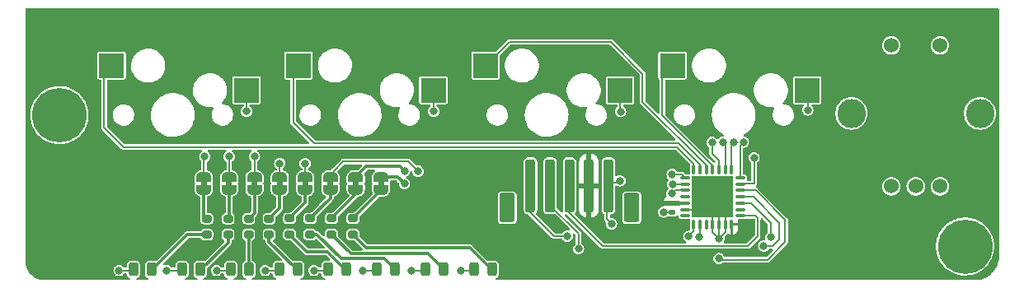
<source format=gtl>
G04 #@! TF.GenerationSoftware,KiCad,Pcbnew,6.0.11-2627ca5db0~126~ubuntu22.04.1*
G04 #@! TF.CreationDate,2024-06-10T15:46:39-04:00*
G04 #@! TF.ProjectId,io-board,696f2d62-6f61-4726-942e-6b696361645f,rev?*
G04 #@! TF.SameCoordinates,Original*
G04 #@! TF.FileFunction,Copper,L1,Top*
G04 #@! TF.FilePolarity,Positive*
%FSLAX46Y46*%
G04 Gerber Fmt 4.6, Leading zero omitted, Abs format (unit mm)*
G04 Created by KiCad (PCBNEW 6.0.11-2627ca5db0~126~ubuntu22.04.1) date 2024-06-10 15:46:39*
%MOMM*%
%LPD*%
G01*
G04 APERTURE LIST*
G04 Aperture macros list*
%AMRoundRect*
0 Rectangle with rounded corners*
0 $1 Rounding radius*
0 $2 $3 $4 $5 $6 $7 $8 $9 X,Y pos of 4 corners*
0 Add a 4 corners polygon primitive as box body*
4,1,4,$2,$3,$4,$5,$6,$7,$8,$9,$2,$3,0*
0 Add four circle primitives for the rounded corners*
1,1,$1+$1,$2,$3*
1,1,$1+$1,$4,$5*
1,1,$1+$1,$6,$7*
1,1,$1+$1,$8,$9*
0 Add four rect primitives between the rounded corners*
20,1,$1+$1,$2,$3,$4,$5,0*
20,1,$1+$1,$4,$5,$6,$7,0*
20,1,$1+$1,$6,$7,$8,$9,0*
20,1,$1+$1,$8,$9,$2,$3,0*%
%AMFreePoly0*
4,1,22,0.500000,-0.750000,0.000000,-0.750000,0.000000,-0.745033,-0.079941,-0.743568,-0.215256,-0.701293,-0.333266,-0.622738,-0.424486,-0.514219,-0.481581,-0.384460,-0.499164,-0.250000,-0.500000,-0.250000,-0.500000,0.250000,-0.499164,0.250000,-0.499963,0.256109,-0.478152,0.396186,-0.417904,0.524511,-0.324060,0.630769,-0.204165,0.706417,-0.067858,0.745374,0.000000,0.744959,0.000000,0.750000,
0.500000,0.750000,0.500000,-0.750000,0.500000,-0.750000,$1*%
%AMFreePoly1*
4,1,20,0.000000,0.744959,0.073905,0.744508,0.209726,0.703889,0.328688,0.626782,0.421226,0.519385,0.479903,0.390333,0.500000,0.250000,0.500000,-0.250000,0.499851,-0.262216,0.476331,-0.402017,0.414519,-0.529596,0.319384,-0.634700,0.198574,-0.708877,0.061801,-0.746166,0.000000,-0.745033,0.000000,-0.750000,-0.500000,-0.750000,-0.500000,0.750000,0.000000,0.750000,0.000000,0.744959,
0.000000,0.744959,$1*%
G04 Aperture macros list end*
G04 #@! TA.AperFunction,SMDPad,CuDef*
%ADD10FreePoly0,90.000000*%
G04 #@! TD*
G04 #@! TA.AperFunction,SMDPad,CuDef*
%ADD11FreePoly1,90.000000*%
G04 #@! TD*
G04 #@! TA.AperFunction,SMDPad,CuDef*
%ADD12RoundRect,0.243750X-0.243750X-0.456250X0.243750X-0.456250X0.243750X0.456250X-0.243750X0.456250X0*%
G04 #@! TD*
G04 #@! TA.AperFunction,SMDPad,CuDef*
%ADD13RoundRect,0.200000X-0.275000X0.200000X-0.275000X-0.200000X0.275000X-0.200000X0.275000X0.200000X0*%
G04 #@! TD*
G04 #@! TA.AperFunction,SMDPad,CuDef*
%ADD14RoundRect,0.140000X-0.170000X0.140000X-0.170000X-0.140000X0.170000X-0.140000X0.170000X0.140000X0*%
G04 #@! TD*
G04 #@! TA.AperFunction,SMDPad,CuDef*
%ADD15RoundRect,0.250000X0.250000X2.500000X-0.250000X2.500000X-0.250000X-2.500000X0.250000X-2.500000X0*%
G04 #@! TD*
G04 #@! TA.AperFunction,SMDPad,CuDef*
%ADD16RoundRect,0.250000X0.550000X1.250000X-0.550000X1.250000X-0.550000X-1.250000X0.550000X-1.250000X0*%
G04 #@! TD*
G04 #@! TA.AperFunction,ComponentPad*
%ADD17C,5.600000*%
G04 #@! TD*
G04 #@! TA.AperFunction,SMDPad,CuDef*
%ADD18RoundRect,0.075000X-0.437500X-0.075000X0.437500X-0.075000X0.437500X0.075000X-0.437500X0.075000X0*%
G04 #@! TD*
G04 #@! TA.AperFunction,SMDPad,CuDef*
%ADD19RoundRect,0.075000X-0.075000X-0.437500X0.075000X-0.437500X0.075000X0.437500X-0.075000X0.437500X0*%
G04 #@! TD*
G04 #@! TA.AperFunction,SMDPad,CuDef*
%ADD20R,4.250000X4.250000*%
G04 #@! TD*
G04 #@! TA.AperFunction,ComponentPad*
%ADD21C,1.524000*%
G04 #@! TD*
G04 #@! TA.AperFunction,ComponentPad*
%ADD22O,2.900000X3.000000*%
G04 #@! TD*
G04 #@! TA.AperFunction,SMDPad,CuDef*
%ADD23R,2.550000X2.500000*%
G04 #@! TD*
G04 #@! TA.AperFunction,ViaPad*
%ADD24C,0.800000*%
G04 #@! TD*
G04 #@! TA.AperFunction,Conductor*
%ADD25C,0.200000*%
G04 #@! TD*
G04 #@! TA.AperFunction,Conductor*
%ADD26C,0.300000*%
G04 #@! TD*
G04 APERTURE END LIST*
G36*
X116500000Y-93500000D02*
G01*
X115900000Y-93500000D01*
X115900000Y-93000000D01*
X116500000Y-93000000D01*
X116500000Y-93500000D01*
G37*
G36*
X129500000Y-93500000D02*
G01*
X128900000Y-93500000D01*
X128900000Y-93000000D01*
X129500000Y-93000000D01*
X129500000Y-93500000D01*
G37*
G36*
X119100000Y-93500000D02*
G01*
X118500000Y-93500000D01*
X118500000Y-93000000D01*
X119100000Y-93000000D01*
X119100000Y-93500000D01*
G37*
G36*
X134700000Y-93500000D02*
G01*
X134100000Y-93500000D01*
X134100000Y-93000000D01*
X134700000Y-93000000D01*
X134700000Y-93500000D01*
G37*
G36*
X126900000Y-93500000D02*
G01*
X126300000Y-93500000D01*
X126300000Y-93000000D01*
X126900000Y-93000000D01*
X126900000Y-93500000D01*
G37*
G36*
X121700000Y-93500000D02*
G01*
X121100000Y-93500000D01*
X121100000Y-93000000D01*
X121700000Y-93000000D01*
X121700000Y-93500000D01*
G37*
G36*
X124300000Y-93500000D02*
G01*
X123700000Y-93500000D01*
X123700000Y-93000000D01*
X124300000Y-93000000D01*
X124300000Y-93500000D01*
G37*
G36*
X132100000Y-93500000D02*
G01*
X131500000Y-93500000D01*
X131500000Y-93000000D01*
X132100000Y-93000000D01*
X132100000Y-93500000D01*
G37*
D10*
X116200000Y-93900000D03*
D11*
X116200000Y-92600000D03*
D12*
X118962500Y-102100000D03*
X120837500Y-102100000D03*
D10*
X129200000Y-93900000D03*
D11*
X129200000Y-92600000D03*
D13*
X118700000Y-96875000D03*
X118700000Y-98525000D03*
D10*
X118800000Y-93900000D03*
D11*
X118800000Y-92600000D03*
D13*
X122900000Y-96875000D03*
X122900000Y-98525000D03*
D12*
X128962500Y-102100000D03*
X130837500Y-102100000D03*
D10*
X134400000Y-93900000D03*
D11*
X134400000Y-92600000D03*
D14*
X164250000Y-95270000D03*
X164250000Y-96230000D03*
D10*
X126600000Y-93900000D03*
D11*
X126600000Y-92600000D03*
D10*
X121400000Y-93900000D03*
D11*
X121400000Y-92600000D03*
D12*
X143962500Y-102100000D03*
X145837500Y-102100000D03*
D10*
X124000000Y-93900000D03*
D11*
X124000000Y-92600000D03*
D13*
X125000000Y-96850000D03*
X125000000Y-98500000D03*
X129300000Y-96850000D03*
X129300000Y-98500000D03*
D12*
X108962500Y-102100000D03*
X110837500Y-102100000D03*
D15*
X157750000Y-93500000D03*
X155750000Y-93500000D03*
X153750000Y-93500000D03*
X151750000Y-93500000D03*
X149750000Y-93500000D03*
D16*
X160150000Y-95750000D03*
X147350000Y-95750000D03*
D13*
X120800000Y-96875000D03*
X120800000Y-98525000D03*
X131500000Y-96850000D03*
X131500000Y-98500000D03*
D12*
X113962500Y-102100000D03*
X115837500Y-102100000D03*
X123962500Y-102100000D03*
X125837500Y-102100000D03*
D13*
X116500000Y-96875000D03*
X116500000Y-98525000D03*
D12*
X133962500Y-102100000D03*
X135837500Y-102100000D03*
D17*
X194372598Y-99740000D03*
D18*
X165615098Y-92680000D03*
X165615098Y-93330000D03*
X165615098Y-93980000D03*
X165615098Y-94630000D03*
X165615098Y-95280000D03*
X165615098Y-95930000D03*
X165615098Y-96580000D03*
D19*
X166502598Y-97467500D03*
X167152598Y-97467500D03*
X167802598Y-97467500D03*
X168452598Y-97467500D03*
X169102598Y-97467500D03*
X169752598Y-97467500D03*
X170402598Y-97467500D03*
D18*
X171290098Y-96580000D03*
X171290098Y-95930000D03*
X171290098Y-95280000D03*
X171290098Y-94630000D03*
X171290098Y-93980000D03*
X171290098Y-93330000D03*
X171290098Y-92680000D03*
D19*
X170402598Y-91792500D03*
X169752598Y-91792500D03*
X169102598Y-91792500D03*
X168452598Y-91792500D03*
X167802598Y-91792500D03*
X167152598Y-91792500D03*
X166502598Y-91792500D03*
D20*
X168452598Y-94630000D03*
D12*
X138962500Y-102100000D03*
X140837500Y-102100000D03*
D10*
X131800000Y-93900000D03*
D11*
X131800000Y-92600000D03*
D13*
X127100000Y-96850000D03*
X127100000Y-98500000D03*
D21*
X186800000Y-93550000D03*
X191800000Y-93550000D03*
X189300000Y-93550000D03*
X186800000Y-79050000D03*
X191800000Y-79050000D03*
D22*
X182700000Y-86050000D03*
X195900000Y-86050000D03*
D17*
X101372598Y-86230000D03*
D23*
X145112598Y-81130000D03*
X158962598Y-83670000D03*
X125912598Y-81130000D03*
X139762598Y-83670000D03*
X164322598Y-81130000D03*
X178172598Y-83670000D03*
X106732598Y-81129999D03*
X120582598Y-83669999D03*
D24*
X164292180Y-92344655D03*
X164341424Y-93322919D03*
X164272598Y-94300000D03*
X171172598Y-100379500D03*
X171172598Y-99010000D03*
X159002598Y-85860000D03*
X169102598Y-98897402D03*
X158072598Y-97410000D03*
X127500000Y-102200000D03*
X122500000Y-102200000D03*
X132500000Y-102200000D03*
X112400000Y-102200000D03*
X158922598Y-92990000D03*
X142600000Y-102200000D03*
X107500000Y-102200000D03*
X163400000Y-96200000D03*
X168452598Y-94630000D03*
X120582598Y-85810000D03*
X137500000Y-102200000D03*
X117500000Y-102200000D03*
X178212598Y-85700000D03*
X139812598Y-85810000D03*
X167060250Y-98760250D03*
X154672598Y-99989500D03*
X153517118Y-98665480D03*
X166000000Y-98700000D03*
X168383812Y-89034665D03*
X116300000Y-90500000D03*
X118800000Y-90500000D03*
X169500000Y-89000000D03*
X121400000Y-90500000D03*
X170600000Y-89000000D03*
X171600000Y-89000000D03*
X124000000Y-91200000D03*
X172700000Y-90600000D03*
X126596224Y-91210019D03*
X138200000Y-92000000D03*
X169100000Y-101000000D03*
X173700000Y-99700000D03*
X136800000Y-92000000D03*
X174400000Y-98800000D03*
X136800000Y-93300000D03*
D25*
X163272598Y-82210000D02*
X164322598Y-81160000D01*
X168432598Y-91407954D02*
X168024644Y-91000000D01*
X168000000Y-91000000D02*
X163272598Y-86272598D01*
X168024644Y-91000000D02*
X168000000Y-91000000D01*
X168452598Y-91792500D02*
X168432598Y-91772500D01*
X168432598Y-91772500D02*
X168432598Y-91407954D01*
X163272598Y-86272598D02*
X163272598Y-82210000D01*
X167802598Y-91792500D02*
X167802598Y-91427954D01*
X158012598Y-78710000D02*
X147562598Y-78710000D01*
X167802598Y-91427954D02*
X167374644Y-91000000D01*
X161262598Y-84900000D02*
X161262598Y-81960000D01*
X167374644Y-91000000D02*
X167362598Y-91000000D01*
X147562598Y-78710000D02*
X145112598Y-81160000D01*
X167362598Y-91000000D02*
X161262598Y-84900000D01*
X161262598Y-81960000D02*
X158012598Y-78710000D01*
X164292180Y-92344655D02*
X165279753Y-92344655D01*
X165279753Y-92344655D02*
X165615098Y-92680000D01*
X164892598Y-93330000D02*
X165615098Y-93330000D01*
X164885517Y-93322919D02*
X164892598Y-93330000D01*
X164341424Y-93322919D02*
X164885517Y-93322919D01*
X164272598Y-94300000D02*
X164592598Y-93980000D01*
X164592598Y-93980000D02*
X165615098Y-93980000D01*
X125372598Y-87010000D02*
X127492598Y-89130000D01*
X127492598Y-89130000D02*
X164929999Y-89130000D01*
X164929999Y-89130000D02*
X167152598Y-91352598D01*
X125912598Y-81180000D02*
X125372598Y-81720000D01*
X125372598Y-81720000D02*
X125372598Y-87010000D01*
X167152598Y-91352598D02*
X167152598Y-91792500D01*
X106732598Y-81170000D02*
X105972598Y-81930000D01*
X164772598Y-89510000D02*
X166502598Y-91240000D01*
X105972598Y-81930000D02*
X105972598Y-87510000D01*
X166502598Y-91240000D02*
X166502598Y-91792500D01*
X107972598Y-89510000D02*
X164772598Y-89510000D01*
X105972598Y-87510000D02*
X107972598Y-89510000D01*
D26*
X116500000Y-98525000D02*
X114512500Y-98525000D01*
X114512500Y-98525000D02*
X110937500Y-102100000D01*
X110937500Y-102100000D02*
X110837500Y-102100000D01*
X118700000Y-98525000D02*
X118700000Y-99337500D01*
X118700000Y-99337500D02*
X115937500Y-102100000D01*
X115937500Y-102100000D02*
X115837500Y-102100000D01*
X120800000Y-98525000D02*
X120800000Y-102062500D01*
X120800000Y-102062500D02*
X120837500Y-102100000D01*
X122900000Y-98525000D02*
X122900000Y-99262500D01*
X125737500Y-102100000D02*
X125837500Y-102100000D01*
X122900000Y-99262500D02*
X125737500Y-102100000D01*
X125000000Y-98500000D02*
X126800000Y-100300000D01*
X126800000Y-100300000D02*
X128900000Y-100300000D01*
X128900000Y-100300000D02*
X130700000Y-102100000D01*
X130700000Y-102100000D02*
X130837500Y-102100000D01*
X130300000Y-101000000D02*
X134737500Y-101000000D01*
X134737500Y-101000000D02*
X135837500Y-102100000D01*
X127800000Y-98500000D02*
X130300000Y-101000000D01*
X127100000Y-98500000D02*
X127800000Y-98500000D01*
X129300000Y-98500000D02*
X131300000Y-100500000D01*
X131300000Y-100500000D02*
X139237500Y-100500000D01*
X139237500Y-100500000D02*
X140837500Y-102100000D01*
X131500000Y-98500000D02*
X132900000Y-99900000D01*
X132900000Y-99900000D02*
X143537500Y-99900000D01*
X143537500Y-99900000D02*
X145737500Y-102100000D01*
X145737500Y-102100000D02*
X145837500Y-102100000D01*
D25*
X165585098Y-95310000D02*
X165615098Y-95280000D01*
D26*
X164252598Y-95280000D02*
X165555098Y-95280000D01*
D25*
X165615098Y-95930000D02*
X167152598Y-95930000D01*
X128962500Y-102100000D02*
X128862500Y-102200000D01*
X118862500Y-102200000D02*
X117500000Y-102200000D01*
X163420000Y-96220000D02*
X164172598Y-96220000D01*
X113862500Y-102200000D02*
X112400000Y-102200000D01*
X139762598Y-83720000D02*
X139762598Y-85760000D01*
X120582598Y-83710000D02*
X120582598Y-85810000D01*
X169102598Y-97467500D02*
X169102598Y-95280000D01*
X169102598Y-95280000D02*
X168452598Y-94630000D01*
X157602598Y-96940000D02*
X157602598Y-93180000D01*
X157602598Y-93180000D02*
X158732598Y-93180000D01*
X169102598Y-98897402D02*
X168452598Y-98247402D01*
X178212598Y-85700000D02*
X178212598Y-83740000D01*
X163400000Y-96200000D02*
X163420000Y-96220000D01*
X118962500Y-102100000D02*
X118862500Y-102200000D01*
X169752598Y-95930000D02*
X168452598Y-94630000D01*
X168452598Y-98247402D02*
X168452598Y-97467500D01*
X158732598Y-93180000D02*
X158922598Y-92990000D01*
X133962500Y-102100000D02*
X133862500Y-102200000D01*
X113962500Y-102100000D02*
X113862500Y-102200000D01*
X178212598Y-83740000D02*
X178172598Y-83700000D01*
X143862500Y-102200000D02*
X142600000Y-102200000D01*
X123862500Y-102200000D02*
X122500000Y-102200000D01*
X138862500Y-102200000D02*
X137500000Y-102200000D01*
X138962500Y-102100000D02*
X138862500Y-102200000D01*
X169752598Y-98247402D02*
X169752598Y-97467500D01*
X158072598Y-97410000D02*
X157602598Y-96940000D01*
X139762598Y-85760000D02*
X139812598Y-85810000D01*
X108962500Y-102100000D02*
X108862500Y-102200000D01*
X128862500Y-102200000D02*
X127500000Y-102200000D01*
X133862500Y-102200000D02*
X132500000Y-102200000D01*
X158962598Y-83700000D02*
X158962598Y-85820000D01*
X169752598Y-97467500D02*
X169752598Y-95930000D01*
X143962500Y-102100000D02*
X143862500Y-102200000D01*
X167152598Y-95930000D02*
X168452598Y-94630000D01*
X168452598Y-97467500D02*
X168452598Y-94630000D01*
X123962500Y-102100000D02*
X123862500Y-102200000D01*
X167782598Y-95182500D02*
X167782598Y-94817954D01*
X169102598Y-98897402D02*
X169102598Y-97467500D01*
X169102598Y-98897402D02*
X169752598Y-98247402D01*
X108862500Y-102200000D02*
X107500000Y-102200000D01*
X158962598Y-85820000D02*
X159002598Y-85860000D01*
X172842598Y-96580000D02*
X171290098Y-96580000D01*
X153602598Y-93180000D02*
X153602598Y-96140000D01*
X153602598Y-96140000D02*
X157162598Y-99700000D01*
X173072598Y-98710000D02*
X173072598Y-96810000D01*
X173072598Y-96810000D02*
X172842598Y-96580000D01*
X157162598Y-99700000D02*
X172082598Y-99700000D01*
X172082598Y-99700000D02*
X173072598Y-98710000D01*
X154672598Y-98410000D02*
X151602598Y-95340000D01*
X167152598Y-98667902D02*
X167152598Y-97467500D01*
X154672598Y-99989500D02*
X154672598Y-98410000D01*
X151602598Y-95340000D02*
X151602598Y-93180000D01*
X167060250Y-98760250D02*
X167152598Y-98667902D01*
X166000000Y-98700000D02*
X166502598Y-98197402D01*
X166502598Y-98197402D02*
X166502598Y-97467500D01*
X149602598Y-96140000D02*
X149602598Y-93180000D01*
X152128078Y-98665480D02*
X149602598Y-96140000D01*
X153517118Y-98665480D02*
X152128078Y-98665480D01*
D26*
X116200000Y-96575000D02*
X116500000Y-96875000D01*
X116200000Y-93900000D02*
X116200000Y-96575000D01*
D25*
X116200000Y-90600000D02*
X116200000Y-92600000D01*
X168383812Y-89034665D02*
X168383812Y-90184519D01*
X169102598Y-90903305D02*
X169102598Y-91792500D01*
X116300000Y-90500000D02*
X116200000Y-90600000D01*
X168383812Y-90184519D02*
X169102598Y-90903305D01*
D26*
X118800000Y-96775000D02*
X118700000Y-96875000D01*
X118800000Y-93900000D02*
X118800000Y-96775000D01*
D25*
X169752598Y-89252598D02*
X169752598Y-91792500D01*
X118800000Y-90500000D02*
X118800000Y-92600000D01*
X169500000Y-89000000D02*
X169752598Y-89252598D01*
D26*
X121400000Y-93900000D02*
X121400000Y-96275000D01*
X121400000Y-96275000D02*
X120800000Y-96875000D01*
D25*
X170600000Y-89000000D02*
X170402598Y-89197402D01*
X170402598Y-89197402D02*
X170402598Y-91792500D01*
X121400000Y-92600000D02*
X121400000Y-90500000D01*
D26*
X124000000Y-93900000D02*
X124000000Y-95775000D01*
X124000000Y-95775000D02*
X122900000Y-96875000D01*
D25*
X171290098Y-89309902D02*
X171290098Y-92680000D01*
X171600000Y-89000000D02*
X171290098Y-89309902D01*
X124000000Y-91200000D02*
X124000000Y-92600000D01*
D26*
X126600000Y-93900000D02*
X126600000Y-95250000D01*
X126600000Y-95250000D02*
X125000000Y-96850000D01*
D25*
X126596224Y-92596224D02*
X126600000Y-92600000D01*
X171320098Y-93300000D02*
X172700000Y-93300000D01*
X172700000Y-93300000D02*
X172700000Y-90600000D01*
X126596224Y-91210019D02*
X126596224Y-92596224D01*
X171290098Y-93330000D02*
X171320098Y-93300000D01*
D26*
X129200000Y-93900000D02*
X129200000Y-94750000D01*
X129200000Y-94750000D02*
X127100000Y-96850000D01*
D25*
X130500000Y-91000000D02*
X129523087Y-91976913D01*
X137200000Y-91000000D02*
X130500000Y-91000000D01*
X175900000Y-97000000D02*
X172880000Y-93980000D01*
X169200000Y-101100000D02*
X174100000Y-101100000D01*
X172880000Y-93980000D02*
X171290098Y-93980000D01*
X129523087Y-92276913D02*
X129200000Y-92600000D01*
X175900000Y-99300000D02*
X175900000Y-97000000D01*
X129523087Y-91976913D02*
X129523087Y-92276913D01*
X174100000Y-101100000D02*
X175900000Y-99300000D01*
X169100000Y-101000000D02*
X169200000Y-101100000D01*
X138200000Y-92000000D02*
X137200000Y-91000000D01*
D26*
X131800000Y-94350000D02*
X129300000Y-96850000D01*
X131800000Y-93900000D02*
X131800000Y-94350000D01*
X132900000Y-91500000D02*
X131800000Y-92600000D01*
D25*
X171290098Y-94630000D02*
X172630000Y-94630000D01*
X172630000Y-94630000D02*
X175300000Y-97300000D01*
D26*
X136300000Y-91500000D02*
X132900000Y-91500000D01*
D25*
X174600000Y-99700000D02*
X173700000Y-99700000D01*
X175300000Y-97300000D02*
X175300000Y-99000000D01*
X175300000Y-99000000D02*
X174600000Y-99700000D01*
D26*
X136800000Y-92000000D02*
X136300000Y-91500000D01*
X134400000Y-93950000D02*
X131500000Y-96850000D01*
X134400000Y-93900000D02*
X134400000Y-93950000D01*
D25*
X174400000Y-98800000D02*
X174400000Y-97300000D01*
D26*
X136800000Y-93300000D02*
X136100000Y-92600000D01*
X136100000Y-92600000D02*
X134400000Y-92600000D01*
D25*
X172380000Y-95280000D02*
X171290098Y-95280000D01*
X174400000Y-97300000D02*
X172380000Y-95280000D01*
G04 #@! TA.AperFunction,Conductor*
G36*
X197813719Y-75230002D02*
G01*
X197860212Y-75283658D01*
X197871598Y-75336000D01*
X197871598Y-100706202D01*
X197871368Y-100713810D01*
X197859648Y-100907554D01*
X197859608Y-100908186D01*
X197853042Y-101008369D01*
X197851249Y-101022834D01*
X197820477Y-101190752D01*
X197820154Y-101192444D01*
X197795243Y-101317683D01*
X197791959Y-101330586D01*
X197742780Y-101488407D01*
X197741798Y-101491424D01*
X197699106Y-101617189D01*
X197694693Y-101628398D01*
X197678406Y-101664587D01*
X197627736Y-101777172D01*
X197625870Y-101781131D01*
X197566908Y-101900693D01*
X197566183Y-101902164D01*
X197561008Y-101911614D01*
X197477165Y-102050307D01*
X197474124Y-102055090D01*
X197398629Y-102168076D01*
X197393050Y-102175780D01*
X197293426Y-102302940D01*
X197288973Y-102308311D01*
X197199118Y-102410771D01*
X197193481Y-102416788D01*
X197079382Y-102530887D01*
X197073379Y-102536511D01*
X196970884Y-102626396D01*
X196965551Y-102630818D01*
X196838378Y-102730451D01*
X196830690Y-102736019D01*
X196791213Y-102762397D01*
X196717710Y-102811510D01*
X196712892Y-102814574D01*
X196574203Y-102898414D01*
X196564756Y-102903586D01*
X196443758Y-102963256D01*
X196439787Y-102965128D01*
X196361221Y-103000488D01*
X196290990Y-103032096D01*
X196279780Y-103036509D01*
X196154049Y-103079189D01*
X196151034Y-103080171D01*
X195993185Y-103129359D01*
X195980282Y-103132643D01*
X195855014Y-103157560D01*
X195853331Y-103157881D01*
X195685434Y-103188650D01*
X195670986Y-103190441D01*
X195570748Y-103197011D01*
X195570245Y-103197043D01*
X195435050Y-103205221D01*
X195376369Y-103208770D01*
X195368762Y-103209000D01*
X146252820Y-103209000D01*
X146184699Y-103188998D01*
X146138206Y-103135342D01*
X146128102Y-103065068D01*
X146157596Y-103000488D01*
X146210687Y-102965287D01*
X146213985Y-102964765D01*
X146333726Y-102903754D01*
X146428754Y-102808726D01*
X146489765Y-102688985D01*
X146495269Y-102654237D01*
X146499678Y-102626396D01*
X146505500Y-102589637D01*
X146505499Y-101610364D01*
X146499085Y-101569865D01*
X146491317Y-101520813D01*
X146491316Y-101520809D01*
X146489765Y-101511015D01*
X146477162Y-101486279D01*
X146445667Y-101424468D01*
X146428754Y-101391274D01*
X146333726Y-101296246D01*
X146213985Y-101235235D01*
X146204196Y-101233685D01*
X146204194Y-101233684D01*
X146174459Y-101228975D01*
X146114637Y-101219500D01*
X145837556Y-101219500D01*
X145560364Y-101219501D01*
X145461015Y-101235235D01*
X145452179Y-101239737D01*
X145444442Y-101242251D01*
X145373474Y-101244278D01*
X145316411Y-101211513D01*
X143785291Y-99680393D01*
X143777864Y-99672289D01*
X143760304Y-99651362D01*
X143760305Y-99651362D01*
X143753218Y-99642917D01*
X143743673Y-99637406D01*
X143743669Y-99637403D01*
X143720012Y-99623745D01*
X143710742Y-99617839D01*
X143688363Y-99602169D01*
X143688359Y-99602167D01*
X143679330Y-99595845D01*
X143668682Y-99592991D01*
X143665314Y-99591421D01*
X143661827Y-99590152D01*
X143652281Y-99584641D01*
X143641427Y-99582727D01*
X143641424Y-99582726D01*
X143614518Y-99577981D01*
X143603790Y-99575603D01*
X143577402Y-99568533D01*
X143577400Y-99568533D01*
X143566749Y-99565679D01*
X143555765Y-99566640D01*
X143555764Y-99566640D01*
X143528564Y-99569020D01*
X143517582Y-99569500D01*
X133089088Y-99569500D01*
X133020967Y-99549498D01*
X132999993Y-99532595D01*
X132192405Y-98725007D01*
X132158379Y-98662695D01*
X132155500Y-98635912D01*
X132155500Y-98263938D01*
X132144491Y-98189148D01*
X132140174Y-98180355D01*
X132093253Y-98084788D01*
X132093251Y-98084785D01*
X132088663Y-98075440D01*
X131999013Y-97985946D01*
X131989657Y-97981373D01*
X131989656Y-97981372D01*
X131945137Y-97959611D01*
X131885207Y-97930317D01*
X131834130Y-97922865D01*
X131815587Y-97920160D01*
X131815585Y-97920160D01*
X131811062Y-97919500D01*
X131188938Y-97919500D01*
X131114148Y-97930509D01*
X131105356Y-97934826D01*
X131105355Y-97934826D01*
X131009788Y-97981747D01*
X131009786Y-97981748D01*
X131000440Y-97986337D01*
X130993082Y-97993707D01*
X130993083Y-97993707D01*
X130922089Y-98064825D01*
X130910946Y-98075987D01*
X130906373Y-98085343D01*
X130906372Y-98085344D01*
X130894152Y-98110344D01*
X130855317Y-98189793D01*
X130844500Y-98263938D01*
X130844500Y-98736062D01*
X130855509Y-98810852D01*
X130859826Y-98819644D01*
X130859826Y-98819645D01*
X130906508Y-98914724D01*
X130911337Y-98924560D01*
X130945070Y-98958234D01*
X130972007Y-98985124D01*
X131000987Y-99014054D01*
X131010343Y-99018627D01*
X131010344Y-99018628D01*
X131037079Y-99031696D01*
X131114793Y-99069683D01*
X131165870Y-99077135D01*
X131184413Y-99079840D01*
X131184415Y-99079840D01*
X131188938Y-99080500D01*
X131560912Y-99080500D01*
X131629033Y-99100502D01*
X131650007Y-99117405D01*
X132487007Y-99954405D01*
X132521033Y-100016717D01*
X132515968Y-100087532D01*
X132473421Y-100144368D01*
X132406901Y-100169179D01*
X132397912Y-100169500D01*
X131489088Y-100169500D01*
X131420967Y-100149498D01*
X131399993Y-100132595D01*
X129992405Y-98725007D01*
X129958379Y-98662695D01*
X129955500Y-98635912D01*
X129955500Y-98263938D01*
X129944491Y-98189148D01*
X129940174Y-98180355D01*
X129893253Y-98084788D01*
X129893251Y-98084785D01*
X129888663Y-98075440D01*
X129799013Y-97985946D01*
X129789657Y-97981373D01*
X129789656Y-97981372D01*
X129745137Y-97959611D01*
X129685207Y-97930317D01*
X129634130Y-97922865D01*
X129615587Y-97920160D01*
X129615585Y-97920160D01*
X129611062Y-97919500D01*
X128988938Y-97919500D01*
X128914148Y-97930509D01*
X128905356Y-97934826D01*
X128905355Y-97934826D01*
X128809788Y-97981747D01*
X128809786Y-97981748D01*
X128800440Y-97986337D01*
X128793082Y-97993707D01*
X128793083Y-97993707D01*
X128722089Y-98064825D01*
X128710946Y-98075987D01*
X128706373Y-98085343D01*
X128706372Y-98085344D01*
X128694152Y-98110344D01*
X128655317Y-98189793D01*
X128644500Y-98263938D01*
X128644500Y-98572912D01*
X128624498Y-98641033D01*
X128570842Y-98687526D01*
X128500568Y-98697630D01*
X128435988Y-98668136D01*
X128429405Y-98662007D01*
X128047791Y-98280393D01*
X128040364Y-98272289D01*
X128032069Y-98262404D01*
X128015718Y-98242917D01*
X128006173Y-98237406D01*
X128006169Y-98237403D01*
X127982512Y-98223745D01*
X127973242Y-98217839D01*
X127950863Y-98202169D01*
X127950859Y-98202167D01*
X127941830Y-98195845D01*
X127931182Y-98192991D01*
X127927814Y-98191421D01*
X127924327Y-98190152D01*
X127914781Y-98184641D01*
X127903927Y-98182727D01*
X127903924Y-98182726D01*
X127877018Y-98177981D01*
X127866290Y-98175603D01*
X127839902Y-98168533D01*
X127839900Y-98168533D01*
X127829249Y-98165679D01*
X127818264Y-98166640D01*
X127807288Y-98165680D01*
X127807511Y-98163126D01*
X127753351Y-98152239D01*
X127702360Y-98102838D01*
X127698885Y-98096260D01*
X127688663Y-98075440D01*
X127599013Y-97985946D01*
X127589657Y-97981373D01*
X127589656Y-97981372D01*
X127545137Y-97959611D01*
X127485207Y-97930317D01*
X127434130Y-97922865D01*
X127415587Y-97920160D01*
X127415585Y-97920160D01*
X127411062Y-97919500D01*
X126788938Y-97919500D01*
X126714148Y-97930509D01*
X126705356Y-97934826D01*
X126705355Y-97934826D01*
X126609788Y-97981747D01*
X126609786Y-97981748D01*
X126600440Y-97986337D01*
X126593082Y-97993707D01*
X126593083Y-97993707D01*
X126522089Y-98064825D01*
X126510946Y-98075987D01*
X126506373Y-98085343D01*
X126506372Y-98085344D01*
X126494152Y-98110344D01*
X126455317Y-98189793D01*
X126444500Y-98263938D01*
X126444500Y-98736062D01*
X126455509Y-98810852D01*
X126459826Y-98819644D01*
X126459826Y-98819645D01*
X126506508Y-98914724D01*
X126511337Y-98924560D01*
X126545070Y-98958234D01*
X126572007Y-98985124D01*
X126600987Y-99014054D01*
X126610343Y-99018627D01*
X126610344Y-99018628D01*
X126637079Y-99031696D01*
X126714793Y-99069683D01*
X126765870Y-99077135D01*
X126784413Y-99079840D01*
X126784415Y-99079840D01*
X126788938Y-99080500D01*
X127411062Y-99080500D01*
X127485852Y-99069491D01*
X127501476Y-99061820D01*
X127590212Y-99018253D01*
X127590214Y-99018252D01*
X127599560Y-99013663D01*
X127633710Y-98979453D01*
X127695992Y-98945374D01*
X127766812Y-98950377D01*
X127811978Y-98979376D01*
X128587007Y-99754405D01*
X128621033Y-99816717D01*
X128615968Y-99887532D01*
X128573421Y-99944368D01*
X128506901Y-99969179D01*
X128497912Y-99969500D01*
X126989087Y-99969500D01*
X126920966Y-99949498D01*
X126899992Y-99932595D01*
X125692405Y-98725007D01*
X125658379Y-98662695D01*
X125655500Y-98635912D01*
X125655500Y-98263938D01*
X125644491Y-98189148D01*
X125640174Y-98180355D01*
X125593253Y-98084788D01*
X125593251Y-98084785D01*
X125588663Y-98075440D01*
X125499013Y-97985946D01*
X125489657Y-97981373D01*
X125489656Y-97981372D01*
X125445137Y-97959611D01*
X125385207Y-97930317D01*
X125334130Y-97922865D01*
X125315587Y-97920160D01*
X125315585Y-97920160D01*
X125311062Y-97919500D01*
X124688938Y-97919500D01*
X124614148Y-97930509D01*
X124605356Y-97934826D01*
X124605355Y-97934826D01*
X124509788Y-97981747D01*
X124509786Y-97981748D01*
X124500440Y-97986337D01*
X124493082Y-97993707D01*
X124493083Y-97993707D01*
X124422089Y-98064825D01*
X124410946Y-98075987D01*
X124406373Y-98085343D01*
X124406372Y-98085344D01*
X124394152Y-98110344D01*
X124355317Y-98189793D01*
X124344500Y-98263938D01*
X124344500Y-98736062D01*
X124355509Y-98810852D01*
X124359826Y-98819644D01*
X124359826Y-98819645D01*
X124406508Y-98914724D01*
X124411337Y-98924560D01*
X124445070Y-98958234D01*
X124472007Y-98985124D01*
X124500987Y-99014054D01*
X124510343Y-99018627D01*
X124510344Y-99018628D01*
X124537079Y-99031696D01*
X124614793Y-99069683D01*
X124665870Y-99077135D01*
X124684413Y-99079840D01*
X124684415Y-99079840D01*
X124688938Y-99080500D01*
X125060912Y-99080500D01*
X125129033Y-99100502D01*
X125150007Y-99117405D01*
X126552206Y-100519604D01*
X126559631Y-100527706D01*
X126584282Y-100557083D01*
X126593829Y-100562595D01*
X126617493Y-100576258D01*
X126626760Y-100582162D01*
X126658170Y-100604155D01*
X126668815Y-100607008D01*
X126672176Y-100608575D01*
X126675671Y-100609847D01*
X126685219Y-100615359D01*
X126715327Y-100620668D01*
X126722980Y-100622017D01*
X126733713Y-100624397D01*
X126754716Y-100630025D01*
X126770750Y-100634321D01*
X126781735Y-100633360D01*
X126781737Y-100633360D01*
X126808935Y-100630980D01*
X126819917Y-100630500D01*
X128710912Y-100630500D01*
X128779033Y-100650502D01*
X128800007Y-100667405D01*
X129137007Y-101004405D01*
X129171033Y-101066717D01*
X129165968Y-101137532D01*
X129123421Y-101194368D01*
X129056901Y-101219179D01*
X129047912Y-101219500D01*
X128699328Y-101219501D01*
X128685364Y-101219501D01*
X128680471Y-101220276D01*
X128680470Y-101220276D01*
X128595813Y-101233683D01*
X128595811Y-101233684D01*
X128586015Y-101235235D01*
X128577178Y-101239738D01*
X128577177Y-101239738D01*
X128568267Y-101244278D01*
X128466274Y-101296246D01*
X128371246Y-101391274D01*
X128310235Y-101511015D01*
X128308685Y-101520804D01*
X128308684Y-101520806D01*
X128305665Y-101539869D01*
X128294500Y-101610363D01*
X128294500Y-101793500D01*
X128274498Y-101861621D01*
X128220842Y-101908114D01*
X128168500Y-101919500D01*
X128078604Y-101919500D01*
X128010483Y-101899498D01*
X127978646Y-101870209D01*
X127914017Y-101785983D01*
X127902496Y-101777142D01*
X127799305Y-101697960D01*
X127792755Y-101692934D01*
X127651541Y-101634442D01*
X127500000Y-101614491D01*
X127348459Y-101634442D01*
X127207246Y-101692934D01*
X127085983Y-101785983D01*
X126992934Y-101907246D01*
X126934442Y-102048459D01*
X126914491Y-102200000D01*
X126934442Y-102351541D01*
X126992934Y-102492754D01*
X127021358Y-102529796D01*
X127080954Y-102607464D01*
X127080957Y-102607467D01*
X127085983Y-102614017D01*
X127092533Y-102619043D01*
X127092534Y-102619044D01*
X127138398Y-102654237D01*
X127207245Y-102707066D01*
X127348459Y-102765558D01*
X127500000Y-102785509D01*
X127651541Y-102765558D01*
X127792755Y-102707066D01*
X127861602Y-102654237D01*
X127907466Y-102619044D01*
X127907467Y-102619043D01*
X127914017Y-102614017D01*
X127978644Y-102529794D01*
X128035979Y-102487929D01*
X128078604Y-102480500D01*
X128169828Y-102480500D01*
X128237949Y-102500502D01*
X128284442Y-102554158D01*
X128293667Y-102589768D01*
X128294501Y-102589636D01*
X128302378Y-102639371D01*
X128310235Y-102688985D01*
X128314736Y-102697818D01*
X128314738Y-102697823D01*
X128328783Y-102725387D01*
X128371246Y-102808726D01*
X128466274Y-102903754D01*
X128475107Y-102908254D01*
X128475106Y-102908254D01*
X128577180Y-102960264D01*
X128577184Y-102960265D01*
X128586015Y-102964765D01*
X128589188Y-102965268D01*
X128644722Y-103003241D01*
X128672358Y-103068638D01*
X128660251Y-103138595D01*
X128612244Y-103190901D01*
X128547179Y-103209000D01*
X126252820Y-103209000D01*
X126184699Y-103188998D01*
X126138206Y-103135342D01*
X126128102Y-103065068D01*
X126157596Y-103000488D01*
X126210687Y-102965287D01*
X126213985Y-102964765D01*
X126333726Y-102903754D01*
X126428754Y-102808726D01*
X126489765Y-102688985D01*
X126495269Y-102654237D01*
X126499678Y-102626396D01*
X126505500Y-102589637D01*
X126505499Y-101610364D01*
X126499085Y-101569865D01*
X126491317Y-101520813D01*
X126491316Y-101520809D01*
X126489765Y-101511015D01*
X126477162Y-101486279D01*
X126445667Y-101424468D01*
X126428754Y-101391274D01*
X126333726Y-101296246D01*
X126213985Y-101235235D01*
X126204196Y-101233685D01*
X126204194Y-101233684D01*
X126174459Y-101228975D01*
X126114637Y-101219500D01*
X125837556Y-101219500D01*
X125560364Y-101219501D01*
X125461015Y-101235235D01*
X125452179Y-101239737D01*
X125444442Y-101242251D01*
X125373474Y-101244278D01*
X125316411Y-101211513D01*
X123352423Y-99247525D01*
X123318397Y-99185213D01*
X123323462Y-99114398D01*
X123366009Y-99057562D01*
X123385987Y-99045327D01*
X123390212Y-99043253D01*
X123390214Y-99043252D01*
X123399560Y-99038663D01*
X123472115Y-98965982D01*
X123481696Y-98956384D01*
X123481696Y-98956383D01*
X123489054Y-98949013D01*
X123497595Y-98931541D01*
X123523685Y-98878164D01*
X123544683Y-98835207D01*
X123552135Y-98784130D01*
X123554840Y-98765587D01*
X123554840Y-98765585D01*
X123555500Y-98761062D01*
X123555500Y-98288938D01*
X123544491Y-98214148D01*
X123538610Y-98202169D01*
X123493253Y-98109788D01*
X123493252Y-98109786D01*
X123488663Y-98100440D01*
X123399013Y-98010946D01*
X123389657Y-98006373D01*
X123389656Y-98006372D01*
X123347868Y-97985946D01*
X123285207Y-97955317D01*
X123230255Y-97947300D01*
X123215587Y-97945160D01*
X123215585Y-97945160D01*
X123211062Y-97944500D01*
X122588938Y-97944500D01*
X122514148Y-97955509D01*
X122505356Y-97959826D01*
X122505355Y-97959826D01*
X122409788Y-98006747D01*
X122409786Y-98006748D01*
X122400440Y-98011337D01*
X122370854Y-98040975D01*
X122330684Y-98081215D01*
X122310946Y-98100987D01*
X122306374Y-98110341D01*
X122306372Y-98110344D01*
X122304345Y-98114491D01*
X122255317Y-98214793D01*
X122244500Y-98288938D01*
X122244500Y-98761062D01*
X122255509Y-98835852D01*
X122259826Y-98844644D01*
X122259826Y-98844645D01*
X122302675Y-98931917D01*
X122311337Y-98949560D01*
X122318707Y-98956917D01*
X122389846Y-99027932D01*
X122400987Y-99039054D01*
X122410343Y-99043627D01*
X122410344Y-99043628D01*
X122498833Y-99086882D01*
X122551250Y-99134767D01*
X122569500Y-99200082D01*
X122569500Y-99242582D01*
X122569020Y-99253564D01*
X122565679Y-99291749D01*
X122568533Y-99302400D01*
X122568533Y-99302402D01*
X122575603Y-99328790D01*
X122577981Y-99339518D01*
X122582726Y-99366424D01*
X122582727Y-99366427D01*
X122584641Y-99377281D01*
X122590152Y-99386827D01*
X122591421Y-99390314D01*
X122592991Y-99393682D01*
X122595845Y-99404330D01*
X122602167Y-99413359D01*
X122602169Y-99413363D01*
X122617839Y-99435742D01*
X122623745Y-99445012D01*
X122637403Y-99468669D01*
X122637406Y-99468673D01*
X122642917Y-99478218D01*
X122659684Y-99492287D01*
X122672289Y-99502864D01*
X122680393Y-99510291D01*
X124174507Y-101004405D01*
X124208533Y-101066717D01*
X124203468Y-101137532D01*
X124160921Y-101194368D01*
X124094401Y-101219179D01*
X124085412Y-101219500D01*
X123702618Y-101219501D01*
X123685364Y-101219501D01*
X123680471Y-101220276D01*
X123680470Y-101220276D01*
X123595813Y-101233683D01*
X123595811Y-101233684D01*
X123586015Y-101235235D01*
X123577178Y-101239738D01*
X123577177Y-101239738D01*
X123568267Y-101244278D01*
X123466274Y-101296246D01*
X123371246Y-101391274D01*
X123310235Y-101511015D01*
X123308685Y-101520804D01*
X123308684Y-101520806D01*
X123305665Y-101539869D01*
X123294500Y-101610363D01*
X123294500Y-101793500D01*
X123274498Y-101861621D01*
X123220842Y-101908114D01*
X123168500Y-101919500D01*
X123078604Y-101919500D01*
X123010483Y-101899498D01*
X122978646Y-101870209D01*
X122914017Y-101785983D01*
X122902496Y-101777142D01*
X122799305Y-101697960D01*
X122792755Y-101692934D01*
X122651541Y-101634442D01*
X122500000Y-101614491D01*
X122348459Y-101634442D01*
X122207246Y-101692934D01*
X122085983Y-101785983D01*
X121992934Y-101907246D01*
X121934442Y-102048459D01*
X121914491Y-102200000D01*
X121934442Y-102351541D01*
X121992934Y-102492754D01*
X122021358Y-102529796D01*
X122080954Y-102607464D01*
X122080957Y-102607467D01*
X122085983Y-102614017D01*
X122092533Y-102619043D01*
X122092534Y-102619044D01*
X122138398Y-102654237D01*
X122207245Y-102707066D01*
X122348459Y-102765558D01*
X122500000Y-102785509D01*
X122651541Y-102765558D01*
X122792755Y-102707066D01*
X122861602Y-102654237D01*
X122907466Y-102619044D01*
X122907467Y-102619043D01*
X122914017Y-102614017D01*
X122978644Y-102529794D01*
X123035979Y-102487929D01*
X123078604Y-102480500D01*
X123169828Y-102480500D01*
X123237949Y-102500502D01*
X123284442Y-102554158D01*
X123293667Y-102589768D01*
X123294501Y-102589636D01*
X123302378Y-102639371D01*
X123310235Y-102688985D01*
X123314736Y-102697818D01*
X123314738Y-102697823D01*
X123328783Y-102725387D01*
X123371246Y-102808726D01*
X123466274Y-102903754D01*
X123475107Y-102908254D01*
X123475106Y-102908254D01*
X123577180Y-102960264D01*
X123577184Y-102960265D01*
X123586015Y-102964765D01*
X123589188Y-102965268D01*
X123644722Y-103003241D01*
X123672358Y-103068638D01*
X123660251Y-103138595D01*
X123612244Y-103190901D01*
X123547179Y-103209000D01*
X121252820Y-103209000D01*
X121184699Y-103188998D01*
X121138206Y-103135342D01*
X121128102Y-103065068D01*
X121157596Y-103000488D01*
X121210687Y-102965287D01*
X121213985Y-102964765D01*
X121333726Y-102903754D01*
X121428754Y-102808726D01*
X121489765Y-102688985D01*
X121495269Y-102654237D01*
X121499678Y-102626396D01*
X121505500Y-102589637D01*
X121505499Y-101610364D01*
X121499085Y-101569865D01*
X121491317Y-101520813D01*
X121491316Y-101520809D01*
X121489765Y-101511015D01*
X121477162Y-101486279D01*
X121445667Y-101424468D01*
X121428754Y-101391274D01*
X121333726Y-101296246D01*
X121213985Y-101235235D01*
X121213327Y-101235131D01*
X121158960Y-101197958D01*
X121131322Y-101132562D01*
X121130500Y-101118196D01*
X121130500Y-99200172D01*
X121150502Y-99132051D01*
X121200969Y-99087069D01*
X121290212Y-99043253D01*
X121290214Y-99043252D01*
X121299560Y-99038663D01*
X121372115Y-98965982D01*
X121381696Y-98956384D01*
X121381696Y-98956383D01*
X121389054Y-98949013D01*
X121397595Y-98931541D01*
X121423685Y-98878164D01*
X121444683Y-98835207D01*
X121452135Y-98784130D01*
X121454840Y-98765587D01*
X121454840Y-98765585D01*
X121455500Y-98761062D01*
X121455500Y-98288938D01*
X121444491Y-98214148D01*
X121438610Y-98202169D01*
X121393253Y-98109788D01*
X121393252Y-98109786D01*
X121388663Y-98100440D01*
X121299013Y-98010946D01*
X121289657Y-98006373D01*
X121289656Y-98006372D01*
X121247868Y-97985946D01*
X121185207Y-97955317D01*
X121130255Y-97947300D01*
X121115587Y-97945160D01*
X121115585Y-97945160D01*
X121111062Y-97944500D01*
X120488938Y-97944500D01*
X120414148Y-97955509D01*
X120405356Y-97959826D01*
X120405355Y-97959826D01*
X120309788Y-98006747D01*
X120309786Y-98006748D01*
X120300440Y-98011337D01*
X120270854Y-98040975D01*
X120230684Y-98081215D01*
X120210946Y-98100987D01*
X120206374Y-98110341D01*
X120206372Y-98110344D01*
X120204345Y-98114491D01*
X120155317Y-98214793D01*
X120144500Y-98288938D01*
X120144500Y-98761062D01*
X120155509Y-98835852D01*
X120159826Y-98844644D01*
X120159826Y-98844645D01*
X120202675Y-98931917D01*
X120211337Y-98949560D01*
X120218707Y-98956917D01*
X120289846Y-99027932D01*
X120300987Y-99039054D01*
X120310343Y-99043627D01*
X120310344Y-99043628D01*
X120398833Y-99086882D01*
X120451250Y-99134767D01*
X120469500Y-99200082D01*
X120469500Y-101153698D01*
X120449498Y-101221819D01*
X120400703Y-101265965D01*
X120350107Y-101291745D01*
X120350105Y-101291746D01*
X120341274Y-101296246D01*
X120246246Y-101391274D01*
X120185235Y-101511015D01*
X120183685Y-101520804D01*
X120183684Y-101520806D01*
X120180665Y-101539869D01*
X120169500Y-101610363D01*
X120169501Y-102589636D01*
X120170276Y-102594527D01*
X120170276Y-102594530D01*
X120177378Y-102639371D01*
X120185235Y-102688985D01*
X120189736Y-102697818D01*
X120189738Y-102697823D01*
X120203783Y-102725387D01*
X120246246Y-102808726D01*
X120341274Y-102903754D01*
X120350107Y-102908254D01*
X120350106Y-102908254D01*
X120452180Y-102960264D01*
X120452184Y-102960265D01*
X120461015Y-102964765D01*
X120464188Y-102965268D01*
X120519722Y-103003241D01*
X120547358Y-103068638D01*
X120535251Y-103138595D01*
X120487244Y-103190901D01*
X120422179Y-103209000D01*
X119377820Y-103209000D01*
X119309699Y-103188998D01*
X119263206Y-103135342D01*
X119253102Y-103065068D01*
X119282596Y-103000488D01*
X119335687Y-102965287D01*
X119338985Y-102964765D01*
X119458726Y-102903754D01*
X119553754Y-102808726D01*
X119614765Y-102688985D01*
X119620269Y-102654237D01*
X119624678Y-102626396D01*
X119630500Y-102589637D01*
X119630499Y-101610364D01*
X119624085Y-101569865D01*
X119616317Y-101520813D01*
X119616316Y-101520809D01*
X119614765Y-101511015D01*
X119602162Y-101486279D01*
X119570667Y-101424468D01*
X119553754Y-101391274D01*
X119458726Y-101296246D01*
X119338985Y-101235235D01*
X119329196Y-101233685D01*
X119329194Y-101233684D01*
X119299459Y-101228975D01*
X119239637Y-101219500D01*
X118962556Y-101219500D01*
X118685364Y-101219501D01*
X118680471Y-101220276D01*
X118680470Y-101220276D01*
X118595813Y-101233683D01*
X118595811Y-101233684D01*
X118586015Y-101235235D01*
X118577178Y-101239738D01*
X118577177Y-101239738D01*
X118568267Y-101244278D01*
X118466274Y-101296246D01*
X118371246Y-101391274D01*
X118310235Y-101511015D01*
X118308685Y-101520804D01*
X118308684Y-101520806D01*
X118305665Y-101539869D01*
X118294500Y-101610363D01*
X118294500Y-101793500D01*
X118274498Y-101861621D01*
X118220842Y-101908114D01*
X118168500Y-101919500D01*
X118078604Y-101919500D01*
X118010483Y-101899498D01*
X117978646Y-101870209D01*
X117914017Y-101785983D01*
X117902496Y-101777142D01*
X117799305Y-101697960D01*
X117792755Y-101692934D01*
X117651541Y-101634442D01*
X117500000Y-101614491D01*
X117348459Y-101634442D01*
X117207246Y-101692934D01*
X117085983Y-101785983D01*
X116992934Y-101907246D01*
X116934442Y-102048459D01*
X116914491Y-102200000D01*
X116934442Y-102351541D01*
X116992934Y-102492754D01*
X117021358Y-102529796D01*
X117080954Y-102607464D01*
X117080957Y-102607467D01*
X117085983Y-102614017D01*
X117092533Y-102619043D01*
X117092534Y-102619044D01*
X117138398Y-102654237D01*
X117207245Y-102707066D01*
X117348459Y-102765558D01*
X117500000Y-102785509D01*
X117651541Y-102765558D01*
X117792755Y-102707066D01*
X117861602Y-102654237D01*
X117907466Y-102619044D01*
X117907467Y-102619043D01*
X117914017Y-102614017D01*
X117978644Y-102529794D01*
X118035979Y-102487929D01*
X118078604Y-102480500D01*
X118169828Y-102480500D01*
X118237949Y-102500502D01*
X118284442Y-102554158D01*
X118293667Y-102589768D01*
X118294501Y-102589636D01*
X118302378Y-102639371D01*
X118310235Y-102688985D01*
X118314736Y-102697818D01*
X118314738Y-102697823D01*
X118328783Y-102725387D01*
X118371246Y-102808726D01*
X118466274Y-102903754D01*
X118475107Y-102908254D01*
X118475106Y-102908254D01*
X118577180Y-102960264D01*
X118577184Y-102960265D01*
X118586015Y-102964765D01*
X118589188Y-102965268D01*
X118644722Y-103003241D01*
X118672358Y-103068638D01*
X118660251Y-103138595D01*
X118612244Y-103190901D01*
X118547179Y-103209000D01*
X116252820Y-103209000D01*
X116184699Y-103188998D01*
X116138206Y-103135342D01*
X116128102Y-103065068D01*
X116157596Y-103000488D01*
X116210687Y-102965287D01*
X116213985Y-102964765D01*
X116333726Y-102903754D01*
X116428754Y-102808726D01*
X116489765Y-102688985D01*
X116495269Y-102654237D01*
X116499678Y-102626396D01*
X116505500Y-102589637D01*
X116505499Y-102051588D01*
X116525501Y-101983468D01*
X116542404Y-101962494D01*
X118919607Y-99585291D01*
X118927711Y-99577864D01*
X118934340Y-99572302D01*
X118957083Y-99553218D01*
X118962594Y-99543673D01*
X118962597Y-99543669D01*
X118976255Y-99520012D01*
X118982161Y-99510742D01*
X118997831Y-99488363D01*
X118997833Y-99488359D01*
X119004155Y-99479330D01*
X119007009Y-99468682D01*
X119008579Y-99465314D01*
X119009848Y-99461827D01*
X119015359Y-99452281D01*
X119017273Y-99441427D01*
X119017274Y-99441424D01*
X119022019Y-99414518D01*
X119024397Y-99403790D01*
X119031469Y-99377396D01*
X119031469Y-99377392D01*
X119034321Y-99366749D01*
X119033331Y-99355427D01*
X119030979Y-99328549D01*
X119030500Y-99317568D01*
X119030500Y-99200172D01*
X119050502Y-99132051D01*
X119100969Y-99087069D01*
X119190212Y-99043253D01*
X119190214Y-99043252D01*
X119199560Y-99038663D01*
X119272115Y-98965982D01*
X119281696Y-98956384D01*
X119281696Y-98956383D01*
X119289054Y-98949013D01*
X119297595Y-98931541D01*
X119323685Y-98878164D01*
X119344683Y-98835207D01*
X119352135Y-98784130D01*
X119354840Y-98765587D01*
X119354840Y-98765585D01*
X119355500Y-98761062D01*
X119355500Y-98288938D01*
X119344491Y-98214148D01*
X119338610Y-98202169D01*
X119293253Y-98109788D01*
X119293252Y-98109786D01*
X119288663Y-98100440D01*
X119199013Y-98010946D01*
X119189657Y-98006373D01*
X119189656Y-98006372D01*
X119147868Y-97985946D01*
X119085207Y-97955317D01*
X119030255Y-97947300D01*
X119015587Y-97945160D01*
X119015585Y-97945160D01*
X119011062Y-97944500D01*
X118388938Y-97944500D01*
X118314148Y-97955509D01*
X118305356Y-97959826D01*
X118305355Y-97959826D01*
X118209788Y-98006747D01*
X118209786Y-98006748D01*
X118200440Y-98011337D01*
X118170854Y-98040975D01*
X118130684Y-98081215D01*
X118110946Y-98100987D01*
X118106374Y-98110341D01*
X118106372Y-98110344D01*
X118104345Y-98114491D01*
X118055317Y-98214793D01*
X118044500Y-98288938D01*
X118044500Y-98761062D01*
X118055509Y-98835852D01*
X118059826Y-98844644D01*
X118059826Y-98844645D01*
X118102675Y-98931917D01*
X118111337Y-98949560D01*
X118118707Y-98956917D01*
X118189846Y-99027932D01*
X118200987Y-99039054D01*
X118264130Y-99069919D01*
X118316544Y-99117801D01*
X118334752Y-99186423D01*
X118312969Y-99253996D01*
X118297890Y-99272212D01*
X116358589Y-101211513D01*
X116296277Y-101245539D01*
X116230556Y-101242251D01*
X116222825Y-101239739D01*
X116213985Y-101235235D01*
X116114637Y-101219500D01*
X115837556Y-101219500D01*
X115560364Y-101219501D01*
X115555471Y-101220276D01*
X115555470Y-101220276D01*
X115470813Y-101233683D01*
X115470811Y-101233684D01*
X115461015Y-101235235D01*
X115452178Y-101239738D01*
X115452177Y-101239738D01*
X115443267Y-101244278D01*
X115341274Y-101296246D01*
X115246246Y-101391274D01*
X115185235Y-101511015D01*
X115183685Y-101520804D01*
X115183684Y-101520806D01*
X115180665Y-101539869D01*
X115169500Y-101610363D01*
X115169501Y-102589636D01*
X115170276Y-102594527D01*
X115170276Y-102594530D01*
X115177378Y-102639371D01*
X115185235Y-102688985D01*
X115189736Y-102697818D01*
X115189738Y-102697823D01*
X115203783Y-102725387D01*
X115246246Y-102808726D01*
X115341274Y-102903754D01*
X115350107Y-102908254D01*
X115350106Y-102908254D01*
X115452180Y-102960264D01*
X115452184Y-102960265D01*
X115461015Y-102964765D01*
X115464188Y-102965268D01*
X115519722Y-103003241D01*
X115547358Y-103068638D01*
X115535251Y-103138595D01*
X115487244Y-103190901D01*
X115422179Y-103209000D01*
X114377820Y-103209000D01*
X114309699Y-103188998D01*
X114263206Y-103135342D01*
X114253102Y-103065068D01*
X114282596Y-103000488D01*
X114335687Y-102965287D01*
X114338985Y-102964765D01*
X114458726Y-102903754D01*
X114553754Y-102808726D01*
X114614765Y-102688985D01*
X114620269Y-102654237D01*
X114624678Y-102626396D01*
X114630500Y-102589637D01*
X114630499Y-101610364D01*
X114624085Y-101569865D01*
X114616317Y-101520813D01*
X114616316Y-101520809D01*
X114614765Y-101511015D01*
X114602162Y-101486279D01*
X114570667Y-101424468D01*
X114553754Y-101391274D01*
X114458726Y-101296246D01*
X114338985Y-101235235D01*
X114329196Y-101233685D01*
X114329194Y-101233684D01*
X114299459Y-101228975D01*
X114239637Y-101219500D01*
X113962556Y-101219500D01*
X113685364Y-101219501D01*
X113680471Y-101220276D01*
X113680470Y-101220276D01*
X113595813Y-101233683D01*
X113595811Y-101233684D01*
X113586015Y-101235235D01*
X113577178Y-101239738D01*
X113577177Y-101239738D01*
X113568267Y-101244278D01*
X113466274Y-101296246D01*
X113371246Y-101391274D01*
X113310235Y-101511015D01*
X113308685Y-101520804D01*
X113308684Y-101520806D01*
X113305665Y-101539869D01*
X113294500Y-101610363D01*
X113294500Y-101793500D01*
X113274498Y-101861621D01*
X113220842Y-101908114D01*
X113168500Y-101919500D01*
X112978604Y-101919500D01*
X112910483Y-101899498D01*
X112878646Y-101870209D01*
X112814017Y-101785983D01*
X112802496Y-101777142D01*
X112699305Y-101697960D01*
X112692755Y-101692934D01*
X112551541Y-101634442D01*
X112400000Y-101614491D01*
X112248459Y-101634442D01*
X112240827Y-101637603D01*
X112240828Y-101637603D01*
X112188393Y-101659322D01*
X112117803Y-101666911D01*
X112054316Y-101635132D01*
X112018089Y-101574073D01*
X112020623Y-101503122D01*
X112051080Y-101453818D01*
X114612492Y-98892405D01*
X114674804Y-98858380D01*
X114701587Y-98855500D01*
X115786651Y-98855500D01*
X115854772Y-98875502D01*
X115899753Y-98925968D01*
X115906745Y-98940209D01*
X115906747Y-98940212D01*
X115911337Y-98949560D01*
X115918707Y-98956917D01*
X115989846Y-99027932D01*
X116000987Y-99039054D01*
X116010343Y-99043627D01*
X116010344Y-99043628D01*
X116034483Y-99055427D01*
X116114793Y-99094683D01*
X116165870Y-99102135D01*
X116184413Y-99104840D01*
X116184415Y-99104840D01*
X116188938Y-99105500D01*
X116811062Y-99105500D01*
X116885852Y-99094491D01*
X116901350Y-99086882D01*
X116990212Y-99043253D01*
X116990214Y-99043252D01*
X116999560Y-99038663D01*
X117072115Y-98965982D01*
X117081696Y-98956384D01*
X117081696Y-98956383D01*
X117089054Y-98949013D01*
X117097595Y-98931541D01*
X117123685Y-98878164D01*
X117144683Y-98835207D01*
X117152135Y-98784130D01*
X117154840Y-98765587D01*
X117154840Y-98765585D01*
X117155500Y-98761062D01*
X117155500Y-98288938D01*
X117144491Y-98214148D01*
X117138610Y-98202169D01*
X117093253Y-98109788D01*
X117093252Y-98109786D01*
X117088663Y-98100440D01*
X116999013Y-98010946D01*
X116989657Y-98006373D01*
X116989656Y-98006372D01*
X116947868Y-97985946D01*
X116885207Y-97955317D01*
X116830255Y-97947300D01*
X116815587Y-97945160D01*
X116815585Y-97945160D01*
X116811062Y-97944500D01*
X116188938Y-97944500D01*
X116114148Y-97955509D01*
X116105356Y-97959826D01*
X116105355Y-97959826D01*
X116009788Y-98006747D01*
X116009786Y-98006748D01*
X116000440Y-98011337D01*
X115970854Y-98040975D01*
X115930684Y-98081215D01*
X115910946Y-98100987D01*
X115899778Y-98123834D01*
X115851895Y-98176249D01*
X115786579Y-98194500D01*
X114532420Y-98194500D01*
X114521439Y-98194021D01*
X114494226Y-98191640D01*
X114494225Y-98191640D01*
X114483250Y-98190680D01*
X114472606Y-98193532D01*
X114472604Y-98193532D01*
X114446221Y-98200601D01*
X114435493Y-98202980D01*
X114420151Y-98205685D01*
X114397719Y-98209641D01*
X114388175Y-98215152D01*
X114384693Y-98216419D01*
X114381320Y-98217992D01*
X114370670Y-98220845D01*
X114361639Y-98227168D01*
X114361638Y-98227169D01*
X114339264Y-98242836D01*
X114329993Y-98248742D01*
X114306329Y-98262404D01*
X114306325Y-98262407D01*
X114296782Y-98267917D01*
X114276127Y-98292533D01*
X114272131Y-98297295D01*
X114264704Y-98305399D01*
X111358590Y-101211513D01*
X111296278Y-101245539D01*
X111230558Y-101242251D01*
X111222820Y-101239737D01*
X111213985Y-101235235D01*
X111114637Y-101219500D01*
X110837556Y-101219500D01*
X110560364Y-101219501D01*
X110555471Y-101220276D01*
X110555470Y-101220276D01*
X110470813Y-101233683D01*
X110470811Y-101233684D01*
X110461015Y-101235235D01*
X110452178Y-101239738D01*
X110452177Y-101239738D01*
X110443267Y-101244278D01*
X110341274Y-101296246D01*
X110246246Y-101391274D01*
X110185235Y-101511015D01*
X110183685Y-101520804D01*
X110183684Y-101520806D01*
X110180665Y-101539869D01*
X110169500Y-101610363D01*
X110169501Y-102589636D01*
X110170276Y-102594527D01*
X110170276Y-102594530D01*
X110177378Y-102639371D01*
X110185235Y-102688985D01*
X110189736Y-102697818D01*
X110189738Y-102697823D01*
X110203783Y-102725387D01*
X110246246Y-102808726D01*
X110341274Y-102903754D01*
X110350107Y-102908254D01*
X110350106Y-102908254D01*
X110452180Y-102960264D01*
X110452184Y-102960265D01*
X110461015Y-102964765D01*
X110464188Y-102965268D01*
X110519722Y-103003241D01*
X110547358Y-103068638D01*
X110535251Y-103138595D01*
X110487244Y-103190901D01*
X110422179Y-103209000D01*
X109377820Y-103209000D01*
X109309699Y-103188998D01*
X109263206Y-103135342D01*
X109253102Y-103065068D01*
X109282596Y-103000488D01*
X109335687Y-102965287D01*
X109338985Y-102964765D01*
X109458726Y-102903754D01*
X109553754Y-102808726D01*
X109614765Y-102688985D01*
X109620269Y-102654237D01*
X109624678Y-102626396D01*
X109630500Y-102589637D01*
X109630499Y-101610364D01*
X109624085Y-101569865D01*
X109616317Y-101520813D01*
X109616316Y-101520809D01*
X109614765Y-101511015D01*
X109602162Y-101486279D01*
X109570667Y-101424468D01*
X109553754Y-101391274D01*
X109458726Y-101296246D01*
X109338985Y-101235235D01*
X109329196Y-101233685D01*
X109329194Y-101233684D01*
X109299459Y-101228975D01*
X109239637Y-101219500D01*
X108962556Y-101219500D01*
X108685364Y-101219501D01*
X108680471Y-101220276D01*
X108680470Y-101220276D01*
X108595813Y-101233683D01*
X108595811Y-101233684D01*
X108586015Y-101235235D01*
X108577178Y-101239738D01*
X108577177Y-101239738D01*
X108568267Y-101244278D01*
X108466274Y-101296246D01*
X108371246Y-101391274D01*
X108310235Y-101511015D01*
X108308685Y-101520804D01*
X108308684Y-101520806D01*
X108305665Y-101539869D01*
X108294500Y-101610363D01*
X108294500Y-101793500D01*
X108274498Y-101861621D01*
X108220842Y-101908114D01*
X108168500Y-101919500D01*
X108078604Y-101919500D01*
X108010483Y-101899498D01*
X107978646Y-101870209D01*
X107914017Y-101785983D01*
X107902496Y-101777142D01*
X107799305Y-101697960D01*
X107792755Y-101692934D01*
X107651541Y-101634442D01*
X107500000Y-101614491D01*
X107348459Y-101634442D01*
X107207246Y-101692934D01*
X107085983Y-101785983D01*
X106992934Y-101907246D01*
X106934442Y-102048459D01*
X106914491Y-102200000D01*
X106934442Y-102351541D01*
X106992934Y-102492754D01*
X107021358Y-102529796D01*
X107080954Y-102607464D01*
X107080957Y-102607467D01*
X107085983Y-102614017D01*
X107092533Y-102619043D01*
X107092534Y-102619044D01*
X107138398Y-102654237D01*
X107207245Y-102707066D01*
X107348459Y-102765558D01*
X107500000Y-102785509D01*
X107651541Y-102765558D01*
X107792755Y-102707066D01*
X107861602Y-102654237D01*
X107907466Y-102619044D01*
X107907467Y-102619043D01*
X107914017Y-102614017D01*
X107978644Y-102529794D01*
X108035979Y-102487929D01*
X108078604Y-102480500D01*
X108169828Y-102480500D01*
X108237949Y-102500502D01*
X108284442Y-102554158D01*
X108293667Y-102589768D01*
X108294501Y-102589636D01*
X108302378Y-102639371D01*
X108310235Y-102688985D01*
X108314736Y-102697818D01*
X108314738Y-102697823D01*
X108328783Y-102725387D01*
X108371246Y-102808726D01*
X108466274Y-102903754D01*
X108475107Y-102908254D01*
X108475106Y-102908254D01*
X108577180Y-102960264D01*
X108577184Y-102960265D01*
X108586015Y-102964765D01*
X108589188Y-102965268D01*
X108644722Y-103003241D01*
X108672358Y-103068638D01*
X108660251Y-103138595D01*
X108612244Y-103190901D01*
X108547179Y-103209000D01*
X99876717Y-103209000D01*
X99868476Y-103208730D01*
X99705712Y-103198061D01*
X99704964Y-103198010D01*
X99615147Y-103191586D01*
X99599555Y-103189486D01*
X99456975Y-103161125D01*
X99454773Y-103160667D01*
X99346805Y-103137180D01*
X99333087Y-103133372D01*
X99199244Y-103087939D01*
X99195771Y-103086703D01*
X99088501Y-103046693D01*
X99076832Y-103041655D01*
X98951469Y-102979832D01*
X98946832Y-102977423D01*
X98845111Y-102921879D01*
X98835495Y-102916057D01*
X98719923Y-102838835D01*
X98714441Y-102834957D01*
X98621103Y-102765085D01*
X98613545Y-102758957D01*
X98509277Y-102667516D01*
X98503260Y-102661880D01*
X98420717Y-102579338D01*
X98415080Y-102573319D01*
X98398277Y-102554158D01*
X98344427Y-102492754D01*
X98323641Y-102469052D01*
X98317505Y-102461484D01*
X98247664Y-102368187D01*
X98243767Y-102362680D01*
X98166544Y-102247107D01*
X98160722Y-102237491D01*
X98105178Y-102135771D01*
X98102759Y-102131113D01*
X98102010Y-102129593D01*
X98040948Y-102005772D01*
X98035898Y-101994077D01*
X98008082Y-101919500D01*
X97995912Y-101886870D01*
X97994662Y-101883358D01*
X97949226Y-101749508D01*
X97945418Y-101735790D01*
X97945022Y-101733967D01*
X97921931Y-101627820D01*
X97921473Y-101625618D01*
X97893757Y-101486279D01*
X97891336Y-101461788D01*
X97880397Y-86136222D01*
X98388520Y-86136222D01*
X98388615Y-86139852D01*
X98388615Y-86139853D01*
X98394565Y-86367066D01*
X98397518Y-86479824D01*
X98398028Y-86483410D01*
X98398029Y-86483418D01*
X98409552Y-86564379D01*
X98445948Y-86820116D01*
X98446867Y-86823619D01*
X98446868Y-86823624D01*
X98516816Y-87090248D01*
X98533170Y-87152586D01*
X98594978Y-87311115D01*
X98653598Y-87461467D01*
X98658027Y-87472828D01*
X98659731Y-87476046D01*
X98796922Y-87735154D01*
X98818864Y-87776596D01*
X98820921Y-87779589D01*
X99011493Y-88056873D01*
X99011499Y-88056880D01*
X99013550Y-88059865D01*
X99239503Y-88318881D01*
X99242188Y-88321324D01*
X99474409Y-88532628D01*
X99493730Y-88550209D01*
X99772860Y-88750784D01*
X100073193Y-88917948D01*
X100390750Y-89049484D01*
X100394244Y-89050479D01*
X100394246Y-89050480D01*
X100717819Y-89142652D01*
X100717824Y-89142653D01*
X100721320Y-89143649D01*
X100724901Y-89144235D01*
X100724908Y-89144237D01*
X101056943Y-89198610D01*
X101056947Y-89198610D01*
X101060523Y-89199196D01*
X101064149Y-89199367D01*
X101400235Y-89215216D01*
X101400236Y-89215216D01*
X101403862Y-89215387D01*
X101415640Y-89214584D01*
X101743156Y-89192257D01*
X101743164Y-89192256D01*
X101746787Y-89192009D01*
X101750363Y-89191346D01*
X101750365Y-89191346D01*
X102081187Y-89130032D01*
X102081191Y-89130031D01*
X102084752Y-89129371D01*
X102344428Y-89049484D01*
X102409800Y-89029373D01*
X102413278Y-89028303D01*
X102728010Y-88890145D01*
X102785334Y-88856648D01*
X103021637Y-88718564D01*
X103021639Y-88718563D01*
X103024777Y-88716729D01*
X103037407Y-88707246D01*
X103296738Y-88512535D01*
X103296742Y-88512532D01*
X103299645Y-88510352D01*
X103548971Y-88273750D01*
X103769451Y-88010060D01*
X103787509Y-87982570D01*
X103873005Y-87852414D01*
X103958161Y-87722775D01*
X104049527Y-87541114D01*
X104110974Y-87418941D01*
X104110977Y-87418933D01*
X104112601Y-87415705D01*
X104150772Y-87311399D01*
X104229476Y-87096330D01*
X104229477Y-87096326D01*
X104230724Y-87092919D01*
X104231569Y-87089397D01*
X104231572Y-87089389D01*
X104287357Y-86857026D01*
X104310964Y-86758696D01*
X104312008Y-86750066D01*
X104351922Y-86420243D01*
X104351923Y-86420236D01*
X104352258Y-86417464D01*
X104353696Y-86371720D01*
X104357167Y-86261259D01*
X104358149Y-86230000D01*
X104353906Y-86156411D01*
X104338572Y-85890469D01*
X104338571Y-85890464D01*
X104338363Y-85886849D01*
X104307229Y-85708459D01*
X104279891Y-85551820D01*
X104279889Y-85551813D01*
X104279267Y-85548247D01*
X104277511Y-85542317D01*
X104220786Y-85350817D01*
X104181646Y-85218681D01*
X104167477Y-85185461D01*
X104109754Y-85050133D01*
X104046791Y-84902519D01*
X104043225Y-84896266D01*
X103878283Y-84607092D01*
X103876492Y-84603952D01*
X103844895Y-84560937D01*
X103759368Y-84444507D01*
X103673005Y-84326938D01*
X103622137Y-84272197D01*
X103465253Y-84103371D01*
X103439027Y-84075148D01*
X103177659Y-83851919D01*
X102892367Y-83660211D01*
X102586931Y-83502563D01*
X102265400Y-83381067D01*
X101932034Y-83297331D01*
X101788814Y-83278476D01*
X101594858Y-83252941D01*
X101594850Y-83252940D01*
X101591254Y-83252467D01*
X101448377Y-83250222D01*
X101251218Y-83247125D01*
X101251214Y-83247125D01*
X101247576Y-83247068D01*
X101243962Y-83247429D01*
X101243956Y-83247429D01*
X101002232Y-83271556D01*
X100905555Y-83281206D01*
X100569724Y-83354429D01*
X100566297Y-83355602D01*
X100566291Y-83355604D01*
X100488170Y-83382351D01*
X100244535Y-83465766D01*
X99934298Y-83613742D01*
X99643125Y-83796394D01*
X99640289Y-83798666D01*
X99640282Y-83798671D01*
X99431747Y-83965739D01*
X99374874Y-84011303D01*
X99372331Y-84013873D01*
X99372323Y-84013880D01*
X99251140Y-84136340D01*
X99133103Y-84255620D01*
X99130862Y-84258478D01*
X98990547Y-84437429D01*
X98921015Y-84526106D01*
X98741422Y-84819176D01*
X98739895Y-84822466D01*
X98739890Y-84822475D01*
X98631016Y-85057025D01*
X98596703Y-85130945D01*
X98595563Y-85134392D01*
X98489916Y-85453837D01*
X98489913Y-85453847D01*
X98488777Y-85457283D01*
X98488041Y-85460838D01*
X98488040Y-85460841D01*
X98428349Y-85749079D01*
X98419075Y-85793862D01*
X98412442Y-85868188D01*
X98391087Y-86107464D01*
X98388520Y-86136222D01*
X97880397Y-86136222D01*
X97875918Y-79862222D01*
X105277098Y-79862222D01*
X105277099Y-82397775D01*
X105287571Y-82450427D01*
X105327465Y-82510132D01*
X105387170Y-82550026D01*
X105439821Y-82560499D01*
X105566098Y-82560499D01*
X105634219Y-82580501D01*
X105680712Y-82634157D01*
X105692098Y-82686499D01*
X105692098Y-87461467D01*
X105691948Y-87463515D01*
X105690300Y-87468314D01*
X105690737Y-87479941D01*
X105692009Y-87513827D01*
X105692098Y-87518555D01*
X105692098Y-87536090D01*
X105692939Y-87540602D01*
X105693119Y-87543386D01*
X105693784Y-87561108D01*
X105693785Y-87561111D01*
X105694221Y-87572735D01*
X105698813Y-87583425D01*
X105700351Y-87590248D01*
X105701729Y-87594784D01*
X105704241Y-87601294D01*
X105706371Y-87612728D01*
X105717929Y-87631478D01*
X105718122Y-87631792D01*
X105726629Y-87648168D01*
X105735469Y-87668743D01*
X105739215Y-87673304D01*
X105741411Y-87675500D01*
X105743462Y-87677762D01*
X105743199Y-87678001D01*
X105747281Y-87683165D01*
X105747285Y-87683161D01*
X105755098Y-87691778D01*
X105761203Y-87701682D01*
X105781092Y-87716806D01*
X105793911Y-87728000D01*
X107739935Y-89674024D01*
X107741280Y-89675582D01*
X107743507Y-89680138D01*
X107752035Y-89688049D01*
X107752036Y-89688050D01*
X107776906Y-89711120D01*
X107780311Y-89714400D01*
X107792703Y-89726792D01*
X107796494Y-89729392D01*
X107798559Y-89731205D01*
X107820116Y-89751203D01*
X107830920Y-89755513D01*
X107836834Y-89759252D01*
X107841001Y-89761477D01*
X107847396Y-89764311D01*
X107856987Y-89770890D01*
X107868305Y-89773576D01*
X107878771Y-89776060D01*
X107896368Y-89781625D01*
X107908914Y-89786630D01*
X107917171Y-89789924D01*
X107923045Y-89790500D01*
X107926126Y-89790500D01*
X107929196Y-89790650D01*
X107929179Y-89791004D01*
X107935720Y-89791769D01*
X107935720Y-89791763D01*
X107947338Y-89792331D01*
X107958659Y-89795018D01*
X107970188Y-89793449D01*
X107970189Y-89793449D01*
X107983400Y-89791651D01*
X108000391Y-89790500D01*
X115899880Y-89790500D01*
X115968001Y-89810502D01*
X116014494Y-89864158D01*
X116024598Y-89934432D01*
X115995104Y-89999012D01*
X115976584Y-90016462D01*
X115885983Y-90085983D01*
X115792934Y-90207246D01*
X115734442Y-90348459D01*
X115714491Y-90500000D01*
X115734442Y-90651541D01*
X115792934Y-90792754D01*
X115885983Y-90914017D01*
X115885486Y-90914399D01*
X115916621Y-90971417D01*
X115919500Y-90998200D01*
X115919500Y-91804071D01*
X115899498Y-91872192D01*
X115845842Y-91918685D01*
X115811363Y-91928798D01*
X115786583Y-91932347D01*
X115786573Y-91932349D01*
X115782133Y-91932985D01*
X115764419Y-91938165D01*
X115736351Y-91946372D01*
X115736347Y-91946374D01*
X115732050Y-91947630D01*
X115601671Y-92006910D01*
X115557713Y-92035022D01*
X115449212Y-92128512D01*
X115446267Y-92131888D01*
X115446265Y-92131890D01*
X115436267Y-92143352D01*
X115414910Y-92167834D01*
X115337010Y-92288019D01*
X115335134Y-92292080D01*
X115335133Y-92292081D01*
X115317844Y-92329499D01*
X115315123Y-92335387D01*
X115274087Y-92472605D01*
X115273424Y-92477040D01*
X115273423Y-92477045D01*
X115273015Y-92479775D01*
X115266374Y-92524211D01*
X115265499Y-92667432D01*
X115265838Y-92669910D01*
X115265964Y-92673775D01*
X115265964Y-93100000D01*
X115279973Y-93170428D01*
X115286869Y-93180748D01*
X115291617Y-93192212D01*
X115290355Y-93192735D01*
X115307583Y-93247746D01*
X115290133Y-93307173D01*
X115291617Y-93307788D01*
X115286869Y-93319252D01*
X115279973Y-93329572D01*
X115265964Y-93400000D01*
X115265964Y-93890877D01*
X115265962Y-93891647D01*
X115265499Y-93967432D01*
X115266108Y-93971876D01*
X115266108Y-93971879D01*
X115270056Y-94000693D01*
X115272581Y-94019128D01*
X115311938Y-94156837D01*
X115333245Y-94204469D01*
X115335631Y-94208251D01*
X115335635Y-94208258D01*
X115364668Y-94254272D01*
X115409671Y-94325597D01*
X115443490Y-94365335D01*
X115550841Y-94460143D01*
X115554578Y-94462598D01*
X115554581Y-94462600D01*
X115569036Y-94472095D01*
X115594452Y-94488790D01*
X115598509Y-94490695D01*
X115598513Y-94490697D01*
X115616426Y-94499107D01*
X115724097Y-94549659D01*
X115728384Y-94550970D01*
X115728385Y-94550970D01*
X115769722Y-94563608D01*
X115769726Y-94563609D01*
X115772269Y-94564386D01*
X115772270Y-94564387D01*
X115773998Y-94564915D01*
X115773883Y-94565291D01*
X115833604Y-94598790D01*
X115866918Y-94661486D01*
X115869500Y-94686865D01*
X115869500Y-96506632D01*
X115860388Y-96546017D01*
X115862498Y-96546669D01*
X115859612Y-96556006D01*
X115855317Y-96564793D01*
X115853906Y-96574467D01*
X115853905Y-96574470D01*
X115851216Y-96592901D01*
X115844500Y-96638938D01*
X115844500Y-97111062D01*
X115855509Y-97185852D01*
X115859826Y-97194644D01*
X115859826Y-97194645D01*
X115902675Y-97281917D01*
X115911337Y-97299560D01*
X115925057Y-97313256D01*
X115993297Y-97381377D01*
X116000987Y-97389054D01*
X116010343Y-97393627D01*
X116010344Y-97393628D01*
X116027087Y-97401812D01*
X116114793Y-97444683D01*
X116165870Y-97452135D01*
X116184413Y-97454840D01*
X116184415Y-97454840D01*
X116188938Y-97455500D01*
X116811062Y-97455500D01*
X116885852Y-97444491D01*
X116894645Y-97440174D01*
X116990212Y-97393253D01*
X116990214Y-97393252D01*
X116999560Y-97388663D01*
X117074836Y-97313256D01*
X117081696Y-97306384D01*
X117081696Y-97306383D01*
X117089054Y-97299013D01*
X117101325Y-97273910D01*
X117119237Y-97237264D01*
X117144683Y-97185207D01*
X117155500Y-97111062D01*
X117155500Y-96638938D01*
X117144491Y-96564148D01*
X117132533Y-96539793D01*
X117093253Y-96459788D01*
X117093252Y-96459786D01*
X117088663Y-96450440D01*
X117017022Y-96378924D01*
X117006384Y-96368304D01*
X117006383Y-96368304D01*
X116999013Y-96360946D01*
X116989657Y-96356373D01*
X116989656Y-96356372D01*
X116948668Y-96336337D01*
X116885207Y-96305317D01*
X116834130Y-96297865D01*
X116815587Y-96295160D01*
X116815585Y-96295160D01*
X116811062Y-96294500D01*
X116656500Y-96294500D01*
X116588379Y-96274498D01*
X116541886Y-96220842D01*
X116530500Y-96168500D01*
X116530500Y-94686770D01*
X116550502Y-94618649D01*
X116604158Y-94572156D01*
X116622604Y-94565416D01*
X116659964Y-94554984D01*
X116791057Y-94497301D01*
X116794862Y-94494933D01*
X116794865Y-94494931D01*
X116831552Y-94472095D01*
X116831556Y-94472092D01*
X116835354Y-94469728D01*
X116847909Y-94459175D01*
X116941557Y-94380456D01*
X116941558Y-94380455D01*
X116944989Y-94377571D01*
X116947972Y-94374235D01*
X116947978Y-94374229D01*
X116976779Y-94342017D01*
X116979770Y-94338672D01*
X116986202Y-94329010D01*
X117056648Y-94223181D01*
X117056651Y-94223175D01*
X117059133Y-94219447D01*
X117061060Y-94215408D01*
X117061064Y-94215400D01*
X117079665Y-94176400D01*
X117081597Y-94172350D01*
X117091445Y-94140828D01*
X117122968Y-94039931D01*
X117122969Y-94039926D01*
X117124307Y-94035644D01*
X117132649Y-93984136D01*
X117135274Y-93840937D01*
X117134721Y-93836494D01*
X117134484Y-93832016D01*
X117134584Y-93832011D01*
X117134036Y-93823182D01*
X117134036Y-93400000D01*
X117120027Y-93329572D01*
X117113131Y-93319252D01*
X117108383Y-93307788D01*
X117109645Y-93307265D01*
X117092417Y-93252254D01*
X117109867Y-93192827D01*
X117108383Y-93192212D01*
X117113131Y-93180748D01*
X117120027Y-93170428D01*
X117134036Y-93100000D01*
X117134036Y-92609635D01*
X117134057Y-92607326D01*
X117135192Y-92545410D01*
X117135274Y-92540937D01*
X117131449Y-92510227D01*
X117129377Y-92493593D01*
X117129376Y-92493589D01*
X117128824Y-92489156D01*
X117091151Y-92350976D01*
X117082645Y-92331318D01*
X117072208Y-92307200D01*
X117072208Y-92307199D01*
X117070429Y-92303089D01*
X117065982Y-92295845D01*
X116997836Y-92184859D01*
X116997834Y-92184856D01*
X116995489Y-92181037D01*
X116987655Y-92171600D01*
X116965021Y-92144338D01*
X116965018Y-92144335D01*
X116962158Y-92140890D01*
X116855974Y-92044776D01*
X116852256Y-92042268D01*
X116816433Y-92018105D01*
X116816428Y-92018102D01*
X116812714Y-92015597D01*
X116780522Y-92000000D01*
X116729358Y-91975212D01*
X116683822Y-91953150D01*
X116634113Y-91937286D01*
X116604768Y-91932349D01*
X116585595Y-91929123D01*
X116521737Y-91898096D01*
X116484791Y-91837470D01*
X116480500Y-91804869D01*
X116480500Y-91137754D01*
X116500502Y-91069633D01*
X116558282Y-91021345D01*
X116592755Y-91007066D01*
X116714017Y-90914017D01*
X116719043Y-90907467D01*
X116719046Y-90907464D01*
X116771802Y-90838710D01*
X116807066Y-90792754D01*
X116865558Y-90651541D01*
X116885509Y-90500000D01*
X116865558Y-90348459D01*
X116807066Y-90207246D01*
X116752386Y-90135986D01*
X116719046Y-90092536D01*
X116719043Y-90092533D01*
X116714017Y-90085983D01*
X116646849Y-90034442D01*
X116623417Y-90016462D01*
X116581550Y-89959124D01*
X116577329Y-89888253D01*
X116612094Y-89826350D01*
X116674807Y-89793069D01*
X116700122Y-89790500D01*
X118399880Y-89790500D01*
X118468001Y-89810502D01*
X118514494Y-89864158D01*
X118524598Y-89934432D01*
X118495104Y-89999012D01*
X118476584Y-90016462D01*
X118385983Y-90085983D01*
X118292934Y-90207246D01*
X118234442Y-90348459D01*
X118214491Y-90500000D01*
X118234442Y-90651541D01*
X118292934Y-90792754D01*
X118328198Y-90838710D01*
X118380954Y-90907464D01*
X118380957Y-90907467D01*
X118385983Y-90914017D01*
X118392533Y-90919043D01*
X118392534Y-90919044D01*
X118470205Y-90978644D01*
X118512072Y-91035983D01*
X118519500Y-91078606D01*
X118519500Y-91804071D01*
X118499498Y-91872192D01*
X118445842Y-91918685D01*
X118411363Y-91928798D01*
X118386583Y-91932347D01*
X118386573Y-91932349D01*
X118382133Y-91932985D01*
X118364419Y-91938165D01*
X118336351Y-91946372D01*
X118336347Y-91946374D01*
X118332050Y-91947630D01*
X118201671Y-92006910D01*
X118157713Y-92035022D01*
X118049212Y-92128512D01*
X118046267Y-92131888D01*
X118046265Y-92131890D01*
X118036267Y-92143352D01*
X118014910Y-92167834D01*
X117937010Y-92288019D01*
X117935134Y-92292080D01*
X117935133Y-92292081D01*
X117917844Y-92329499D01*
X117915123Y-92335387D01*
X117874087Y-92472605D01*
X117873424Y-92477040D01*
X117873423Y-92477045D01*
X117873015Y-92479775D01*
X117866374Y-92524211D01*
X117865499Y-92667432D01*
X117865838Y-92669910D01*
X117865964Y-92673775D01*
X117865964Y-93100000D01*
X117879973Y-93170428D01*
X117886869Y-93180748D01*
X117891617Y-93192212D01*
X117890355Y-93192735D01*
X117907583Y-93247746D01*
X117890133Y-93307173D01*
X117891617Y-93307788D01*
X117886869Y-93319252D01*
X117879973Y-93329572D01*
X117865964Y-93400000D01*
X117865964Y-93890877D01*
X117865962Y-93891647D01*
X117865499Y-93967432D01*
X117866108Y-93971876D01*
X117866108Y-93971879D01*
X117870056Y-94000693D01*
X117872581Y-94019128D01*
X117911938Y-94156837D01*
X117933245Y-94204469D01*
X117935631Y-94208251D01*
X117935635Y-94208258D01*
X117964668Y-94254272D01*
X118009671Y-94325597D01*
X118043490Y-94365335D01*
X118150841Y-94460143D01*
X118154578Y-94462598D01*
X118154581Y-94462600D01*
X118169036Y-94472095D01*
X118194452Y-94488790D01*
X118198509Y-94490695D01*
X118198513Y-94490697D01*
X118216426Y-94499107D01*
X118324097Y-94549659D01*
X118328384Y-94550970D01*
X118328385Y-94550970D01*
X118369722Y-94563608D01*
X118369726Y-94563609D01*
X118372269Y-94564386D01*
X118372270Y-94564387D01*
X118373998Y-94564915D01*
X118373883Y-94565291D01*
X118433604Y-94598790D01*
X118466918Y-94661486D01*
X118469500Y-94686865D01*
X118469500Y-96173830D01*
X118449498Y-96241951D01*
X118395842Y-96288444D01*
X118361851Y-96298487D01*
X118354970Y-96299500D01*
X118314148Y-96305509D01*
X118305356Y-96309826D01*
X118305355Y-96309826D01*
X118209788Y-96356747D01*
X118209786Y-96356748D01*
X118200440Y-96361337D01*
X118110946Y-96450987D01*
X118055317Y-96564793D01*
X118044500Y-96638938D01*
X118044500Y-97111062D01*
X118055509Y-97185852D01*
X118059826Y-97194644D01*
X118059826Y-97194645D01*
X118102675Y-97281917D01*
X118111337Y-97299560D01*
X118125057Y-97313256D01*
X118193297Y-97381377D01*
X118200987Y-97389054D01*
X118210343Y-97393627D01*
X118210344Y-97393628D01*
X118227087Y-97401812D01*
X118314793Y-97444683D01*
X118365870Y-97452135D01*
X118384413Y-97454840D01*
X118384415Y-97454840D01*
X118388938Y-97455500D01*
X119011062Y-97455500D01*
X119085852Y-97444491D01*
X119094645Y-97440174D01*
X119190212Y-97393253D01*
X119190214Y-97393252D01*
X119199560Y-97388663D01*
X119274836Y-97313256D01*
X119281696Y-97306384D01*
X119281696Y-97306383D01*
X119289054Y-97299013D01*
X119301325Y-97273910D01*
X119319237Y-97237264D01*
X119344683Y-97185207D01*
X119355500Y-97111062D01*
X119355500Y-96638938D01*
X119344491Y-96564148D01*
X119332533Y-96539793D01*
X119293253Y-96459788D01*
X119293252Y-96459786D01*
X119288663Y-96450440D01*
X119217022Y-96378924D01*
X119206382Y-96368302D01*
X119206381Y-96368302D01*
X119199013Y-96360946D01*
X119189659Y-96356374D01*
X119183331Y-96351860D01*
X119139488Y-96296018D01*
X119130500Y-96249282D01*
X119130500Y-94686770D01*
X119150502Y-94618649D01*
X119204158Y-94572156D01*
X119222604Y-94565416D01*
X119259964Y-94554984D01*
X119391057Y-94497301D01*
X119394862Y-94494933D01*
X119394865Y-94494931D01*
X119431552Y-94472095D01*
X119431556Y-94472092D01*
X119435354Y-94469728D01*
X119447909Y-94459175D01*
X119541557Y-94380456D01*
X119541558Y-94380455D01*
X119544989Y-94377571D01*
X119547972Y-94374235D01*
X119547978Y-94374229D01*
X119576779Y-94342017D01*
X119579770Y-94338672D01*
X119586202Y-94329010D01*
X119656648Y-94223181D01*
X119656651Y-94223175D01*
X119659133Y-94219447D01*
X119661060Y-94215408D01*
X119661064Y-94215400D01*
X119679665Y-94176400D01*
X119681597Y-94172350D01*
X119691445Y-94140828D01*
X119722968Y-94039931D01*
X119722969Y-94039926D01*
X119724307Y-94035644D01*
X119732649Y-93984136D01*
X119735274Y-93840937D01*
X119734721Y-93836494D01*
X119734484Y-93832016D01*
X119734584Y-93832011D01*
X119734036Y-93823182D01*
X119734036Y-93400000D01*
X119720027Y-93329572D01*
X119713131Y-93319252D01*
X119708383Y-93307788D01*
X119709645Y-93307265D01*
X119692417Y-93252254D01*
X119709867Y-93192827D01*
X119708383Y-93192212D01*
X119713131Y-93180748D01*
X119720027Y-93170428D01*
X119734036Y-93100000D01*
X119734036Y-92609635D01*
X119734057Y-92607326D01*
X119735192Y-92545410D01*
X119735274Y-92540937D01*
X119731449Y-92510227D01*
X119729377Y-92493593D01*
X119729376Y-92493589D01*
X119728824Y-92489156D01*
X119691151Y-92350976D01*
X119682645Y-92331318D01*
X119672208Y-92307200D01*
X119672208Y-92307199D01*
X119670429Y-92303089D01*
X119665982Y-92295845D01*
X119597836Y-92184859D01*
X119597834Y-92184856D01*
X119595489Y-92181037D01*
X119587655Y-92171600D01*
X119565021Y-92144338D01*
X119565018Y-92144335D01*
X119562158Y-92140890D01*
X119455974Y-92044776D01*
X119452256Y-92042268D01*
X119416433Y-92018105D01*
X119416428Y-92018102D01*
X119412714Y-92015597D01*
X119380522Y-92000000D01*
X119329358Y-91975212D01*
X119283822Y-91953150D01*
X119234113Y-91937286D01*
X119204768Y-91932349D01*
X119185595Y-91929123D01*
X119121737Y-91898096D01*
X119084791Y-91837470D01*
X119080500Y-91804869D01*
X119080500Y-91078606D01*
X119100502Y-91010485D01*
X119129795Y-90978644D01*
X119207466Y-90919044D01*
X119207467Y-90919043D01*
X119214017Y-90914017D01*
X119219043Y-90907467D01*
X119219046Y-90907464D01*
X119271802Y-90838710D01*
X119307066Y-90792754D01*
X119365558Y-90651541D01*
X119385509Y-90500000D01*
X119365558Y-90348459D01*
X119307066Y-90207246D01*
X119252386Y-90135986D01*
X119219046Y-90092536D01*
X119219043Y-90092533D01*
X119214017Y-90085983D01*
X119146849Y-90034442D01*
X119123417Y-90016462D01*
X119081550Y-89959124D01*
X119077329Y-89888253D01*
X119112094Y-89826350D01*
X119174807Y-89793069D01*
X119200122Y-89790500D01*
X120999880Y-89790500D01*
X121068001Y-89810502D01*
X121114494Y-89864158D01*
X121124598Y-89934432D01*
X121095104Y-89999012D01*
X121076584Y-90016462D01*
X120985983Y-90085983D01*
X120892934Y-90207246D01*
X120834442Y-90348459D01*
X120814491Y-90500000D01*
X120834442Y-90651541D01*
X120892934Y-90792754D01*
X120928198Y-90838710D01*
X120980954Y-90907464D01*
X120980957Y-90907467D01*
X120985983Y-90914017D01*
X120992533Y-90919043D01*
X120992534Y-90919044D01*
X121070205Y-90978644D01*
X121112072Y-91035983D01*
X121119500Y-91078606D01*
X121119500Y-91804071D01*
X121099498Y-91872192D01*
X121045842Y-91918685D01*
X121011363Y-91928798D01*
X120986583Y-91932347D01*
X120986573Y-91932349D01*
X120982133Y-91932985D01*
X120964419Y-91938165D01*
X120936351Y-91946372D01*
X120936347Y-91946374D01*
X120932050Y-91947630D01*
X120801671Y-92006910D01*
X120757713Y-92035022D01*
X120649212Y-92128512D01*
X120646267Y-92131888D01*
X120646265Y-92131890D01*
X120636267Y-92143352D01*
X120614910Y-92167834D01*
X120537010Y-92288019D01*
X120535134Y-92292080D01*
X120535133Y-92292081D01*
X120517844Y-92329499D01*
X120515123Y-92335387D01*
X120474087Y-92472605D01*
X120473424Y-92477040D01*
X120473423Y-92477045D01*
X120473015Y-92479775D01*
X120466374Y-92524211D01*
X120465499Y-92667432D01*
X120465838Y-92669910D01*
X120465964Y-92673775D01*
X120465964Y-93100000D01*
X120479973Y-93170428D01*
X120486869Y-93180748D01*
X120491617Y-93192212D01*
X120490355Y-93192735D01*
X120507583Y-93247746D01*
X120490133Y-93307173D01*
X120491617Y-93307788D01*
X120486869Y-93319252D01*
X120479973Y-93329572D01*
X120465964Y-93400000D01*
X120465964Y-93890877D01*
X120465962Y-93891647D01*
X120465499Y-93967432D01*
X120466108Y-93971876D01*
X120466108Y-93971879D01*
X120470056Y-94000693D01*
X120472581Y-94019128D01*
X120511938Y-94156837D01*
X120533245Y-94204469D01*
X120535631Y-94208251D01*
X120535635Y-94208258D01*
X120564668Y-94254272D01*
X120609671Y-94325597D01*
X120643490Y-94365335D01*
X120750841Y-94460143D01*
X120754578Y-94462598D01*
X120754581Y-94462600D01*
X120769036Y-94472095D01*
X120794452Y-94488790D01*
X120798509Y-94490695D01*
X120798513Y-94490697D01*
X120816426Y-94499107D01*
X120924097Y-94549659D01*
X120928384Y-94550970D01*
X120928385Y-94550970D01*
X120969722Y-94563608D01*
X120969726Y-94563609D01*
X120972269Y-94564386D01*
X120972270Y-94564387D01*
X120973998Y-94564915D01*
X120973883Y-94565291D01*
X121033604Y-94598790D01*
X121066918Y-94661486D01*
X121069500Y-94686865D01*
X121069500Y-96085912D01*
X121049498Y-96154033D01*
X121032595Y-96175007D01*
X120950007Y-96257595D01*
X120887695Y-96291621D01*
X120860912Y-96294500D01*
X120488938Y-96294500D01*
X120414148Y-96305509D01*
X120405356Y-96309826D01*
X120405355Y-96309826D01*
X120309788Y-96356747D01*
X120309786Y-96356748D01*
X120300440Y-96361337D01*
X120210946Y-96450987D01*
X120155317Y-96564793D01*
X120144500Y-96638938D01*
X120144500Y-97111062D01*
X120155509Y-97185852D01*
X120159826Y-97194644D01*
X120159826Y-97194645D01*
X120202675Y-97281917D01*
X120211337Y-97299560D01*
X120225057Y-97313256D01*
X120293297Y-97381377D01*
X120300987Y-97389054D01*
X120310343Y-97393627D01*
X120310344Y-97393628D01*
X120327087Y-97401812D01*
X120414793Y-97444683D01*
X120465870Y-97452135D01*
X120484413Y-97454840D01*
X120484415Y-97454840D01*
X120488938Y-97455500D01*
X121111062Y-97455500D01*
X121185852Y-97444491D01*
X121194645Y-97440174D01*
X121290212Y-97393253D01*
X121290214Y-97393252D01*
X121299560Y-97388663D01*
X121374836Y-97313256D01*
X121381696Y-97306384D01*
X121381696Y-97306383D01*
X121389054Y-97299013D01*
X121401325Y-97273910D01*
X121419237Y-97237264D01*
X121444683Y-97185207D01*
X121455500Y-97111062D01*
X122244500Y-97111062D01*
X122255509Y-97185852D01*
X122259826Y-97194644D01*
X122259826Y-97194645D01*
X122302675Y-97281917D01*
X122311337Y-97299560D01*
X122325057Y-97313256D01*
X122393297Y-97381377D01*
X122400987Y-97389054D01*
X122410343Y-97393627D01*
X122410344Y-97393628D01*
X122427087Y-97401812D01*
X122514793Y-97444683D01*
X122565870Y-97452135D01*
X122584413Y-97454840D01*
X122584415Y-97454840D01*
X122588938Y-97455500D01*
X123211062Y-97455500D01*
X123285852Y-97444491D01*
X123294645Y-97440174D01*
X123390212Y-97393253D01*
X123390214Y-97393252D01*
X123399560Y-97388663D01*
X123474836Y-97313256D01*
X123481696Y-97306384D01*
X123481696Y-97306383D01*
X123489054Y-97299013D01*
X123501325Y-97273910D01*
X123519237Y-97237264D01*
X123544683Y-97185207D01*
X123555500Y-97111062D01*
X123555500Y-97086062D01*
X124344500Y-97086062D01*
X124355509Y-97160852D01*
X124359826Y-97169644D01*
X124359826Y-97169645D01*
X124404935Y-97261520D01*
X124411337Y-97274560D01*
X124500987Y-97364054D01*
X124510343Y-97368627D01*
X124510344Y-97368628D01*
X124536426Y-97381377D01*
X124614793Y-97419683D01*
X124665870Y-97427135D01*
X124684413Y-97429840D01*
X124684415Y-97429840D01*
X124688938Y-97430500D01*
X125311062Y-97430500D01*
X125385852Y-97419491D01*
X125438529Y-97393628D01*
X125490212Y-97368253D01*
X125490214Y-97368252D01*
X125499560Y-97363663D01*
X125556739Y-97306384D01*
X125581696Y-97281384D01*
X125581696Y-97281383D01*
X125589054Y-97274013D01*
X125644683Y-97160207D01*
X125655500Y-97086062D01*
X126444500Y-97086062D01*
X126455509Y-97160852D01*
X126459826Y-97169644D01*
X126459826Y-97169645D01*
X126504935Y-97261520D01*
X126511337Y-97274560D01*
X126600987Y-97364054D01*
X126610343Y-97368627D01*
X126610344Y-97368628D01*
X126636426Y-97381377D01*
X126714793Y-97419683D01*
X126765870Y-97427135D01*
X126784413Y-97429840D01*
X126784415Y-97429840D01*
X126788938Y-97430500D01*
X127411062Y-97430500D01*
X127485852Y-97419491D01*
X127538529Y-97393628D01*
X127590212Y-97368253D01*
X127590214Y-97368252D01*
X127599560Y-97363663D01*
X127656739Y-97306384D01*
X127681696Y-97281384D01*
X127681696Y-97281383D01*
X127689054Y-97274013D01*
X127744683Y-97160207D01*
X127755500Y-97086062D01*
X127755500Y-96714088D01*
X127775502Y-96645967D01*
X127792405Y-96624993D01*
X129419601Y-94997796D01*
X129427705Y-94990369D01*
X129448639Y-94972803D01*
X129457083Y-94965718D01*
X129462593Y-94956175D01*
X129462596Y-94956171D01*
X129476258Y-94932507D01*
X129482164Y-94923236D01*
X129497831Y-94900862D01*
X129497832Y-94900861D01*
X129504155Y-94891830D01*
X129507008Y-94881180D01*
X129508581Y-94877807D01*
X129509848Y-94874325D01*
X129515359Y-94864781D01*
X129522020Y-94827007D01*
X129524399Y-94816279D01*
X129531468Y-94789896D01*
X129531468Y-94789894D01*
X129534320Y-94779250D01*
X129530979Y-94741061D01*
X129530500Y-94730080D01*
X129530500Y-94686770D01*
X129550502Y-94618649D01*
X129604158Y-94572156D01*
X129622604Y-94565416D01*
X129659964Y-94554984D01*
X129791057Y-94497301D01*
X129794862Y-94494933D01*
X129794865Y-94494931D01*
X129831552Y-94472095D01*
X129831556Y-94472092D01*
X129835354Y-94469728D01*
X129847909Y-94459175D01*
X129941557Y-94380456D01*
X129941558Y-94380455D01*
X129944989Y-94377571D01*
X129947972Y-94374235D01*
X129947978Y-94374229D01*
X129976779Y-94342017D01*
X129979770Y-94338672D01*
X129986202Y-94329010D01*
X130056648Y-94223181D01*
X130056651Y-94223175D01*
X130059133Y-94219447D01*
X130061060Y-94215408D01*
X130061064Y-94215400D01*
X130079665Y-94176400D01*
X130081597Y-94172350D01*
X130091445Y-94140828D01*
X130122968Y-94039931D01*
X130122969Y-94039926D01*
X130124307Y-94035644D01*
X130132649Y-93984136D01*
X130135274Y-93840937D01*
X130134721Y-93836494D01*
X130134484Y-93832016D01*
X130134584Y-93832011D01*
X130134036Y-93823182D01*
X130134036Y-93400000D01*
X130120027Y-93329572D01*
X130113131Y-93319252D01*
X130108383Y-93307788D01*
X130109645Y-93307265D01*
X130092417Y-93252254D01*
X130109867Y-93192827D01*
X130108383Y-93192212D01*
X130113131Y-93180748D01*
X130120027Y-93170428D01*
X130134036Y-93100000D01*
X130134036Y-92609635D01*
X130134057Y-92607326D01*
X130135192Y-92545410D01*
X130135274Y-92540937D01*
X130131449Y-92510227D01*
X130129377Y-92493593D01*
X130129376Y-92493589D01*
X130128824Y-92489156D01*
X130091151Y-92350976D01*
X130082645Y-92331318D01*
X130072208Y-92307200D01*
X130072208Y-92307199D01*
X130070429Y-92303089D01*
X130065982Y-92295845D01*
X129997836Y-92184859D01*
X129997834Y-92184856D01*
X129995489Y-92181037D01*
X129987655Y-92171600D01*
X129965021Y-92144338D01*
X129965018Y-92144335D01*
X129962158Y-92140890D01*
X129952025Y-92131718D01*
X129914941Y-92071176D01*
X129916477Y-92000196D01*
X129947482Y-91949205D01*
X130579282Y-91317405D01*
X130641594Y-91283379D01*
X130668377Y-91280500D01*
X132347912Y-91280500D01*
X132416033Y-91300502D01*
X132462526Y-91354158D01*
X132472630Y-91424432D01*
X132443136Y-91489012D01*
X132437007Y-91495595D01*
X132053543Y-91879059D01*
X131991231Y-91913085D01*
X131964448Y-91915964D01*
X131617905Y-91915964D01*
X131597000Y-91914218D01*
X131592875Y-91913524D01*
X131590452Y-91913307D01*
X131590447Y-91913306D01*
X131578734Y-91912255D01*
X131564593Y-91910987D01*
X131562169Y-91910957D01*
X131562162Y-91910957D01*
X131559016Y-91910919D01*
X131552251Y-91910836D01*
X131539142Y-91911689D01*
X131526331Y-91912523D01*
X131526321Y-91912524D01*
X131523910Y-91912681D01*
X131382133Y-91932985D01*
X131362760Y-91938650D01*
X131336351Y-91946372D01*
X131336347Y-91946374D01*
X131332050Y-91947630D01*
X131201671Y-92006910D01*
X131157713Y-92035022D01*
X131049212Y-92128512D01*
X131046267Y-92131888D01*
X131046265Y-92131890D01*
X131036267Y-92143352D01*
X131014910Y-92167834D01*
X130937010Y-92288019D01*
X130935134Y-92292080D01*
X130935133Y-92292081D01*
X130917844Y-92329499D01*
X130915123Y-92335387D01*
X130874087Y-92472605D01*
X130873424Y-92477040D01*
X130873423Y-92477045D01*
X130873015Y-92479775D01*
X130866374Y-92524211D01*
X130865499Y-92667432D01*
X130865838Y-92669910D01*
X130865964Y-92673775D01*
X130865964Y-93100000D01*
X130879973Y-93170428D01*
X130886869Y-93180748D01*
X130891617Y-93192212D01*
X130890355Y-93192735D01*
X130907583Y-93247746D01*
X130890133Y-93307173D01*
X130891617Y-93307788D01*
X130886869Y-93319252D01*
X130879973Y-93329572D01*
X130865964Y-93400000D01*
X130865964Y-93890877D01*
X130865962Y-93891647D01*
X130865499Y-93967432D01*
X130866108Y-93971876D01*
X130866108Y-93971879D01*
X130870056Y-94000693D01*
X130872581Y-94019128D01*
X130911938Y-94156837D01*
X130933245Y-94204469D01*
X130935631Y-94208251D01*
X130935635Y-94208258D01*
X130964668Y-94254272D01*
X131009671Y-94325597D01*
X131043490Y-94365335D01*
X131046854Y-94368306D01*
X131088389Y-94404988D01*
X131126208Y-94465074D01*
X131125538Y-94536067D01*
X131094077Y-94588525D01*
X129450007Y-96232595D01*
X129387695Y-96266621D01*
X129360912Y-96269500D01*
X128988938Y-96269500D01*
X128914148Y-96280509D01*
X128905356Y-96284826D01*
X128905355Y-96284826D01*
X128809788Y-96331747D01*
X128809786Y-96331748D01*
X128800440Y-96336337D01*
X128768531Y-96368302D01*
X128722079Y-96414835D01*
X128710946Y-96425987D01*
X128706373Y-96435343D01*
X128706372Y-96435344D01*
X128697441Y-96453616D01*
X128655317Y-96539793D01*
X128644500Y-96613938D01*
X128644500Y-97086062D01*
X128655509Y-97160852D01*
X128659826Y-97169644D01*
X128659826Y-97169645D01*
X128704935Y-97261520D01*
X128711337Y-97274560D01*
X128800987Y-97364054D01*
X128810343Y-97368627D01*
X128810344Y-97368628D01*
X128836426Y-97381377D01*
X128914793Y-97419683D01*
X128965870Y-97427135D01*
X128984413Y-97429840D01*
X128984415Y-97429840D01*
X128988938Y-97430500D01*
X129611062Y-97430500D01*
X129685852Y-97419491D01*
X129738529Y-97393628D01*
X129790212Y-97368253D01*
X129790214Y-97368252D01*
X129799560Y-97363663D01*
X129856739Y-97306384D01*
X129881696Y-97281384D01*
X129881696Y-97281383D01*
X129889054Y-97274013D01*
X129944683Y-97160207D01*
X129955500Y-97086062D01*
X129955500Y-96714088D01*
X129975502Y-96645967D01*
X129992405Y-96624993D01*
X131993910Y-94623488D01*
X132056222Y-94589462D01*
X132067730Y-94587883D01*
X132067691Y-94587587D01*
X132209705Y-94569017D01*
X132214025Y-94567811D01*
X132214029Y-94567810D01*
X132255649Y-94556189D01*
X132255651Y-94556188D01*
X132259964Y-94554984D01*
X132391057Y-94497301D01*
X132394862Y-94494933D01*
X132394865Y-94494931D01*
X132431552Y-94472095D01*
X132431556Y-94472092D01*
X132435354Y-94469728D01*
X132447909Y-94459175D01*
X132541557Y-94380456D01*
X132541558Y-94380455D01*
X132544989Y-94377571D01*
X132547972Y-94374235D01*
X132547978Y-94374229D01*
X132576779Y-94342017D01*
X132579770Y-94338672D01*
X132586202Y-94329010D01*
X132656648Y-94223181D01*
X132656651Y-94223175D01*
X132659133Y-94219447D01*
X132661060Y-94215408D01*
X132661064Y-94215400D01*
X132679665Y-94176400D01*
X132681597Y-94172350D01*
X132691445Y-94140828D01*
X132722968Y-94039931D01*
X132722969Y-94039926D01*
X132724307Y-94035644D01*
X132732649Y-93984136D01*
X132735274Y-93840937D01*
X132734721Y-93836494D01*
X132734484Y-93832016D01*
X132734584Y-93832011D01*
X132734036Y-93823182D01*
X132734036Y-93400000D01*
X132720027Y-93329572D01*
X132713131Y-93319252D01*
X132708383Y-93307788D01*
X132709645Y-93307265D01*
X132692417Y-93252254D01*
X132709867Y-93192827D01*
X132708383Y-93192212D01*
X132713131Y-93180748D01*
X132720027Y-93170428D01*
X132734036Y-93100000D01*
X132734036Y-92609635D01*
X132734057Y-92607326D01*
X132735192Y-92545410D01*
X132735274Y-92540937D01*
X132731449Y-92510227D01*
X132729377Y-92493593D01*
X132729376Y-92493589D01*
X132728824Y-92489156D01*
X132691151Y-92350976D01*
X132689374Y-92346869D01*
X132689372Y-92346863D01*
X132672384Y-92307605D01*
X132663688Y-92237143D01*
X132698927Y-92168471D01*
X132999993Y-91867405D01*
X133062305Y-91833379D01*
X133089088Y-91830500D01*
X133655816Y-91830500D01*
X133723937Y-91850502D01*
X133770430Y-91904158D01*
X133780534Y-91974432D01*
X133751040Y-92039012D01*
X133738067Y-92051950D01*
X133649212Y-92128512D01*
X133646267Y-92131888D01*
X133646265Y-92131890D01*
X133636267Y-92143352D01*
X133614910Y-92167834D01*
X133537010Y-92288019D01*
X133535134Y-92292080D01*
X133535133Y-92292081D01*
X133517844Y-92329499D01*
X133515123Y-92335387D01*
X133474087Y-92472605D01*
X133473424Y-92477040D01*
X133473423Y-92477045D01*
X133473015Y-92479775D01*
X133466374Y-92524211D01*
X133465499Y-92667432D01*
X133465838Y-92669910D01*
X133465964Y-92673775D01*
X133465964Y-93100000D01*
X133479973Y-93170428D01*
X133486869Y-93180748D01*
X133491617Y-93192212D01*
X133490355Y-93192735D01*
X133507583Y-93247746D01*
X133490133Y-93307173D01*
X133491617Y-93307788D01*
X133486869Y-93319252D01*
X133479973Y-93329572D01*
X133465964Y-93400000D01*
X133465964Y-93890877D01*
X133465962Y-93891647D01*
X133465499Y-93967432D01*
X133466108Y-93971876D01*
X133466108Y-93971879D01*
X133470056Y-94000693D01*
X133472581Y-94019128D01*
X133511938Y-94156837D01*
X133533245Y-94204469D01*
X133535636Y-94208258D01*
X133537753Y-94212211D01*
X133536866Y-94212686D01*
X133555010Y-94276458D01*
X133534436Y-94344408D01*
X133518109Y-94364494D01*
X132578602Y-95304000D01*
X131650007Y-96232595D01*
X131587695Y-96266621D01*
X131560912Y-96269500D01*
X131188938Y-96269500D01*
X131114148Y-96280509D01*
X131105356Y-96284826D01*
X131105355Y-96284826D01*
X131009788Y-96331747D01*
X131009786Y-96331748D01*
X131000440Y-96336337D01*
X130968531Y-96368302D01*
X130922079Y-96414835D01*
X130910946Y-96425987D01*
X130906373Y-96435343D01*
X130906372Y-96435344D01*
X130897441Y-96453616D01*
X130855317Y-96539793D01*
X130844500Y-96613938D01*
X130844500Y-97086062D01*
X130855509Y-97160852D01*
X130859826Y-97169644D01*
X130859826Y-97169645D01*
X130904935Y-97261520D01*
X130911337Y-97274560D01*
X131000987Y-97364054D01*
X131010343Y-97368627D01*
X131010344Y-97368628D01*
X131036426Y-97381377D01*
X131114793Y-97419683D01*
X131165870Y-97427135D01*
X131184413Y-97429840D01*
X131184415Y-97429840D01*
X131188938Y-97430500D01*
X131811062Y-97430500D01*
X131885852Y-97419491D01*
X131938529Y-97393628D01*
X131990212Y-97368253D01*
X131990214Y-97368252D01*
X131999560Y-97363663D01*
X132056739Y-97306384D01*
X132081696Y-97281384D01*
X132081696Y-97281383D01*
X132089054Y-97274013D01*
X132144683Y-97160207D01*
X132155500Y-97086062D01*
X132155500Y-97051448D01*
X146369500Y-97051448D01*
X146372348Y-97081579D01*
X146374893Y-97088826D01*
X146411825Y-97193991D01*
X146415241Y-97203719D01*
X146420837Y-97211296D01*
X146420838Y-97211297D01*
X146461721Y-97266648D01*
X146492152Y-97307848D01*
X146499727Y-97313443D01*
X146583582Y-97375379D01*
X146596281Y-97384759D01*
X146605168Y-97387880D01*
X146605170Y-97387881D01*
X146644840Y-97401812D01*
X146718421Y-97427652D01*
X146726063Y-97428374D01*
X146726066Y-97428375D01*
X146739813Y-97429674D01*
X146748552Y-97430500D01*
X147951448Y-97430500D01*
X147960187Y-97429674D01*
X147973934Y-97428375D01*
X147973937Y-97428374D01*
X147981579Y-97427652D01*
X148055160Y-97401812D01*
X148094830Y-97387881D01*
X148094832Y-97387880D01*
X148103719Y-97384759D01*
X148116419Y-97375379D01*
X148200273Y-97313443D01*
X148207848Y-97307848D01*
X148238279Y-97266648D01*
X148279162Y-97211297D01*
X148279163Y-97211296D01*
X148284759Y-97203719D01*
X148288176Y-97193991D01*
X148325107Y-97088826D01*
X148327652Y-97081579D01*
X148330500Y-97051448D01*
X148330500Y-94448552D01*
X148329674Y-94439813D01*
X148328375Y-94426066D01*
X148328374Y-94426063D01*
X148327652Y-94418421D01*
X148314513Y-94381006D01*
X148287881Y-94305170D01*
X148287880Y-94305168D01*
X148284759Y-94296281D01*
X148270118Y-94276458D01*
X148213443Y-94199727D01*
X148207848Y-94192152D01*
X148165582Y-94160934D01*
X148111297Y-94120838D01*
X148111296Y-94120837D01*
X148103719Y-94115241D01*
X148094832Y-94112120D01*
X148094830Y-94112119D01*
X147988826Y-94074893D01*
X147981579Y-94072348D01*
X147973937Y-94071626D01*
X147973934Y-94071625D01*
X147960187Y-94070326D01*
X147951448Y-94069500D01*
X146748552Y-94069500D01*
X146739813Y-94070326D01*
X146726066Y-94071625D01*
X146726063Y-94071626D01*
X146718421Y-94072348D01*
X146711174Y-94074893D01*
X146605170Y-94112119D01*
X146605168Y-94112120D01*
X146596281Y-94115241D01*
X146588704Y-94120837D01*
X146588703Y-94120838D01*
X146534418Y-94160934D01*
X146492152Y-94192152D01*
X146486557Y-94199727D01*
X146429883Y-94276458D01*
X146415241Y-94296281D01*
X146412120Y-94305168D01*
X146412119Y-94305170D01*
X146385487Y-94381006D01*
X146372348Y-94418421D01*
X146371626Y-94426063D01*
X146371625Y-94426066D01*
X146370326Y-94439813D01*
X146369500Y-94448552D01*
X146369500Y-97051448D01*
X132155500Y-97051448D01*
X132155500Y-96714088D01*
X132175502Y-96645967D01*
X132192405Y-96624993D01*
X134196456Y-94620941D01*
X134258768Y-94586916D01*
X134285551Y-94584036D01*
X134587057Y-94584036D01*
X134606440Y-94585536D01*
X134610057Y-94586099D01*
X134615517Y-94586949D01*
X134619983Y-94587004D01*
X134619988Y-94587004D01*
X134644330Y-94587301D01*
X134667691Y-94587587D01*
X134672133Y-94587006D01*
X134672136Y-94587006D01*
X134732773Y-94579077D01*
X134809705Y-94569017D01*
X134814025Y-94567811D01*
X134814029Y-94567810D01*
X134855649Y-94556189D01*
X134855651Y-94556188D01*
X134859964Y-94554984D01*
X134991057Y-94497301D01*
X134994862Y-94494933D01*
X134994865Y-94494931D01*
X135031552Y-94472095D01*
X135031556Y-94472092D01*
X135035354Y-94469728D01*
X135047909Y-94459175D01*
X135141557Y-94380456D01*
X135141558Y-94380455D01*
X135144989Y-94377571D01*
X135147972Y-94374235D01*
X135147978Y-94374229D01*
X135176779Y-94342017D01*
X135179770Y-94338672D01*
X135186202Y-94329010D01*
X135256648Y-94223181D01*
X135256651Y-94223175D01*
X135259133Y-94219447D01*
X135261060Y-94215408D01*
X135261064Y-94215400D01*
X135279665Y-94176400D01*
X135281597Y-94172350D01*
X135291445Y-94140828D01*
X135322968Y-94039931D01*
X135322969Y-94039926D01*
X135324307Y-94035644D01*
X135332649Y-93984136D01*
X135335274Y-93840937D01*
X135334721Y-93836494D01*
X135334484Y-93832016D01*
X135334584Y-93832011D01*
X135334036Y-93823182D01*
X135334036Y-93400000D01*
X135320027Y-93329572D01*
X135313131Y-93319252D01*
X135308383Y-93307788D01*
X135309645Y-93307265D01*
X135292417Y-93252254D01*
X135309867Y-93192827D01*
X135308383Y-93192212D01*
X135313131Y-93180748D01*
X135320027Y-93170428D01*
X135334036Y-93100000D01*
X135334036Y-93056500D01*
X135354038Y-92988379D01*
X135407694Y-92941886D01*
X135460036Y-92930500D01*
X135910911Y-92930500D01*
X135979032Y-92950502D01*
X136000006Y-92967404D01*
X136184294Y-93151691D01*
X136218319Y-93214003D01*
X136220121Y-93257233D01*
X136216141Y-93287467D01*
X136214491Y-93300000D01*
X136234442Y-93451541D01*
X136292934Y-93592754D01*
X136315549Y-93622226D01*
X136380954Y-93707464D01*
X136380957Y-93707467D01*
X136385983Y-93714017D01*
X136392533Y-93719043D01*
X136392534Y-93719044D01*
X136455745Y-93767548D01*
X136507245Y-93807066D01*
X136648459Y-93865558D01*
X136800000Y-93885509D01*
X136951541Y-93865558D01*
X137092755Y-93807066D01*
X137144255Y-93767548D01*
X137207466Y-93719044D01*
X137207467Y-93719043D01*
X137214017Y-93714017D01*
X137219043Y-93707467D01*
X137219046Y-93707464D01*
X137284451Y-93622226D01*
X137307066Y-93592754D01*
X137365558Y-93451541D01*
X137385509Y-93300000D01*
X137365558Y-93148459D01*
X137307066Y-93007246D01*
X137254003Y-92938093D01*
X137219046Y-92892536D01*
X137219043Y-92892533D01*
X137214017Y-92885983D01*
X137167957Y-92850639D01*
X137099305Y-92797960D01*
X137092755Y-92792934D01*
X137085129Y-92789775D01*
X137085125Y-92789773D01*
X137028718Y-92766409D01*
X136973436Y-92721861D01*
X136951015Y-92654498D01*
X136968573Y-92585707D01*
X137020535Y-92537328D01*
X137028718Y-92533591D01*
X137085125Y-92510227D01*
X137085129Y-92510225D01*
X137092755Y-92507066D01*
X137114800Y-92490150D01*
X137207466Y-92419044D01*
X137207467Y-92419043D01*
X137214017Y-92414017D01*
X137219043Y-92407467D01*
X137219046Y-92407464D01*
X137272260Y-92338114D01*
X137307066Y-92292754D01*
X137365558Y-92151541D01*
X137375078Y-92079231D01*
X137403801Y-92014303D01*
X137463066Y-91975212D01*
X137534057Y-91974367D01*
X137594236Y-92012037D01*
X137624922Y-92079231D01*
X137634442Y-92151541D01*
X137692934Y-92292754D01*
X137727740Y-92338114D01*
X137780954Y-92407464D01*
X137780957Y-92407467D01*
X137785983Y-92414017D01*
X137792533Y-92419043D01*
X137792534Y-92419044D01*
X137885200Y-92490150D01*
X137907245Y-92507066D01*
X138048459Y-92565558D01*
X138200000Y-92585509D01*
X138351541Y-92565558D01*
X138492755Y-92507066D01*
X138514800Y-92490150D01*
X138607466Y-92419044D01*
X138607467Y-92419043D01*
X138614017Y-92414017D01*
X138619043Y-92407467D01*
X138619046Y-92407464D01*
X138672260Y-92338114D01*
X138707066Y-92292754D01*
X138765558Y-92151541D01*
X138785509Y-92000000D01*
X138765558Y-91848459D01*
X138707066Y-91707246D01*
X138647074Y-91629063D01*
X138619046Y-91592536D01*
X138619043Y-91592533D01*
X138614017Y-91585983D01*
X138492755Y-91492934D01*
X138351541Y-91434442D01*
X138200000Y-91414491D01*
X138094749Y-91428348D01*
X138024601Y-91417409D01*
X137989208Y-91392521D01*
X137432663Y-90835976D01*
X137431318Y-90834418D01*
X137429091Y-90829862D01*
X137419810Y-90821252D01*
X137395692Y-90798880D01*
X137392287Y-90795600D01*
X137379895Y-90783208D01*
X137376107Y-90780609D01*
X137374026Y-90778782D01*
X137373547Y-90778337D01*
X137352482Y-90758797D01*
X137341680Y-90754488D01*
X137335777Y-90750756D01*
X137331594Y-90748522D01*
X137325205Y-90745691D01*
X137315611Y-90739109D01*
X137304291Y-90736423D01*
X137304289Y-90736422D01*
X137293824Y-90733939D01*
X137276223Y-90728373D01*
X137255427Y-90720076D01*
X137249553Y-90719500D01*
X137246469Y-90719500D01*
X137243402Y-90719350D01*
X137243419Y-90718997D01*
X137236875Y-90718231D01*
X137236875Y-90718237D01*
X137225262Y-90717669D01*
X137213939Y-90714982D01*
X137202410Y-90716551D01*
X137202409Y-90716551D01*
X137189198Y-90718349D01*
X137172207Y-90719500D01*
X130548534Y-90719500D01*
X130546485Y-90719350D01*
X130541686Y-90717702D01*
X130530062Y-90718138D01*
X130530059Y-90718138D01*
X130496162Y-90719411D01*
X130491435Y-90719500D01*
X130473910Y-90719500D01*
X130469400Y-90720340D01*
X130466628Y-90720520D01*
X130437265Y-90721622D01*
X130426578Y-90726214D01*
X130419759Y-90727750D01*
X130415227Y-90729127D01*
X130408705Y-90731644D01*
X130397272Y-90733773D01*
X130378206Y-90745525D01*
X130361835Y-90754029D01*
X130349430Y-90759359D01*
X130349428Y-90759360D01*
X130341257Y-90762871D01*
X130336696Y-90766617D01*
X130334506Y-90768807D01*
X130332238Y-90770864D01*
X130331999Y-90770601D01*
X130326835Y-90774683D01*
X130326839Y-90774687D01*
X130318222Y-90782500D01*
X130308318Y-90788605D01*
X130293194Y-90808494D01*
X130282000Y-90821313D01*
X129359063Y-91744250D01*
X129357505Y-91745595D01*
X129352949Y-91747822D01*
X129345038Y-91756350D01*
X129345037Y-91756351D01*
X129321967Y-91781221D01*
X129318687Y-91784626D01*
X129306295Y-91797018D01*
X129303696Y-91800806D01*
X129301873Y-91802883D01*
X129281884Y-91824431D01*
X129277575Y-91835232D01*
X129273840Y-91841140D01*
X129266160Y-91855523D01*
X129262239Y-91861239D01*
X129207211Y-91906098D01*
X129158336Y-91915964D01*
X129017905Y-91915964D01*
X128997000Y-91914218D01*
X128992875Y-91913524D01*
X128990452Y-91913307D01*
X128990447Y-91913306D01*
X128978734Y-91912255D01*
X128964593Y-91910987D01*
X128962169Y-91910957D01*
X128962162Y-91910957D01*
X128959016Y-91910919D01*
X128952251Y-91910836D01*
X128939142Y-91911689D01*
X128926331Y-91912523D01*
X128926321Y-91912524D01*
X128923910Y-91912681D01*
X128782133Y-91932985D01*
X128762760Y-91938650D01*
X128736351Y-91946372D01*
X128736347Y-91946374D01*
X128732050Y-91947630D01*
X128601671Y-92006910D01*
X128557713Y-92035022D01*
X128449212Y-92128512D01*
X128446267Y-92131888D01*
X128446265Y-92131890D01*
X128436267Y-92143352D01*
X128414910Y-92167834D01*
X128337010Y-92288019D01*
X128335134Y-92292080D01*
X128335133Y-92292081D01*
X128317844Y-92329499D01*
X128315123Y-92335387D01*
X128274087Y-92472605D01*
X128273424Y-92477040D01*
X128273423Y-92477045D01*
X128273015Y-92479775D01*
X128266374Y-92524211D01*
X128265499Y-92667432D01*
X128265838Y-92669910D01*
X128265964Y-92673775D01*
X128265964Y-93100000D01*
X128279973Y-93170428D01*
X128286869Y-93180748D01*
X128291617Y-93192212D01*
X128290355Y-93192735D01*
X128307583Y-93247746D01*
X128290133Y-93307173D01*
X128291617Y-93307788D01*
X128286869Y-93319252D01*
X128279973Y-93329572D01*
X128265964Y-93400000D01*
X128265964Y-93890877D01*
X128265962Y-93891647D01*
X128265499Y-93967432D01*
X128266108Y-93971876D01*
X128266108Y-93971879D01*
X128270056Y-94000693D01*
X128272581Y-94019128D01*
X128311938Y-94156837D01*
X128333245Y-94204469D01*
X128335631Y-94208251D01*
X128335635Y-94208258D01*
X128364668Y-94254272D01*
X128409671Y-94325597D01*
X128443490Y-94365335D01*
X128550841Y-94460143D01*
X128554578Y-94462598D01*
X128554581Y-94462600D01*
X128569036Y-94472095D01*
X128594452Y-94488790D01*
X128703786Y-94540123D01*
X128756947Y-94587179D01*
X128776229Y-94655507D01*
X128755509Y-94723413D01*
X128739331Y-94743272D01*
X127992238Y-95490364D01*
X127250007Y-96232595D01*
X127187695Y-96266621D01*
X127160912Y-96269500D01*
X126788938Y-96269500D01*
X126714148Y-96280509D01*
X126705356Y-96284826D01*
X126705355Y-96284826D01*
X126609788Y-96331747D01*
X126609786Y-96331748D01*
X126600440Y-96336337D01*
X126568531Y-96368302D01*
X126522079Y-96414835D01*
X126510946Y-96425987D01*
X126506373Y-96435343D01*
X126506372Y-96435344D01*
X126497441Y-96453616D01*
X126455317Y-96539793D01*
X126444500Y-96613938D01*
X126444500Y-97086062D01*
X125655500Y-97086062D01*
X125655500Y-96714088D01*
X125675502Y-96645967D01*
X125692405Y-96624993D01*
X126819607Y-95497791D01*
X126827711Y-95490364D01*
X126848638Y-95472804D01*
X126857083Y-95465718D01*
X126862594Y-95456173D01*
X126862597Y-95456169D01*
X126876255Y-95432512D01*
X126882161Y-95423242D01*
X126897831Y-95400863D01*
X126897833Y-95400859D01*
X126904155Y-95391830D01*
X126907009Y-95381182D01*
X126908579Y-95377814D01*
X126909848Y-95374327D01*
X126915359Y-95364781D01*
X126917273Y-95353927D01*
X126917274Y-95353924D01*
X126922019Y-95327018D01*
X126924397Y-95316290D01*
X126931469Y-95289896D01*
X126931469Y-95289892D01*
X126934321Y-95279249D01*
X126930979Y-95241049D01*
X126930500Y-95230068D01*
X126930500Y-94686770D01*
X126950502Y-94618649D01*
X127004158Y-94572156D01*
X127022604Y-94565416D01*
X127059964Y-94554984D01*
X127191057Y-94497301D01*
X127194862Y-94494933D01*
X127194865Y-94494931D01*
X127231552Y-94472095D01*
X127231556Y-94472092D01*
X127235354Y-94469728D01*
X127247909Y-94459175D01*
X127341557Y-94380456D01*
X127341558Y-94380455D01*
X127344989Y-94377571D01*
X127347972Y-94374235D01*
X127347978Y-94374229D01*
X127376779Y-94342017D01*
X127379770Y-94338672D01*
X127386202Y-94329010D01*
X127456648Y-94223181D01*
X127456651Y-94223175D01*
X127459133Y-94219447D01*
X127461060Y-94215408D01*
X127461064Y-94215400D01*
X127479665Y-94176400D01*
X127481597Y-94172350D01*
X127491445Y-94140828D01*
X127522968Y-94039931D01*
X127522969Y-94039926D01*
X127524307Y-94035644D01*
X127532649Y-93984136D01*
X127535274Y-93840937D01*
X127534721Y-93836494D01*
X127534484Y-93832016D01*
X127534584Y-93832011D01*
X127534036Y-93823182D01*
X127534036Y-93400000D01*
X127520027Y-93329572D01*
X127513131Y-93319252D01*
X127508383Y-93307788D01*
X127509645Y-93307265D01*
X127492417Y-93252254D01*
X127509867Y-93192827D01*
X127508383Y-93192212D01*
X127513131Y-93180748D01*
X127520027Y-93170428D01*
X127534036Y-93100000D01*
X127534036Y-92609635D01*
X127534057Y-92607326D01*
X127535192Y-92545410D01*
X127535274Y-92540937D01*
X127531449Y-92510227D01*
X127529377Y-92493593D01*
X127529376Y-92493589D01*
X127528824Y-92489156D01*
X127491151Y-92350976D01*
X127482645Y-92331318D01*
X127472208Y-92307200D01*
X127472208Y-92307199D01*
X127470429Y-92303089D01*
X127465982Y-92295845D01*
X127397836Y-92184859D01*
X127397834Y-92184856D01*
X127395489Y-92181037D01*
X127387655Y-92171600D01*
X127365021Y-92144338D01*
X127365018Y-92144335D01*
X127362158Y-92140890D01*
X127255974Y-92044776D01*
X127252256Y-92042268D01*
X127216433Y-92018105D01*
X127216428Y-92018102D01*
X127212714Y-92015597D01*
X127180522Y-92000000D01*
X127129358Y-91975212D01*
X127083822Y-91953150D01*
X127034113Y-91937286D01*
X126981819Y-91928488D01*
X126917961Y-91897461D01*
X126881015Y-91836835D01*
X126876724Y-91804234D01*
X126876724Y-91788625D01*
X126896726Y-91720504D01*
X126926019Y-91688663D01*
X127003690Y-91629063D01*
X127003691Y-91629062D01*
X127010241Y-91624036D01*
X127015267Y-91617486D01*
X127015270Y-91617483D01*
X127056766Y-91563404D01*
X127103290Y-91502773D01*
X127161782Y-91361560D01*
X127181733Y-91210019D01*
X127161782Y-91058478D01*
X127103290Y-90917265D01*
X127052285Y-90850794D01*
X127015270Y-90802555D01*
X127015267Y-90802552D01*
X127010241Y-90796002D01*
X126998922Y-90787316D01*
X126895529Y-90707979D01*
X126888979Y-90702953D01*
X126747765Y-90644461D01*
X126596224Y-90624510D01*
X126444683Y-90644461D01*
X126303470Y-90702953D01*
X126182207Y-90796002D01*
X126089158Y-90917265D01*
X126030666Y-91058478D01*
X126010715Y-91210019D01*
X126030666Y-91361560D01*
X126089158Y-91502773D01*
X126135682Y-91563404D01*
X126177178Y-91617483D01*
X126177181Y-91617486D01*
X126182207Y-91624036D01*
X126188757Y-91629062D01*
X126188758Y-91629063D01*
X126266429Y-91688663D01*
X126308296Y-91746002D01*
X126315724Y-91788625D01*
X126315724Y-91804613D01*
X126295722Y-91872734D01*
X126242066Y-91919227D01*
X126207592Y-91929339D01*
X126182133Y-91932985D01*
X126177836Y-91934241D01*
X126177829Y-91934243D01*
X126136351Y-91946372D01*
X126136347Y-91946374D01*
X126132050Y-91947630D01*
X126001671Y-92006910D01*
X125957713Y-92035022D01*
X125849212Y-92128512D01*
X125846267Y-92131888D01*
X125846265Y-92131890D01*
X125836267Y-92143352D01*
X125814910Y-92167834D01*
X125737010Y-92288019D01*
X125735134Y-92292080D01*
X125735133Y-92292081D01*
X125717844Y-92329499D01*
X125715123Y-92335387D01*
X125674087Y-92472605D01*
X125673424Y-92477040D01*
X125673423Y-92477045D01*
X125673015Y-92479775D01*
X125666374Y-92524211D01*
X125665499Y-92667432D01*
X125665838Y-92669910D01*
X125665964Y-92673775D01*
X125665964Y-93100000D01*
X125679973Y-93170428D01*
X125686869Y-93180748D01*
X125691617Y-93192212D01*
X125690355Y-93192735D01*
X125707583Y-93247746D01*
X125690133Y-93307173D01*
X125691617Y-93307788D01*
X125686869Y-93319252D01*
X125679973Y-93329572D01*
X125665964Y-93400000D01*
X125665964Y-93890877D01*
X125665962Y-93891647D01*
X125665499Y-93967432D01*
X125666108Y-93971876D01*
X125666108Y-93971879D01*
X125670056Y-94000693D01*
X125672581Y-94019128D01*
X125711938Y-94156837D01*
X125733245Y-94204469D01*
X125735631Y-94208251D01*
X125735635Y-94208258D01*
X125764668Y-94254272D01*
X125809671Y-94325597D01*
X125843490Y-94365335D01*
X125950841Y-94460143D01*
X125954578Y-94462598D01*
X125954581Y-94462600D01*
X125969036Y-94472095D01*
X125994452Y-94488790D01*
X125998509Y-94490695D01*
X125998513Y-94490697D01*
X126016426Y-94499107D01*
X126124097Y-94549659D01*
X126128384Y-94550970D01*
X126128385Y-94550970D01*
X126169722Y-94563608D01*
X126169726Y-94563609D01*
X126172269Y-94564386D01*
X126172270Y-94564387D01*
X126173998Y-94564915D01*
X126173883Y-94565291D01*
X126233604Y-94598790D01*
X126266918Y-94661486D01*
X126269500Y-94686865D01*
X126269500Y-95060912D01*
X126249498Y-95129033D01*
X126232595Y-95150007D01*
X125150007Y-96232595D01*
X125087695Y-96266621D01*
X125060912Y-96269500D01*
X124688938Y-96269500D01*
X124614148Y-96280509D01*
X124605356Y-96284826D01*
X124605355Y-96284826D01*
X124509788Y-96331747D01*
X124509786Y-96331748D01*
X124500440Y-96336337D01*
X124468531Y-96368302D01*
X124422079Y-96414835D01*
X124410946Y-96425987D01*
X124406373Y-96435343D01*
X124406372Y-96435344D01*
X124397441Y-96453616D01*
X124355317Y-96539793D01*
X124344500Y-96613938D01*
X124344500Y-97086062D01*
X123555500Y-97086062D01*
X123555500Y-96739088D01*
X123575502Y-96670967D01*
X123592405Y-96649993D01*
X124219607Y-96022791D01*
X124227711Y-96015364D01*
X124248638Y-95997804D01*
X124257083Y-95990718D01*
X124262594Y-95981173D01*
X124262597Y-95981169D01*
X124276255Y-95957512D01*
X124282161Y-95948242D01*
X124297831Y-95925863D01*
X124297833Y-95925859D01*
X124304155Y-95916830D01*
X124307009Y-95906182D01*
X124308579Y-95902814D01*
X124309848Y-95899327D01*
X124315359Y-95889781D01*
X124317273Y-95878927D01*
X124317274Y-95878924D01*
X124322019Y-95852018D01*
X124324397Y-95841290D01*
X124331469Y-95814896D01*
X124331469Y-95814892D01*
X124334321Y-95804249D01*
X124330979Y-95766049D01*
X124330500Y-95755068D01*
X124330500Y-94686770D01*
X124350502Y-94618649D01*
X124404158Y-94572156D01*
X124422604Y-94565416D01*
X124459964Y-94554984D01*
X124591057Y-94497301D01*
X124594862Y-94494933D01*
X124594865Y-94494931D01*
X124631552Y-94472095D01*
X124631556Y-94472092D01*
X124635354Y-94469728D01*
X124647909Y-94459175D01*
X124741557Y-94380456D01*
X124741558Y-94380455D01*
X124744989Y-94377571D01*
X124747972Y-94374235D01*
X124747978Y-94374229D01*
X124776779Y-94342017D01*
X124779770Y-94338672D01*
X124786202Y-94329010D01*
X124856648Y-94223181D01*
X124856651Y-94223175D01*
X124859133Y-94219447D01*
X124861060Y-94215408D01*
X124861064Y-94215400D01*
X124879665Y-94176400D01*
X124881597Y-94172350D01*
X124891445Y-94140828D01*
X124922968Y-94039931D01*
X124922969Y-94039926D01*
X124924307Y-94035644D01*
X124932649Y-93984136D01*
X124935274Y-93840937D01*
X124934721Y-93836494D01*
X124934484Y-93832016D01*
X124934584Y-93832011D01*
X124934036Y-93823182D01*
X124934036Y-93400000D01*
X124920027Y-93329572D01*
X124913131Y-93319252D01*
X124908383Y-93307788D01*
X124909645Y-93307265D01*
X124892417Y-93252254D01*
X124909867Y-93192827D01*
X124908383Y-93192212D01*
X124913131Y-93180748D01*
X124920027Y-93170428D01*
X124934036Y-93100000D01*
X124934036Y-92609635D01*
X124934057Y-92607326D01*
X124935192Y-92545410D01*
X124935274Y-92540937D01*
X124931449Y-92510227D01*
X124929377Y-92493593D01*
X124929376Y-92493589D01*
X124928824Y-92489156D01*
X124891151Y-92350976D01*
X124882645Y-92331318D01*
X124872208Y-92307200D01*
X124872208Y-92307199D01*
X124870429Y-92303089D01*
X124865982Y-92295845D01*
X124797836Y-92184859D01*
X124797834Y-92184856D01*
X124795489Y-92181037D01*
X124787655Y-92171600D01*
X124765021Y-92144338D01*
X124765018Y-92144335D01*
X124762158Y-92140890D01*
X124655974Y-92044776D01*
X124652256Y-92042268D01*
X124616433Y-92018105D01*
X124616428Y-92018102D01*
X124612714Y-92015597D01*
X124580522Y-92000000D01*
X124529358Y-91975212D01*
X124483822Y-91953150D01*
X124434113Y-91937286D01*
X124404768Y-91932349D01*
X124385595Y-91929123D01*
X124321737Y-91898096D01*
X124284791Y-91837470D01*
X124280500Y-91804869D01*
X124280500Y-91778606D01*
X124300502Y-91710485D01*
X124329795Y-91678644D01*
X124407466Y-91619044D01*
X124407467Y-91619043D01*
X124414017Y-91614017D01*
X124419043Y-91607467D01*
X124419046Y-91607464D01*
X124460541Y-91553386D01*
X124507066Y-91492754D01*
X124565558Y-91351541D01*
X124585509Y-91200000D01*
X124565558Y-91048459D01*
X124507066Y-90907246D01*
X124441080Y-90821252D01*
X124419046Y-90792536D01*
X124419043Y-90792533D01*
X124414017Y-90785983D01*
X124379321Y-90759359D01*
X124299305Y-90697960D01*
X124292755Y-90692934D01*
X124151541Y-90634442D01*
X124000000Y-90614491D01*
X123848459Y-90634442D01*
X123707246Y-90692934D01*
X123585983Y-90785983D01*
X123492934Y-90907246D01*
X123434442Y-91048459D01*
X123414491Y-91200000D01*
X123434442Y-91351541D01*
X123492934Y-91492754D01*
X123539458Y-91553385D01*
X123580954Y-91607464D01*
X123580957Y-91607467D01*
X123585983Y-91614017D01*
X123592533Y-91619043D01*
X123592534Y-91619044D01*
X123670205Y-91678644D01*
X123712072Y-91735983D01*
X123719500Y-91778606D01*
X123719500Y-91804071D01*
X123699498Y-91872192D01*
X123645842Y-91918685D01*
X123611363Y-91928798D01*
X123586583Y-91932347D01*
X123586573Y-91932349D01*
X123582133Y-91932985D01*
X123564419Y-91938165D01*
X123536351Y-91946372D01*
X123536347Y-91946374D01*
X123532050Y-91947630D01*
X123401671Y-92006910D01*
X123357713Y-92035022D01*
X123249212Y-92128512D01*
X123246267Y-92131888D01*
X123246265Y-92131890D01*
X123236267Y-92143352D01*
X123214910Y-92167834D01*
X123137010Y-92288019D01*
X123135134Y-92292080D01*
X123135133Y-92292081D01*
X123117844Y-92329499D01*
X123115123Y-92335387D01*
X123074087Y-92472605D01*
X123073424Y-92477040D01*
X123073423Y-92477045D01*
X123073015Y-92479775D01*
X123066374Y-92524211D01*
X123065499Y-92667432D01*
X123065838Y-92669910D01*
X123065964Y-92673775D01*
X123065964Y-93100000D01*
X123079973Y-93170428D01*
X123086869Y-93180748D01*
X123091617Y-93192212D01*
X123090355Y-93192735D01*
X123107583Y-93247746D01*
X123090133Y-93307173D01*
X123091617Y-93307788D01*
X123086869Y-93319252D01*
X123079973Y-93329572D01*
X123065964Y-93400000D01*
X123065964Y-93890877D01*
X123065962Y-93891647D01*
X123065499Y-93967432D01*
X123066108Y-93971876D01*
X123066108Y-93971879D01*
X123070056Y-94000693D01*
X123072581Y-94019128D01*
X123111938Y-94156837D01*
X123133245Y-94204469D01*
X123135631Y-94208251D01*
X123135635Y-94208258D01*
X123164668Y-94254272D01*
X123209671Y-94325597D01*
X123243490Y-94365335D01*
X123350841Y-94460143D01*
X123354578Y-94462598D01*
X123354581Y-94462600D01*
X123369036Y-94472095D01*
X123394452Y-94488790D01*
X123398509Y-94490695D01*
X123398513Y-94490697D01*
X123416426Y-94499107D01*
X123524097Y-94549659D01*
X123528384Y-94550970D01*
X123528385Y-94550970D01*
X123569722Y-94563608D01*
X123569726Y-94563609D01*
X123572269Y-94564386D01*
X123572270Y-94564387D01*
X123573998Y-94564915D01*
X123573883Y-94565291D01*
X123633604Y-94598790D01*
X123666918Y-94661486D01*
X123669500Y-94686865D01*
X123669500Y-95585912D01*
X123649498Y-95654033D01*
X123632595Y-95675007D01*
X123050007Y-96257595D01*
X122987695Y-96291621D01*
X122960912Y-96294500D01*
X122588938Y-96294500D01*
X122514148Y-96305509D01*
X122505356Y-96309826D01*
X122505355Y-96309826D01*
X122409788Y-96356747D01*
X122409786Y-96356748D01*
X122400440Y-96361337D01*
X122310946Y-96450987D01*
X122255317Y-96564793D01*
X122244500Y-96638938D01*
X122244500Y-97111062D01*
X121455500Y-97111062D01*
X121455500Y-96739088D01*
X121475502Y-96670967D01*
X121492405Y-96649993D01*
X121619607Y-96522791D01*
X121627711Y-96515364D01*
X121648638Y-96497804D01*
X121657083Y-96490718D01*
X121662594Y-96481173D01*
X121662597Y-96481169D01*
X121676255Y-96457512D01*
X121682161Y-96448242D01*
X121697831Y-96425863D01*
X121697833Y-96425859D01*
X121704155Y-96416830D01*
X121707008Y-96406185D01*
X121708575Y-96402824D01*
X121709847Y-96399329D01*
X121715359Y-96389781D01*
X121722017Y-96352020D01*
X121724397Y-96341287D01*
X121731466Y-96314904D01*
X121734321Y-96304250D01*
X121732622Y-96284826D01*
X121730980Y-96266065D01*
X121730500Y-96255083D01*
X121730500Y-94686770D01*
X121750502Y-94618649D01*
X121804158Y-94572156D01*
X121822604Y-94565416D01*
X121859964Y-94554984D01*
X121991057Y-94497301D01*
X121994862Y-94494933D01*
X121994865Y-94494931D01*
X122031552Y-94472095D01*
X122031556Y-94472092D01*
X122035354Y-94469728D01*
X122047909Y-94459175D01*
X122141557Y-94380456D01*
X122141558Y-94380455D01*
X122144989Y-94377571D01*
X122147972Y-94374235D01*
X122147978Y-94374229D01*
X122176779Y-94342017D01*
X122179770Y-94338672D01*
X122186202Y-94329010D01*
X122256648Y-94223181D01*
X122256651Y-94223175D01*
X122259133Y-94219447D01*
X122261060Y-94215408D01*
X122261064Y-94215400D01*
X122279665Y-94176400D01*
X122281597Y-94172350D01*
X122291445Y-94140828D01*
X122322968Y-94039931D01*
X122322969Y-94039926D01*
X122324307Y-94035644D01*
X122332649Y-93984136D01*
X122335274Y-93840937D01*
X122334721Y-93836494D01*
X122334484Y-93832016D01*
X122334584Y-93832011D01*
X122334036Y-93823182D01*
X122334036Y-93400000D01*
X122320027Y-93329572D01*
X122313131Y-93319252D01*
X122308383Y-93307788D01*
X122309645Y-93307265D01*
X122292417Y-93252254D01*
X122309867Y-93192827D01*
X122308383Y-93192212D01*
X122313131Y-93180748D01*
X122320027Y-93170428D01*
X122334036Y-93100000D01*
X122334036Y-92609635D01*
X122334057Y-92607326D01*
X122335192Y-92545410D01*
X122335274Y-92540937D01*
X122331449Y-92510227D01*
X122329377Y-92493593D01*
X122329376Y-92493589D01*
X122328824Y-92489156D01*
X122291151Y-92350976D01*
X122282645Y-92331318D01*
X122272208Y-92307200D01*
X122272208Y-92307199D01*
X122270429Y-92303089D01*
X122265982Y-92295845D01*
X122197836Y-92184859D01*
X122197834Y-92184856D01*
X122195489Y-92181037D01*
X122187655Y-92171600D01*
X122165021Y-92144338D01*
X122165018Y-92144335D01*
X122162158Y-92140890D01*
X122055974Y-92044776D01*
X122052256Y-92042268D01*
X122016433Y-92018105D01*
X122016428Y-92018102D01*
X122012714Y-92015597D01*
X121980522Y-92000000D01*
X121929358Y-91975212D01*
X121883822Y-91953150D01*
X121834113Y-91937286D01*
X121804768Y-91932349D01*
X121785595Y-91929123D01*
X121721737Y-91898096D01*
X121684791Y-91837470D01*
X121680500Y-91804869D01*
X121680500Y-91078606D01*
X121700502Y-91010485D01*
X121729795Y-90978644D01*
X121807466Y-90919044D01*
X121807467Y-90919043D01*
X121814017Y-90914017D01*
X121819043Y-90907467D01*
X121819046Y-90907464D01*
X121871802Y-90838710D01*
X121907066Y-90792754D01*
X121965558Y-90651541D01*
X121985509Y-90500000D01*
X121965558Y-90348459D01*
X121907066Y-90207246D01*
X121852386Y-90135986D01*
X121819046Y-90092536D01*
X121819043Y-90092533D01*
X121814017Y-90085983D01*
X121746849Y-90034442D01*
X121723417Y-90016462D01*
X121681550Y-89959124D01*
X121677329Y-89888253D01*
X121712094Y-89826350D01*
X121774807Y-89793069D01*
X121800122Y-89790500D01*
X164604221Y-89790500D01*
X164672342Y-89810502D01*
X164693316Y-89827405D01*
X166135193Y-91269282D01*
X166169219Y-91331594D01*
X166172098Y-91358377D01*
X166172099Y-92223500D01*
X166152097Y-92291621D01*
X166098441Y-92338114D01*
X166046099Y-92349500D01*
X165733475Y-92349500D01*
X165665354Y-92329498D01*
X165644380Y-92312595D01*
X165512416Y-92180631D01*
X165511071Y-92179073D01*
X165508844Y-92174517D01*
X165475445Y-92143535D01*
X165472040Y-92140255D01*
X165459648Y-92127863D01*
X165455860Y-92125264D01*
X165453779Y-92123437D01*
X165440761Y-92111361D01*
X165432235Y-92103452D01*
X165421433Y-92099143D01*
X165415530Y-92095411D01*
X165411347Y-92093177D01*
X165404958Y-92090346D01*
X165395364Y-92083764D01*
X165384044Y-92081078D01*
X165384042Y-92081077D01*
X165373577Y-92078594D01*
X165355976Y-92073028D01*
X165351334Y-92071176D01*
X165335180Y-92064731D01*
X165329306Y-92064155D01*
X165326222Y-92064155D01*
X165323155Y-92064005D01*
X165323172Y-92063652D01*
X165316628Y-92062886D01*
X165316628Y-92062892D01*
X165305015Y-92062324D01*
X165293692Y-92059637D01*
X165282163Y-92061206D01*
X165282162Y-92061206D01*
X165268951Y-92063004D01*
X165251960Y-92064155D01*
X164870784Y-92064155D01*
X164802663Y-92044153D01*
X164770826Y-92014864D01*
X164706197Y-91930638D01*
X164684799Y-91914218D01*
X164591485Y-91842615D01*
X164584935Y-91837589D01*
X164443721Y-91779097D01*
X164292180Y-91759146D01*
X164140639Y-91779097D01*
X163999426Y-91837589D01*
X163878163Y-91930638D01*
X163785114Y-92051901D01*
X163726622Y-92193114D01*
X163706671Y-92344655D01*
X163726622Y-92496196D01*
X163785114Y-92637409D01*
X163795830Y-92651374D01*
X163873134Y-92752119D01*
X163873137Y-92752122D01*
X163878163Y-92758672D01*
X163884713Y-92763698D01*
X163890555Y-92769540D01*
X163888891Y-92771204D01*
X163923619Y-92818765D01*
X163927840Y-92889636D01*
X163905011Y-92938089D01*
X163834358Y-93030165D01*
X163775866Y-93171378D01*
X163755915Y-93322919D01*
X163775866Y-93474460D01*
X163834358Y-93615673D01*
X163895214Y-93694982D01*
X163897181Y-93697545D01*
X163922782Y-93763765D01*
X163908517Y-93833314D01*
X163873926Y-93874208D01*
X163858581Y-93885983D01*
X163765532Y-94007246D01*
X163707040Y-94148459D01*
X163687089Y-94300000D01*
X163707040Y-94451541D01*
X163710202Y-94459174D01*
X163710202Y-94459175D01*
X163714884Y-94470480D01*
X163722471Y-94541070D01*
X163690691Y-94604556D01*
X163675706Y-94618250D01*
X163674074Y-94619516D01*
X163569516Y-94724074D01*
X163559876Y-94736501D01*
X163484604Y-94863780D01*
X163478357Y-94878216D01*
X163443381Y-94998605D01*
X163443421Y-95012705D01*
X163450691Y-95016000D01*
X164985523Y-95016000D01*
X165053644Y-95036002D01*
X165100137Y-95089658D01*
X165106419Y-95106501D01*
X165112475Y-95127124D01*
X165113865Y-95128329D01*
X165121548Y-95130000D01*
X165639098Y-95130000D01*
X165707219Y-95150002D01*
X165753712Y-95203658D01*
X165765098Y-95256000D01*
X165765098Y-95304000D01*
X165745096Y-95372121D01*
X165691440Y-95418614D01*
X165639098Y-95430000D01*
X165126115Y-95430000D01*
X165110876Y-95434475D01*
X165099827Y-95447227D01*
X165078057Y-95487095D01*
X165015745Y-95521120D01*
X164988961Y-95524000D01*
X163456442Y-95524000D01*
X163441203Y-95528475D01*
X163436328Y-95534101D01*
X163415156Y-95580459D01*
X163355429Y-95618842D01*
X163336379Y-95622867D01*
X163248459Y-95634442D01*
X163107246Y-95692934D01*
X162985983Y-95785983D01*
X162892934Y-95907246D01*
X162834442Y-96048459D01*
X162814491Y-96200000D01*
X162834442Y-96351541D01*
X162892934Y-96492754D01*
X162934305Y-96546669D01*
X162980954Y-96607464D01*
X162980957Y-96607467D01*
X162985983Y-96614017D01*
X162992533Y-96619043D01*
X162992534Y-96619044D01*
X163064126Y-96673979D01*
X163107245Y-96707066D01*
X163248459Y-96765558D01*
X163400000Y-96785509D01*
X163551541Y-96765558D01*
X163692755Y-96707066D01*
X163765043Y-96651597D01*
X163831262Y-96625996D01*
X163894997Y-96637364D01*
X163986786Y-96680166D01*
X163995769Y-96684355D01*
X164042446Y-96690500D01*
X164457554Y-96690500D01*
X164504231Y-96684355D01*
X164512968Y-96680281D01*
X164596674Y-96641248D01*
X164596675Y-96641248D01*
X164606667Y-96636588D01*
X164686588Y-96556667D01*
X164691246Y-96546678D01*
X164692888Y-96544333D01*
X164748347Y-96500006D01*
X164818967Y-96492699D01*
X164882326Y-96524732D01*
X164918309Y-96585935D01*
X164922099Y-96616604D01*
X164922099Y-96680166D01*
X164923306Y-96686233D01*
X164923306Y-96686236D01*
X164924843Y-96693963D01*
X164936922Y-96754691D01*
X164993392Y-96839206D01*
X165077907Y-96895676D01*
X165152431Y-96910500D01*
X165303675Y-96910500D01*
X166046098Y-96910499D01*
X166114219Y-96930501D01*
X166160712Y-96984157D01*
X166172098Y-97036499D01*
X166172099Y-97519031D01*
X166172099Y-97930166D01*
X166173306Y-97936233D01*
X166173306Y-97936236D01*
X166180074Y-97970261D01*
X166173745Y-98040975D01*
X166130191Y-98097042D01*
X166063238Y-98120660D01*
X166040050Y-98119763D01*
X166008191Y-98115569D01*
X166008188Y-98115569D01*
X166000000Y-98114491D01*
X165848459Y-98134442D01*
X165707246Y-98192934D01*
X165585983Y-98285983D01*
X165492934Y-98407246D01*
X165434442Y-98548459D01*
X165414491Y-98700000D01*
X165434442Y-98851541D01*
X165492934Y-98992754D01*
X165529766Y-99040754D01*
X165580954Y-99107464D01*
X165580957Y-99107467D01*
X165585983Y-99114017D01*
X165592533Y-99119043D01*
X165592534Y-99119044D01*
X165689615Y-99193538D01*
X165731482Y-99250876D01*
X165735703Y-99321747D01*
X165700938Y-99383650D01*
X165638225Y-99416931D01*
X165612910Y-99419500D01*
X157330975Y-99419500D01*
X157262854Y-99399498D01*
X157241880Y-99382595D01*
X154324770Y-96465485D01*
X154290744Y-96403173D01*
X154295809Y-96332358D01*
X154312514Y-96301531D01*
X154379162Y-96211297D01*
X154379163Y-96211296D01*
X154384759Y-96203719D01*
X154388941Y-96191812D01*
X154425107Y-96088826D01*
X154427652Y-96081579D01*
X154430500Y-96051448D01*
X154430500Y-96047095D01*
X154742001Y-96047095D01*
X154742338Y-96053614D01*
X154752257Y-96149206D01*
X154755149Y-96162600D01*
X154806588Y-96316784D01*
X154812761Y-96329962D01*
X154898063Y-96467807D01*
X154907099Y-96479208D01*
X155021829Y-96593739D01*
X155033240Y-96602751D01*
X155171243Y-96687816D01*
X155184424Y-96693963D01*
X155338710Y-96745138D01*
X155352086Y-96748005D01*
X155446438Y-96757672D01*
X155452854Y-96758000D01*
X155477885Y-96758000D01*
X155493124Y-96753525D01*
X155494329Y-96752135D01*
X155496000Y-96744452D01*
X155496000Y-96739884D01*
X156004000Y-96739884D01*
X156008475Y-96755123D01*
X156009865Y-96756328D01*
X156017548Y-96757999D01*
X156047095Y-96757999D01*
X156053614Y-96757662D01*
X156149206Y-96747743D01*
X156162600Y-96744851D01*
X156316784Y-96693412D01*
X156329962Y-96687239D01*
X156467807Y-96601937D01*
X156479208Y-96592901D01*
X156593739Y-96478171D01*
X156602751Y-96466760D01*
X156687816Y-96328757D01*
X156693963Y-96315576D01*
X156745138Y-96161290D01*
X156748005Y-96147914D01*
X156757672Y-96053562D01*
X156757780Y-96051448D01*
X157069500Y-96051448D01*
X157072348Y-96081579D01*
X157074893Y-96088826D01*
X157111060Y-96191812D01*
X157115241Y-96203719D01*
X157120837Y-96211296D01*
X157120838Y-96211297D01*
X157186557Y-96300273D01*
X157192152Y-96307848D01*
X157270958Y-96366055D01*
X157313868Y-96422615D01*
X157322098Y-96467405D01*
X157322098Y-96891467D01*
X157321948Y-96893515D01*
X157320300Y-96898314D01*
X157321509Y-96930501D01*
X157322009Y-96943827D01*
X157322098Y-96948555D01*
X157322098Y-96966090D01*
X157322939Y-96970602D01*
X157323119Y-96973386D01*
X157323784Y-96991108D01*
X157323785Y-96991111D01*
X157324221Y-97002735D01*
X157328813Y-97013425D01*
X157330351Y-97020248D01*
X157331729Y-97024784D01*
X157334241Y-97031294D01*
X157336371Y-97042728D01*
X157347929Y-97061478D01*
X157348122Y-97061792D01*
X157356629Y-97078168D01*
X157365469Y-97098743D01*
X157369215Y-97103304D01*
X157371411Y-97105500D01*
X157373462Y-97107762D01*
X157373199Y-97108001D01*
X157377281Y-97113165D01*
X157377285Y-97113161D01*
X157385098Y-97121778D01*
X157391203Y-97131682D01*
X157411092Y-97146806D01*
X157423911Y-97158000D01*
X157465119Y-97199208D01*
X157499145Y-97261520D01*
X157500946Y-97304748D01*
X157487089Y-97410000D01*
X157507040Y-97561541D01*
X157565532Y-97702754D01*
X157611793Y-97763042D01*
X157653552Y-97817464D01*
X157653555Y-97817467D01*
X157658581Y-97824017D01*
X157779843Y-97917066D01*
X157921057Y-97975558D01*
X158072598Y-97995509D01*
X158224139Y-97975558D01*
X158365353Y-97917066D01*
X158486615Y-97824017D01*
X158491641Y-97817467D01*
X158491644Y-97817464D01*
X158533403Y-97763042D01*
X158579664Y-97702754D01*
X158638156Y-97561541D01*
X158658107Y-97410000D01*
X158638156Y-97258459D01*
X158579664Y-97117246D01*
X158529175Y-97051448D01*
X159169500Y-97051448D01*
X159172348Y-97081579D01*
X159174893Y-97088826D01*
X159211825Y-97193991D01*
X159215241Y-97203719D01*
X159220837Y-97211296D01*
X159220838Y-97211297D01*
X159261721Y-97266648D01*
X159292152Y-97307848D01*
X159299727Y-97313443D01*
X159383582Y-97375379D01*
X159396281Y-97384759D01*
X159405168Y-97387880D01*
X159405170Y-97387881D01*
X159444840Y-97401812D01*
X159518421Y-97427652D01*
X159526063Y-97428374D01*
X159526066Y-97428375D01*
X159539813Y-97429674D01*
X159548552Y-97430500D01*
X160751448Y-97430500D01*
X160760187Y-97429674D01*
X160773934Y-97428375D01*
X160773937Y-97428374D01*
X160781579Y-97427652D01*
X160855160Y-97401812D01*
X160894830Y-97387881D01*
X160894832Y-97387880D01*
X160903719Y-97384759D01*
X160916419Y-97375379D01*
X161000273Y-97313443D01*
X161007848Y-97307848D01*
X161038279Y-97266648D01*
X161079162Y-97211297D01*
X161079163Y-97211296D01*
X161084759Y-97203719D01*
X161088176Y-97193991D01*
X161125107Y-97088826D01*
X161127652Y-97081579D01*
X161130500Y-97051448D01*
X161130500Y-94448552D01*
X161129674Y-94439813D01*
X161128375Y-94426066D01*
X161128374Y-94426063D01*
X161127652Y-94418421D01*
X161114513Y-94381006D01*
X161087881Y-94305170D01*
X161087880Y-94305168D01*
X161084759Y-94296281D01*
X161070118Y-94276458D01*
X161013443Y-94199727D01*
X161007848Y-94192152D01*
X160965582Y-94160934D01*
X160911297Y-94120838D01*
X160911296Y-94120837D01*
X160903719Y-94115241D01*
X160894832Y-94112120D01*
X160894830Y-94112119D01*
X160788826Y-94074893D01*
X160781579Y-94072348D01*
X160773937Y-94071626D01*
X160773934Y-94071625D01*
X160760187Y-94070326D01*
X160751448Y-94069500D01*
X159548552Y-94069500D01*
X159539813Y-94070326D01*
X159526066Y-94071625D01*
X159526063Y-94071626D01*
X159518421Y-94072348D01*
X159511174Y-94074893D01*
X159405170Y-94112119D01*
X159405168Y-94112120D01*
X159396281Y-94115241D01*
X159388704Y-94120837D01*
X159388703Y-94120838D01*
X159334418Y-94160934D01*
X159292152Y-94192152D01*
X159286557Y-94199727D01*
X159229883Y-94276458D01*
X159215241Y-94296281D01*
X159212120Y-94305168D01*
X159212119Y-94305170D01*
X159185487Y-94381006D01*
X159172348Y-94418421D01*
X159171626Y-94426063D01*
X159171625Y-94426066D01*
X159170326Y-94439813D01*
X159169500Y-94448552D01*
X159169500Y-97051448D01*
X158529175Y-97051448D01*
X158522484Y-97042728D01*
X158491644Y-97002536D01*
X158491641Y-97002533D01*
X158486615Y-96995983D01*
X158465419Y-96979718D01*
X158371903Y-96907960D01*
X158365353Y-96902934D01*
X158224139Y-96844442D01*
X158072598Y-96824491D01*
X158025544Y-96830686D01*
X157955396Y-96819747D01*
X157902297Y-96772619D01*
X157883098Y-96705764D01*
X157883098Y-96556500D01*
X157903100Y-96488379D01*
X157956756Y-96441886D01*
X158009098Y-96430500D01*
X158051448Y-96430500D01*
X158060187Y-96429674D01*
X158073934Y-96428375D01*
X158073937Y-96428374D01*
X158081579Y-96427652D01*
X158095922Y-96422615D01*
X158194830Y-96387881D01*
X158194832Y-96387880D01*
X158203719Y-96384759D01*
X158213848Y-96377278D01*
X158300273Y-96313443D01*
X158307848Y-96307848D01*
X158313443Y-96300273D01*
X158379162Y-96211297D01*
X158379163Y-96211296D01*
X158384759Y-96203719D01*
X158388941Y-96191812D01*
X158425107Y-96088826D01*
X158427652Y-96081579D01*
X158430500Y-96051448D01*
X158430500Y-93598969D01*
X158450502Y-93530848D01*
X158504158Y-93484355D01*
X158574432Y-93474251D01*
X158619500Y-93489850D01*
X158623292Y-93492039D01*
X158629843Y-93497066D01*
X158771057Y-93555558D01*
X158922598Y-93575509D01*
X159074139Y-93555558D01*
X159215353Y-93497066D01*
X159255485Y-93466271D01*
X159330064Y-93409044D01*
X159330065Y-93409043D01*
X159336615Y-93404017D01*
X159341641Y-93397467D01*
X159341644Y-93397464D01*
X159398844Y-93322919D01*
X159429664Y-93282754D01*
X159488156Y-93141541D01*
X159508107Y-92990000D01*
X159488156Y-92838459D01*
X159429664Y-92697246D01*
X159374346Y-92625155D01*
X159341644Y-92582536D01*
X159341641Y-92582533D01*
X159336615Y-92575983D01*
X159281370Y-92533591D01*
X159221903Y-92487960D01*
X159215353Y-92482934D01*
X159074139Y-92424442D01*
X158922598Y-92404491D01*
X158771057Y-92424442D01*
X158629844Y-92482934D01*
X158623290Y-92487963D01*
X158619502Y-92490150D01*
X158550507Y-92506889D01*
X158483414Y-92483670D01*
X158439526Y-92427863D01*
X158430500Y-92381032D01*
X158430500Y-90948552D01*
X158427652Y-90918421D01*
X158403903Y-90850794D01*
X158387881Y-90805170D01*
X158387880Y-90805168D01*
X158384759Y-90796281D01*
X158379090Y-90788605D01*
X158313443Y-90699727D01*
X158307848Y-90692152D01*
X158203719Y-90615241D01*
X158194832Y-90612120D01*
X158194830Y-90612119D01*
X158088826Y-90574893D01*
X158081579Y-90572348D01*
X158073937Y-90571626D01*
X158073934Y-90571625D01*
X158060187Y-90570326D01*
X158051448Y-90569500D01*
X157448552Y-90569500D01*
X157439813Y-90570326D01*
X157426066Y-90571625D01*
X157426063Y-90571626D01*
X157418421Y-90572348D01*
X157411174Y-90574893D01*
X157305170Y-90612119D01*
X157305168Y-90612120D01*
X157296281Y-90615241D01*
X157192152Y-90692152D01*
X157186557Y-90699727D01*
X157120911Y-90788605D01*
X157115241Y-90796281D01*
X157112120Y-90805168D01*
X157112119Y-90805170D01*
X157096097Y-90850794D01*
X157072348Y-90918421D01*
X157069500Y-90948552D01*
X157069500Y-96051448D01*
X156757780Y-96051448D01*
X156758000Y-96047146D01*
X156758000Y-93772115D01*
X156753525Y-93756876D01*
X156752135Y-93755671D01*
X156744452Y-93754000D01*
X156022115Y-93754000D01*
X156006876Y-93758475D01*
X156005671Y-93759865D01*
X156004000Y-93767548D01*
X156004000Y-96739884D01*
X155496000Y-96739884D01*
X155496000Y-93772115D01*
X155491525Y-93756876D01*
X155490135Y-93755671D01*
X155482452Y-93754000D01*
X154760116Y-93754000D01*
X154744877Y-93758475D01*
X154743672Y-93759865D01*
X154742001Y-93767548D01*
X154742001Y-96047095D01*
X154430500Y-96047095D01*
X154430500Y-93227885D01*
X154742000Y-93227885D01*
X154746475Y-93243124D01*
X154747865Y-93244329D01*
X154755548Y-93246000D01*
X155477885Y-93246000D01*
X155493124Y-93241525D01*
X155494329Y-93240135D01*
X155496000Y-93232452D01*
X155496000Y-93227885D01*
X156004000Y-93227885D01*
X156008475Y-93243124D01*
X156009865Y-93244329D01*
X156017548Y-93246000D01*
X156739884Y-93246000D01*
X156755123Y-93241525D01*
X156756328Y-93240135D01*
X156757999Y-93232452D01*
X156757999Y-90952905D01*
X156757662Y-90946386D01*
X156747743Y-90850794D01*
X156744851Y-90837400D01*
X156693412Y-90683216D01*
X156687239Y-90670038D01*
X156601937Y-90532193D01*
X156592901Y-90520792D01*
X156478171Y-90406261D01*
X156466760Y-90397249D01*
X156328757Y-90312184D01*
X156315576Y-90306037D01*
X156161290Y-90254862D01*
X156147914Y-90251995D01*
X156053562Y-90242328D01*
X156047145Y-90242000D01*
X156022115Y-90242000D01*
X156006876Y-90246475D01*
X156005671Y-90247865D01*
X156004000Y-90255548D01*
X156004000Y-93227885D01*
X155496000Y-93227885D01*
X155496000Y-90260116D01*
X155491525Y-90244877D01*
X155490135Y-90243672D01*
X155482452Y-90242001D01*
X155452905Y-90242001D01*
X155446386Y-90242338D01*
X155350794Y-90252257D01*
X155337400Y-90255149D01*
X155183216Y-90306588D01*
X155170038Y-90312761D01*
X155032193Y-90398063D01*
X155020792Y-90407099D01*
X154906261Y-90521829D01*
X154897249Y-90533240D01*
X154812184Y-90671243D01*
X154806037Y-90684424D01*
X154754862Y-90838710D01*
X154751995Y-90852086D01*
X154742328Y-90946438D01*
X154742000Y-90952855D01*
X154742000Y-93227885D01*
X154430500Y-93227885D01*
X154430500Y-90948552D01*
X154427652Y-90918421D01*
X154403903Y-90850794D01*
X154387881Y-90805170D01*
X154387880Y-90805168D01*
X154384759Y-90796281D01*
X154379090Y-90788605D01*
X154313443Y-90699727D01*
X154307848Y-90692152D01*
X154203719Y-90615241D01*
X154194832Y-90612120D01*
X154194830Y-90612119D01*
X154088826Y-90574893D01*
X154081579Y-90572348D01*
X154073937Y-90571626D01*
X154073934Y-90571625D01*
X154060187Y-90570326D01*
X154051448Y-90569500D01*
X153448552Y-90569500D01*
X153439813Y-90570326D01*
X153426066Y-90571625D01*
X153426063Y-90571626D01*
X153418421Y-90572348D01*
X153411174Y-90574893D01*
X153305170Y-90612119D01*
X153305168Y-90612120D01*
X153296281Y-90615241D01*
X153192152Y-90692152D01*
X153186557Y-90699727D01*
X153120911Y-90788605D01*
X153115241Y-90796281D01*
X153112120Y-90805168D01*
X153112119Y-90805170D01*
X153096097Y-90850794D01*
X153072348Y-90918421D01*
X153069500Y-90948552D01*
X153069500Y-96051448D01*
X153072348Y-96081579D01*
X153074434Y-96087520D01*
X153069539Y-96157747D01*
X153027096Y-96214660D01*
X152960621Y-96239591D01*
X152891220Y-96224626D01*
X152862309Y-96203024D01*
X152467405Y-95808120D01*
X152433379Y-95745808D01*
X152430500Y-95719025D01*
X152430500Y-90948552D01*
X152427652Y-90918421D01*
X152403903Y-90850794D01*
X152387881Y-90805170D01*
X152387880Y-90805168D01*
X152384759Y-90796281D01*
X152379090Y-90788605D01*
X152313443Y-90699727D01*
X152307848Y-90692152D01*
X152203719Y-90615241D01*
X152194832Y-90612120D01*
X152194830Y-90612119D01*
X152088826Y-90574893D01*
X152081579Y-90572348D01*
X152073937Y-90571626D01*
X152073934Y-90571625D01*
X152060187Y-90570326D01*
X152051448Y-90569500D01*
X151448552Y-90569500D01*
X151439813Y-90570326D01*
X151426066Y-90571625D01*
X151426063Y-90571626D01*
X151418421Y-90572348D01*
X151411174Y-90574893D01*
X151305170Y-90612119D01*
X151305168Y-90612120D01*
X151296281Y-90615241D01*
X151192152Y-90692152D01*
X151186557Y-90699727D01*
X151120911Y-90788605D01*
X151115241Y-90796281D01*
X151112120Y-90805168D01*
X151112119Y-90805170D01*
X151096097Y-90850794D01*
X151072348Y-90918421D01*
X151069500Y-90948552D01*
X151069500Y-96051448D01*
X151072348Y-96081579D01*
X151074893Y-96088826D01*
X151111060Y-96191812D01*
X151115241Y-96203719D01*
X151120837Y-96211296D01*
X151120838Y-96211297D01*
X151186557Y-96300273D01*
X151192152Y-96307848D01*
X151199727Y-96313443D01*
X151286153Y-96377278D01*
X151296281Y-96384759D01*
X151305168Y-96387880D01*
X151305170Y-96387881D01*
X151404078Y-96422615D01*
X151418421Y-96427652D01*
X151426063Y-96428374D01*
X151426066Y-96428375D01*
X151439813Y-96429674D01*
X151448552Y-96430500D01*
X152051448Y-96430500D01*
X152060187Y-96429674D01*
X152073934Y-96428375D01*
X152073937Y-96428374D01*
X152081579Y-96427652D01*
X152163677Y-96398821D01*
X152234574Y-96395121D01*
X152294519Y-96428608D01*
X153748422Y-97882511D01*
X153782448Y-97944823D01*
X153777383Y-98015638D01*
X153734836Y-98072474D01*
X153668316Y-98097285D01*
X153642881Y-98096528D01*
X153525307Y-98081049D01*
X153525306Y-98081049D01*
X153517118Y-98079971D01*
X153365577Y-98099922D01*
X153224364Y-98158414D01*
X153103101Y-98251463D01*
X153038474Y-98335686D01*
X152981139Y-98377551D01*
X152938514Y-98384980D01*
X152296455Y-98384980D01*
X152228334Y-98364978D01*
X152207360Y-98348075D01*
X150324770Y-96465485D01*
X150290744Y-96403173D01*
X150295809Y-96332358D01*
X150312514Y-96301531D01*
X150379162Y-96211297D01*
X150379163Y-96211296D01*
X150384759Y-96203719D01*
X150388941Y-96191812D01*
X150425107Y-96088826D01*
X150427652Y-96081579D01*
X150430500Y-96051448D01*
X150430500Y-90948552D01*
X150427652Y-90918421D01*
X150403903Y-90850794D01*
X150387881Y-90805170D01*
X150387880Y-90805168D01*
X150384759Y-90796281D01*
X150379090Y-90788605D01*
X150313443Y-90699727D01*
X150307848Y-90692152D01*
X150203719Y-90615241D01*
X150194832Y-90612120D01*
X150194830Y-90612119D01*
X150088826Y-90574893D01*
X150081579Y-90572348D01*
X150073937Y-90571626D01*
X150073934Y-90571625D01*
X150060187Y-90570326D01*
X150051448Y-90569500D01*
X149448552Y-90569500D01*
X149439813Y-90570326D01*
X149426066Y-90571625D01*
X149426063Y-90571626D01*
X149418421Y-90572348D01*
X149411174Y-90574893D01*
X149305170Y-90612119D01*
X149305168Y-90612120D01*
X149296281Y-90615241D01*
X149192152Y-90692152D01*
X149186557Y-90699727D01*
X149120911Y-90788605D01*
X149115241Y-90796281D01*
X149112120Y-90805168D01*
X149112119Y-90805170D01*
X149096097Y-90850794D01*
X149072348Y-90918421D01*
X149069500Y-90948552D01*
X149069500Y-96051448D01*
X149072348Y-96081579D01*
X149074893Y-96088826D01*
X149111060Y-96191812D01*
X149115241Y-96203719D01*
X149120837Y-96211296D01*
X149120838Y-96211297D01*
X149186557Y-96300273D01*
X149192152Y-96307848D01*
X149199727Y-96313443D01*
X149286153Y-96377278D01*
X149296281Y-96384759D01*
X149305168Y-96387880D01*
X149305170Y-96387881D01*
X149404078Y-96422615D01*
X149418421Y-96427652D01*
X149426063Y-96428374D01*
X149426066Y-96428375D01*
X149445600Y-96430221D01*
X149448552Y-96430500D01*
X149450159Y-96430500D01*
X149517048Y-96453616D01*
X149533102Y-96467191D01*
X151895415Y-98829504D01*
X151896760Y-98831062D01*
X151898987Y-98835618D01*
X151907515Y-98843529D01*
X151907516Y-98843530D01*
X151932386Y-98866600D01*
X151935791Y-98869880D01*
X151948183Y-98882272D01*
X151951971Y-98884871D01*
X151954048Y-98886694D01*
X151975596Y-98906683D01*
X151986398Y-98910992D01*
X151992301Y-98914724D01*
X151996484Y-98916958D01*
X152002873Y-98919789D01*
X152012467Y-98926371D01*
X152023787Y-98929057D01*
X152023789Y-98929058D01*
X152034254Y-98931541D01*
X152051854Y-98937107D01*
X152072651Y-98945404D01*
X152078525Y-98945980D01*
X152081609Y-98945980D01*
X152084676Y-98946130D01*
X152084659Y-98946483D01*
X152091203Y-98947249D01*
X152091203Y-98947243D01*
X152102816Y-98947811D01*
X152114139Y-98950498D01*
X152125668Y-98948929D01*
X152125669Y-98948929D01*
X152138880Y-98947131D01*
X152155871Y-98945980D01*
X152938514Y-98945980D01*
X153006635Y-98965982D01*
X153038472Y-98995271D01*
X153103101Y-99079497D01*
X153109651Y-99084523D01*
X153109652Y-99084524D01*
X153148584Y-99114398D01*
X153224363Y-99172546D01*
X153365577Y-99231038D01*
X153517118Y-99250989D01*
X153668659Y-99231038D01*
X153809873Y-99172546D01*
X153885652Y-99114398D01*
X153924584Y-99084524D01*
X153924585Y-99084523D01*
X153931135Y-99079497D01*
X153936161Y-99072947D01*
X153936164Y-99072944D01*
X153978129Y-99018253D01*
X154024184Y-98958234D01*
X154082676Y-98817021D01*
X154102627Y-98665480D01*
X154099851Y-98644392D01*
X154086070Y-98539717D01*
X154097009Y-98469569D01*
X154144137Y-98416470D01*
X154212491Y-98397280D01*
X154280369Y-98418091D01*
X154300087Y-98434176D01*
X154355193Y-98489282D01*
X154389219Y-98551594D01*
X154392098Y-98578377D01*
X154392098Y-99410896D01*
X154372096Y-99479017D01*
X154342807Y-99510854D01*
X154258581Y-99575483D01*
X154165532Y-99696746D01*
X154107040Y-99837959D01*
X154087089Y-99989500D01*
X154107040Y-100141041D01*
X154165532Y-100282254D01*
X154199500Y-100326522D01*
X154253552Y-100396964D01*
X154253555Y-100396967D01*
X154258581Y-100403517D01*
X154265131Y-100408543D01*
X154265132Y-100408544D01*
X154370992Y-100489774D01*
X154379843Y-100496566D01*
X154521057Y-100555058D01*
X154672598Y-100575009D01*
X154824139Y-100555058D01*
X154965353Y-100496566D01*
X154974204Y-100489774D01*
X155080064Y-100408544D01*
X155080065Y-100408543D01*
X155086615Y-100403517D01*
X155091641Y-100396967D01*
X155091644Y-100396964D01*
X155145696Y-100326522D01*
X155179664Y-100282254D01*
X155238156Y-100141041D01*
X155258107Y-99989500D01*
X155238156Y-99837959D01*
X155179664Y-99696746D01*
X155107092Y-99602169D01*
X155091644Y-99582036D01*
X155091641Y-99582033D01*
X155086615Y-99575483D01*
X155078818Y-99569500D01*
X155002393Y-99510856D01*
X154960526Y-99453517D01*
X154953098Y-99410894D01*
X154953098Y-98458534D01*
X154953248Y-98456485D01*
X154954896Y-98451686D01*
X154954154Y-98431901D01*
X154953187Y-98406162D01*
X154953098Y-98401435D01*
X154953098Y-98383910D01*
X154952258Y-98379400D01*
X154952078Y-98376627D01*
X154951412Y-98358891D01*
X154950976Y-98347265D01*
X154946384Y-98336578D01*
X154944848Y-98329759D01*
X154943470Y-98325225D01*
X154940955Y-98318706D01*
X154938825Y-98307272D01*
X154927073Y-98288206D01*
X154918569Y-98271835D01*
X154913239Y-98259430D01*
X154913238Y-98259428D01*
X154909727Y-98251257D01*
X154905981Y-98246696D01*
X154903791Y-98244506D01*
X154901734Y-98242238D01*
X154901997Y-98241999D01*
X154897915Y-98236835D01*
X154897911Y-98236839D01*
X154890098Y-98228222D01*
X154883993Y-98218318D01*
X154864104Y-98203194D01*
X154851285Y-98192000D01*
X153296976Y-96637691D01*
X153262950Y-96575379D01*
X153268015Y-96504564D01*
X153310562Y-96447728D01*
X153377082Y-96422917D01*
X153412175Y-96425459D01*
X153418421Y-96427652D01*
X153448552Y-96430500D01*
X153450159Y-96430500D01*
X153517048Y-96453616D01*
X153533102Y-96467191D01*
X156929935Y-99864024D01*
X156931280Y-99865582D01*
X156933507Y-99870138D01*
X156942035Y-99878049D01*
X156942036Y-99878050D01*
X156966906Y-99901120D01*
X156970311Y-99904400D01*
X156982703Y-99916792D01*
X156986494Y-99919392D01*
X156988559Y-99921205D01*
X157010116Y-99941203D01*
X157020920Y-99945513D01*
X157026834Y-99949252D01*
X157031001Y-99951477D01*
X157037396Y-99954311D01*
X157046987Y-99960890D01*
X157058305Y-99963576D01*
X157068771Y-99966060D01*
X157086368Y-99971625D01*
X157098914Y-99976630D01*
X157107171Y-99979924D01*
X157113045Y-99980500D01*
X157116126Y-99980500D01*
X157119196Y-99980650D01*
X157119179Y-99981004D01*
X157125720Y-99981769D01*
X157125720Y-99981763D01*
X157137338Y-99982331D01*
X157148659Y-99985018D01*
X157160188Y-99983449D01*
X157160189Y-99983449D01*
X157173400Y-99981651D01*
X157190391Y-99980500D01*
X172034065Y-99980500D01*
X172036113Y-99980650D01*
X172040912Y-99982298D01*
X172086425Y-99980589D01*
X172091153Y-99980500D01*
X172108688Y-99980500D01*
X172113200Y-99979659D01*
X172115984Y-99979479D01*
X172133706Y-99978814D01*
X172133709Y-99978813D01*
X172145333Y-99978377D01*
X172156023Y-99973785D01*
X172162846Y-99972247D01*
X172167382Y-99970869D01*
X172173892Y-99968357D01*
X172185326Y-99966227D01*
X172204390Y-99954476D01*
X172220766Y-99945969D01*
X172233169Y-99940640D01*
X172241341Y-99937129D01*
X172245902Y-99933383D01*
X172248098Y-99931187D01*
X172250360Y-99929136D01*
X172250599Y-99929399D01*
X172255763Y-99925317D01*
X172255759Y-99925313D01*
X172264376Y-99917500D01*
X172274280Y-99911395D01*
X172289404Y-99891506D01*
X172300598Y-99878687D01*
X173236622Y-98942663D01*
X173238180Y-98941318D01*
X173242736Y-98939091D01*
X173254536Y-98926371D01*
X173273718Y-98905692D01*
X173276998Y-98902287D01*
X173289390Y-98889895D01*
X173291989Y-98886107D01*
X173293816Y-98884026D01*
X173305891Y-98871010D01*
X173305893Y-98871007D01*
X173313801Y-98862482D01*
X173318112Y-98851677D01*
X173321849Y-98845765D01*
X173324077Y-98841592D01*
X173326907Y-98835206D01*
X173333488Y-98825612D01*
X173338661Y-98803813D01*
X173344221Y-98786235D01*
X173352522Y-98765427D01*
X173353098Y-98759553D01*
X173353098Y-98756469D01*
X173353248Y-98753402D01*
X173353602Y-98753419D01*
X173354367Y-98746878D01*
X173354361Y-98746878D01*
X173354929Y-98735260D01*
X173357616Y-98723939D01*
X173355473Y-98708188D01*
X173354249Y-98699198D01*
X173353098Y-98682207D01*
X173353098Y-96953975D01*
X173373100Y-96885854D01*
X173426756Y-96839361D01*
X173497030Y-96829257D01*
X173561610Y-96858751D01*
X173568193Y-96864880D01*
X174082595Y-97379282D01*
X174116621Y-97441594D01*
X174119500Y-97468377D01*
X174119500Y-98221396D01*
X174099498Y-98289517D01*
X174070209Y-98321354D01*
X173985983Y-98385983D01*
X173892934Y-98507246D01*
X173834442Y-98648459D01*
X173814491Y-98800000D01*
X173815569Y-98808188D01*
X173827958Y-98902287D01*
X173834442Y-98951541D01*
X173836991Y-98957696D01*
X173835321Y-99027932D01*
X173795528Y-99086729D01*
X173730264Y-99114678D01*
X173715303Y-99115569D01*
X173708188Y-99115569D01*
X173700000Y-99114491D01*
X173548459Y-99134442D01*
X173407246Y-99192934D01*
X173285983Y-99285983D01*
X173192934Y-99407246D01*
X173134442Y-99548459D01*
X173114491Y-99700000D01*
X173134442Y-99851541D01*
X173192934Y-99992754D01*
X173211322Y-100016717D01*
X173280954Y-100107464D01*
X173280957Y-100107467D01*
X173285983Y-100114017D01*
X173292533Y-100119043D01*
X173292534Y-100119044D01*
X173332222Y-100149498D01*
X173407245Y-100207066D01*
X173548459Y-100265558D01*
X173700000Y-100285509D01*
X173851541Y-100265558D01*
X173992755Y-100207066D01*
X174067778Y-100149498D01*
X174107466Y-100119044D01*
X174107467Y-100119043D01*
X174114017Y-100114017D01*
X174178644Y-100029794D01*
X174235979Y-99987929D01*
X174278604Y-99980500D01*
X174518623Y-99980500D01*
X174586744Y-100000502D01*
X174633237Y-100054158D01*
X174643341Y-100124432D01*
X174613847Y-100189012D01*
X174607718Y-100195595D01*
X174020718Y-100782595D01*
X173958406Y-100816621D01*
X173931623Y-100819500D01*
X169737754Y-100819500D01*
X169669633Y-100799498D01*
X169621345Y-100741719D01*
X169610226Y-100714876D01*
X169607066Y-100707246D01*
X169548545Y-100630980D01*
X169519046Y-100592536D01*
X169519043Y-100592533D01*
X169514017Y-100585983D01*
X169501344Y-100576258D01*
X169399305Y-100497960D01*
X169392755Y-100492934D01*
X169251541Y-100434442D01*
X169100000Y-100414491D01*
X168948459Y-100434442D01*
X168807246Y-100492934D01*
X168685983Y-100585983D01*
X168592934Y-100707246D01*
X168534442Y-100848459D01*
X168514491Y-101000000D01*
X168534442Y-101151541D01*
X168592934Y-101292754D01*
X168633768Y-101345969D01*
X168680954Y-101407464D01*
X168680957Y-101407467D01*
X168685983Y-101414017D01*
X168807245Y-101507066D01*
X168948459Y-101565558D01*
X169100000Y-101585509D01*
X169251541Y-101565558D01*
X169392755Y-101507066D01*
X169514017Y-101414017D01*
X169514399Y-101414515D01*
X169571418Y-101383379D01*
X169598201Y-101380500D01*
X174051467Y-101380500D01*
X174053515Y-101380650D01*
X174058314Y-101382298D01*
X174103827Y-101380589D01*
X174108555Y-101380500D01*
X174126090Y-101380500D01*
X174130602Y-101379659D01*
X174133386Y-101379479D01*
X174151108Y-101378814D01*
X174151111Y-101378813D01*
X174162735Y-101378377D01*
X174173425Y-101373785D01*
X174180248Y-101372247D01*
X174184784Y-101370869D01*
X174191294Y-101368357D01*
X174202728Y-101366227D01*
X174221792Y-101354476D01*
X174238168Y-101345969D01*
X174250571Y-101340640D01*
X174258743Y-101337129D01*
X174263304Y-101333383D01*
X174265500Y-101331187D01*
X174267762Y-101329136D01*
X174268001Y-101329399D01*
X174273165Y-101325317D01*
X174273161Y-101325313D01*
X174281778Y-101317500D01*
X174291682Y-101311395D01*
X174306806Y-101291506D01*
X174318000Y-101278687D01*
X175950465Y-99646222D01*
X191388520Y-99646222D01*
X191388615Y-99649852D01*
X191388615Y-99649853D01*
X191394384Y-99870138D01*
X191397518Y-99989824D01*
X191398028Y-99993410D01*
X191398029Y-99993418D01*
X191420125Y-100148672D01*
X191445948Y-100330116D01*
X191446867Y-100333619D01*
X191446868Y-100333624D01*
X191517517Y-100602919D01*
X191533170Y-100662586D01*
X191658027Y-100982828D01*
X191702444Y-101066717D01*
X191807540Y-101265208D01*
X191818864Y-101286596D01*
X191820921Y-101289589D01*
X192011493Y-101566873D01*
X192011499Y-101566880D01*
X192013550Y-101569865D01*
X192133060Y-101706863D01*
X192229186Y-101817054D01*
X192239503Y-101828881D01*
X192270445Y-101857036D01*
X192484257Y-102051589D01*
X192493730Y-102060209D01*
X192772860Y-102260784D01*
X193073193Y-102427948D01*
X193390750Y-102559484D01*
X193394244Y-102560479D01*
X193394246Y-102560480D01*
X193717819Y-102652652D01*
X193717824Y-102652653D01*
X193721320Y-102653649D01*
X193724901Y-102654235D01*
X193724908Y-102654237D01*
X194056943Y-102708610D01*
X194056947Y-102708610D01*
X194060523Y-102709196D01*
X194064149Y-102709367D01*
X194400235Y-102725216D01*
X194400236Y-102725216D01*
X194403862Y-102725387D01*
X194415640Y-102724584D01*
X194743156Y-102702257D01*
X194743164Y-102702256D01*
X194746787Y-102702009D01*
X194750363Y-102701346D01*
X194750365Y-102701346D01*
X195081187Y-102640032D01*
X195081191Y-102640031D01*
X195084752Y-102639371D01*
X195344428Y-102559484D01*
X195409800Y-102539373D01*
X195413278Y-102538303D01*
X195728010Y-102400145D01*
X195777031Y-102371500D01*
X196021637Y-102228564D01*
X196021639Y-102228563D01*
X196024777Y-102226729D01*
X196071282Y-102191812D01*
X196296738Y-102022535D01*
X196296742Y-102022532D01*
X196299645Y-102020352D01*
X196548971Y-101783750D01*
X196769451Y-101520060D01*
X196775393Y-101511015D01*
X196892782Y-101332305D01*
X196958161Y-101232775D01*
X197069591Y-101011221D01*
X197110974Y-100928941D01*
X197110977Y-100928933D01*
X197112601Y-100925705D01*
X197138244Y-100855632D01*
X197229476Y-100606330D01*
X197229477Y-100606326D01*
X197230724Y-100602919D01*
X197231569Y-100599397D01*
X197231572Y-100599389D01*
X197310117Y-100272225D01*
X197310118Y-100272221D01*
X197310964Y-100268696D01*
X197314084Y-100242917D01*
X197351922Y-99930243D01*
X197351923Y-99930236D01*
X197352258Y-99927464D01*
X197352441Y-99921663D01*
X197358061Y-99742797D01*
X197358149Y-99740000D01*
X197355655Y-99696746D01*
X197338572Y-99400469D01*
X197338571Y-99400464D01*
X197338363Y-99396849D01*
X197318496Y-99283015D01*
X197279891Y-99061820D01*
X197279889Y-99061813D01*
X197279267Y-99058247D01*
X197274086Y-99040754D01*
X197218038Y-98851541D01*
X197181646Y-98728681D01*
X197179624Y-98723939D01*
X197106112Y-98551594D01*
X197046791Y-98412519D01*
X197043784Y-98407246D01*
X196878283Y-98117092D01*
X196876492Y-98113952D01*
X196873840Y-98110341D01*
X196775623Y-97976636D01*
X196673005Y-97836938D01*
X196665670Y-97829044D01*
X196441494Y-97587803D01*
X196439027Y-97585148D01*
X196177659Y-97361919D01*
X195892367Y-97170211D01*
X195855459Y-97151161D01*
X195645374Y-97042728D01*
X195586931Y-97012563D01*
X195265400Y-96891067D01*
X194932034Y-96807331D01*
X194785480Y-96788037D01*
X194594858Y-96762941D01*
X194594850Y-96762940D01*
X194591254Y-96762467D01*
X194448377Y-96760222D01*
X194251218Y-96757125D01*
X194251214Y-96757125D01*
X194247576Y-96757068D01*
X194243962Y-96757429D01*
X194243956Y-96757429D01*
X194029006Y-96778884D01*
X193905555Y-96791206D01*
X193717365Y-96832238D01*
X193595766Y-96858751D01*
X193569724Y-96864429D01*
X193566297Y-96865602D01*
X193566291Y-96865604D01*
X193308181Y-96953975D01*
X193244535Y-96975766D01*
X192934298Y-97123742D01*
X192931219Y-97125673D01*
X192931218Y-97125674D01*
X192910419Y-97138721D01*
X192643125Y-97306394D01*
X192640289Y-97308666D01*
X192640282Y-97308671D01*
X192398850Y-97502095D01*
X192374874Y-97521303D01*
X192372331Y-97523873D01*
X192372323Y-97523880D01*
X192261753Y-97635615D01*
X192133103Y-97765620D01*
X192130862Y-97768478D01*
X191934658Y-98018707D01*
X191921015Y-98036106D01*
X191741422Y-98329176D01*
X191739895Y-98332466D01*
X191739890Y-98332475D01*
X191628283Y-98572912D01*
X191596703Y-98640945D01*
X191595563Y-98644392D01*
X191489916Y-98963837D01*
X191489913Y-98963847D01*
X191488777Y-98967283D01*
X191488041Y-98970838D01*
X191488040Y-98970841D01*
X191422112Y-99289198D01*
X191419075Y-99303862D01*
X191403591Y-99477358D01*
X191394696Y-99577027D01*
X191388520Y-99646222D01*
X175950465Y-99646222D01*
X176064024Y-99532663D01*
X176065582Y-99531318D01*
X176070138Y-99529091D01*
X176087054Y-99510856D01*
X176101120Y-99495692D01*
X176104400Y-99492287D01*
X176116792Y-99479895D01*
X176119391Y-99476107D01*
X176121218Y-99474026D01*
X176133293Y-99461010D01*
X176133295Y-99461007D01*
X176141203Y-99452482D01*
X176145514Y-99441677D01*
X176149251Y-99435765D01*
X176151479Y-99431592D01*
X176154309Y-99425206D01*
X176160890Y-99415612D01*
X176166063Y-99393813D01*
X176171623Y-99376235D01*
X176179924Y-99355427D01*
X176180500Y-99349553D01*
X176180500Y-99346469D01*
X176180650Y-99343402D01*
X176181004Y-99343419D01*
X176181769Y-99336878D01*
X176181763Y-99336878D01*
X176182331Y-99325260D01*
X176185018Y-99313939D01*
X176183164Y-99300312D01*
X176181651Y-99289198D01*
X176180500Y-99272207D01*
X176180500Y-97048533D01*
X176180650Y-97046485D01*
X176182298Y-97041686D01*
X176180589Y-96996173D01*
X176180500Y-96991445D01*
X176180500Y-96973910D01*
X176179659Y-96969398D01*
X176179479Y-96966614D01*
X176178814Y-96948892D01*
X176178813Y-96948889D01*
X176178377Y-96937265D01*
X176173785Y-96926575D01*
X176172247Y-96919752D01*
X176170869Y-96915216D01*
X176168357Y-96908706D01*
X176166227Y-96897272D01*
X176154476Y-96878208D01*
X176145969Y-96861832D01*
X176140640Y-96849429D01*
X176137129Y-96841257D01*
X176133383Y-96836696D01*
X176131187Y-96834500D01*
X176129136Y-96832238D01*
X176129399Y-96831999D01*
X176125317Y-96826835D01*
X176125313Y-96826839D01*
X176117500Y-96818222D01*
X176111395Y-96808318D01*
X176091506Y-96793194D01*
X176078687Y-96782000D01*
X173112663Y-93815976D01*
X173111318Y-93814418D01*
X173109091Y-93809862D01*
X173090843Y-93792934D01*
X173075692Y-93778880D01*
X173072287Y-93775600D01*
X173059895Y-93763208D01*
X173056107Y-93760609D01*
X173054026Y-93758782D01*
X173051972Y-93756876D01*
X173032482Y-93738797D01*
X173021680Y-93734488D01*
X173015777Y-93730756D01*
X173011594Y-93728522D01*
X173005205Y-93725691D01*
X172995611Y-93719109D01*
X172984291Y-93716423D01*
X172984289Y-93716422D01*
X172973824Y-93713939D01*
X172956222Y-93708372D01*
X172945685Y-93704168D01*
X172889826Y-93660347D01*
X172866527Y-93593282D01*
X172876973Y-93550000D01*
X185852308Y-93550000D01*
X185852998Y-93556565D01*
X185869547Y-93714017D01*
X185873017Y-93747036D01*
X185934240Y-93935461D01*
X185937543Y-93941183D01*
X185937544Y-93941184D01*
X185962343Y-93984136D01*
X186033301Y-94107039D01*
X186037719Y-94111946D01*
X186037720Y-94111947D01*
X186161448Y-94249361D01*
X186165870Y-94254272D01*
X186171212Y-94258153D01*
X186171214Y-94258155D01*
X186318735Y-94365335D01*
X186326154Y-94370725D01*
X186332182Y-94373409D01*
X186332184Y-94373410D01*
X186433280Y-94418421D01*
X186507147Y-94451309D01*
X186513596Y-94452680D01*
X186513600Y-94452681D01*
X186571907Y-94465074D01*
X186700939Y-94492500D01*
X186899061Y-94492500D01*
X187028093Y-94465074D01*
X187086400Y-94452681D01*
X187086404Y-94452680D01*
X187092853Y-94451309D01*
X187166720Y-94418421D01*
X187267816Y-94373410D01*
X187267818Y-94373409D01*
X187273846Y-94370725D01*
X187281265Y-94365335D01*
X187428786Y-94258155D01*
X187428788Y-94258153D01*
X187434130Y-94254272D01*
X187438552Y-94249361D01*
X187562280Y-94111947D01*
X187562281Y-94111946D01*
X187566699Y-94107039D01*
X187637657Y-93984136D01*
X187662456Y-93941184D01*
X187662457Y-93941183D01*
X187665760Y-93935461D01*
X187726983Y-93747036D01*
X187730454Y-93714017D01*
X187747002Y-93556565D01*
X187747692Y-93550000D01*
X188352308Y-93550000D01*
X188352998Y-93556565D01*
X188369547Y-93714017D01*
X188373017Y-93747036D01*
X188434240Y-93935461D01*
X188437543Y-93941183D01*
X188437544Y-93941184D01*
X188462343Y-93984136D01*
X188533301Y-94107039D01*
X188537719Y-94111946D01*
X188537720Y-94111947D01*
X188661448Y-94249361D01*
X188665870Y-94254272D01*
X188671212Y-94258153D01*
X188671214Y-94258155D01*
X188818735Y-94365335D01*
X188826154Y-94370725D01*
X188832182Y-94373409D01*
X188832184Y-94373410D01*
X188933280Y-94418421D01*
X189007147Y-94451309D01*
X189013596Y-94452680D01*
X189013600Y-94452681D01*
X189071907Y-94465074D01*
X189200939Y-94492500D01*
X189399061Y-94492500D01*
X189528093Y-94465074D01*
X189586400Y-94452681D01*
X189586404Y-94452680D01*
X189592853Y-94451309D01*
X189666720Y-94418421D01*
X189767816Y-94373410D01*
X189767818Y-94373409D01*
X189773846Y-94370725D01*
X189781265Y-94365335D01*
X189928786Y-94258155D01*
X189928788Y-94258153D01*
X189934130Y-94254272D01*
X189938552Y-94249361D01*
X190062280Y-94111947D01*
X190062281Y-94111946D01*
X190066699Y-94107039D01*
X190137657Y-93984136D01*
X190162456Y-93941184D01*
X190162457Y-93941183D01*
X190165760Y-93935461D01*
X190226983Y-93747036D01*
X190230454Y-93714017D01*
X190247002Y-93556565D01*
X190247692Y-93550000D01*
X190852308Y-93550000D01*
X190852998Y-93556565D01*
X190869547Y-93714017D01*
X190873017Y-93747036D01*
X190934240Y-93935461D01*
X190937543Y-93941183D01*
X190937544Y-93941184D01*
X190962343Y-93984136D01*
X191033301Y-94107039D01*
X191037719Y-94111946D01*
X191037720Y-94111947D01*
X191161448Y-94249361D01*
X191165870Y-94254272D01*
X191171212Y-94258153D01*
X191171214Y-94258155D01*
X191318735Y-94365335D01*
X191326154Y-94370725D01*
X191332182Y-94373409D01*
X191332184Y-94373410D01*
X191433280Y-94418421D01*
X191507147Y-94451309D01*
X191513596Y-94452680D01*
X191513600Y-94452681D01*
X191571907Y-94465074D01*
X191700939Y-94492500D01*
X191899061Y-94492500D01*
X192028093Y-94465074D01*
X192086400Y-94452681D01*
X192086404Y-94452680D01*
X192092853Y-94451309D01*
X192166720Y-94418421D01*
X192267816Y-94373410D01*
X192267818Y-94373409D01*
X192273846Y-94370725D01*
X192281265Y-94365335D01*
X192428786Y-94258155D01*
X192428788Y-94258153D01*
X192434130Y-94254272D01*
X192438552Y-94249361D01*
X192562280Y-94111947D01*
X192562281Y-94111946D01*
X192566699Y-94107039D01*
X192637657Y-93984136D01*
X192662456Y-93941184D01*
X192662457Y-93941183D01*
X192665760Y-93935461D01*
X192726983Y-93747036D01*
X192730454Y-93714017D01*
X192747002Y-93556565D01*
X192747692Y-93550000D01*
X192744987Y-93524267D01*
X192727673Y-93359527D01*
X192727673Y-93359525D01*
X192726983Y-93352964D01*
X192665760Y-93164539D01*
X192652071Y-93140828D01*
X192582021Y-93019500D01*
X192566699Y-92992961D01*
X192556661Y-92981812D01*
X192438552Y-92850639D01*
X192438551Y-92850638D01*
X192434130Y-92845728D01*
X192424126Y-92838459D01*
X192279188Y-92733156D01*
X192279187Y-92733155D01*
X192273846Y-92729275D01*
X192267818Y-92726591D01*
X192267816Y-92726590D01*
X192098879Y-92651374D01*
X192092853Y-92648691D01*
X192086404Y-92647320D01*
X192086400Y-92647319D01*
X191982123Y-92625155D01*
X191899061Y-92607500D01*
X191700939Y-92607500D01*
X191617877Y-92625155D01*
X191513600Y-92647319D01*
X191513596Y-92647320D01*
X191507147Y-92648691D01*
X191501121Y-92651374D01*
X191332184Y-92726590D01*
X191332182Y-92726591D01*
X191326154Y-92729275D01*
X191320813Y-92733155D01*
X191320812Y-92733156D01*
X191175875Y-92838459D01*
X191165870Y-92845728D01*
X191161449Y-92850638D01*
X191161448Y-92850639D01*
X191043340Y-92981812D01*
X191033301Y-92992961D01*
X191017979Y-93019500D01*
X190947930Y-93140828D01*
X190934240Y-93164539D01*
X190873017Y-93352964D01*
X190872327Y-93359525D01*
X190872327Y-93359527D01*
X190855013Y-93524267D01*
X190852308Y-93550000D01*
X190247692Y-93550000D01*
X190244987Y-93524267D01*
X190227673Y-93359527D01*
X190227673Y-93359525D01*
X190226983Y-93352964D01*
X190165760Y-93164539D01*
X190152071Y-93140828D01*
X190082021Y-93019500D01*
X190066699Y-92992961D01*
X190056661Y-92981812D01*
X189938552Y-92850639D01*
X189938551Y-92850638D01*
X189934130Y-92845728D01*
X189924126Y-92838459D01*
X189779188Y-92733156D01*
X189779187Y-92733155D01*
X189773846Y-92729275D01*
X189767818Y-92726591D01*
X189767816Y-92726590D01*
X189598879Y-92651374D01*
X189592853Y-92648691D01*
X189586404Y-92647320D01*
X189586400Y-92647319D01*
X189482123Y-92625155D01*
X189399061Y-92607500D01*
X189200939Y-92607500D01*
X189117877Y-92625155D01*
X189013600Y-92647319D01*
X189013596Y-92647320D01*
X189007147Y-92648691D01*
X189001121Y-92651374D01*
X188832184Y-92726590D01*
X188832182Y-92726591D01*
X188826154Y-92729275D01*
X188820813Y-92733155D01*
X188820812Y-92733156D01*
X188675875Y-92838459D01*
X188665870Y-92845728D01*
X188661449Y-92850638D01*
X188661448Y-92850639D01*
X188543340Y-92981812D01*
X188533301Y-92992961D01*
X188517979Y-93019500D01*
X188447930Y-93140828D01*
X188434240Y-93164539D01*
X188373017Y-93352964D01*
X188372327Y-93359525D01*
X188372327Y-93359527D01*
X188355013Y-93524267D01*
X188352308Y-93550000D01*
X187747692Y-93550000D01*
X187744987Y-93524267D01*
X187727673Y-93359527D01*
X187727673Y-93359525D01*
X187726983Y-93352964D01*
X187665760Y-93164539D01*
X187652071Y-93140828D01*
X187582021Y-93019500D01*
X187566699Y-92992961D01*
X187556661Y-92981812D01*
X187438552Y-92850639D01*
X187438551Y-92850638D01*
X187434130Y-92845728D01*
X187424126Y-92838459D01*
X187279188Y-92733156D01*
X187279187Y-92733155D01*
X187273846Y-92729275D01*
X187267818Y-92726591D01*
X187267816Y-92726590D01*
X187098879Y-92651374D01*
X187092853Y-92648691D01*
X187086404Y-92647320D01*
X187086400Y-92647319D01*
X186982123Y-92625155D01*
X186899061Y-92607500D01*
X186700939Y-92607500D01*
X186617877Y-92625155D01*
X186513600Y-92647319D01*
X186513596Y-92647320D01*
X186507147Y-92648691D01*
X186501121Y-92651374D01*
X186332184Y-92726590D01*
X186332182Y-92726591D01*
X186326154Y-92729275D01*
X186320813Y-92733155D01*
X186320812Y-92733156D01*
X186175875Y-92838459D01*
X186165870Y-92845728D01*
X186161449Y-92850638D01*
X186161448Y-92850639D01*
X186043340Y-92981812D01*
X186033301Y-92992961D01*
X186017979Y-93019500D01*
X185947930Y-93140828D01*
X185934240Y-93164539D01*
X185873017Y-93352964D01*
X185872327Y-93359525D01*
X185872327Y-93359527D01*
X185855013Y-93524267D01*
X185852308Y-93550000D01*
X172876973Y-93550000D01*
X172883184Y-93524267D01*
X172892080Y-93510873D01*
X172911274Y-93485631D01*
X172919196Y-93476207D01*
X172933290Y-93461013D01*
X172933291Y-93461011D01*
X172941203Y-93452482D01*
X172945514Y-93441677D01*
X172946624Y-93439920D01*
X172946814Y-93439646D01*
X172946946Y-93439353D01*
X172947888Y-93437480D01*
X172954932Y-93428217D01*
X172963935Y-93397126D01*
X172967932Y-93385486D01*
X172976628Y-93363688D01*
X172979924Y-93355427D01*
X172980500Y-93349553D01*
X172980500Y-93346469D01*
X172980650Y-93343402D01*
X172980717Y-93343405D01*
X172980966Y-93338313D01*
X172983997Y-93327846D01*
X172980970Y-93292894D01*
X172980500Y-93282023D01*
X172980500Y-91178606D01*
X173000502Y-91110485D01*
X173029795Y-91078644D01*
X173107466Y-91019044D01*
X173107467Y-91019043D01*
X173114017Y-91014017D01*
X173119043Y-91007467D01*
X173119046Y-91007464D01*
X173164250Y-90948552D01*
X173207066Y-90892754D01*
X173265558Y-90751541D01*
X173285509Y-90600000D01*
X173265558Y-90448459D01*
X173207066Y-90307246D01*
X173157001Y-90242000D01*
X173119046Y-90192536D01*
X173119043Y-90192533D01*
X173114017Y-90185983D01*
X172992755Y-90092934D01*
X172851541Y-90034442D01*
X172700000Y-90014491D01*
X172548459Y-90034442D01*
X172407246Y-90092934D01*
X172285983Y-90185983D01*
X172192934Y-90307246D01*
X172134442Y-90448459D01*
X172114491Y-90600000D01*
X172134442Y-90751541D01*
X172192934Y-90892754D01*
X172235750Y-90948552D01*
X172280954Y-91007464D01*
X172280957Y-91007467D01*
X172285983Y-91014017D01*
X172292533Y-91019043D01*
X172292534Y-91019044D01*
X172370205Y-91078644D01*
X172412072Y-91135983D01*
X172419500Y-91178606D01*
X172419500Y-92893500D01*
X172399498Y-92961621D01*
X172345842Y-93008114D01*
X172293500Y-93019500D01*
X172085960Y-93019500D01*
X172017839Y-92999498D01*
X171971346Y-92945842D01*
X171961242Y-92875568D01*
X171966061Y-92858003D01*
X171968274Y-92854691D01*
X171983098Y-92780167D01*
X171983097Y-92579834D01*
X171968274Y-92505309D01*
X171911804Y-92420794D01*
X171827289Y-92364324D01*
X171752765Y-92349500D01*
X171696598Y-92349500D01*
X171628477Y-92329498D01*
X171581984Y-92275842D01*
X171570598Y-92223500D01*
X171570598Y-89699879D01*
X171590600Y-89631758D01*
X171644256Y-89585265D01*
X171680151Y-89574957D01*
X171737443Y-89567414D01*
X171751541Y-89565558D01*
X171892755Y-89507066D01*
X171962290Y-89453709D01*
X172007466Y-89419044D01*
X172007467Y-89419043D01*
X172014017Y-89414017D01*
X172019043Y-89407467D01*
X172019046Y-89407464D01*
X172101873Y-89299521D01*
X172107066Y-89292754D01*
X172165558Y-89151541D01*
X172185509Y-89000000D01*
X172165558Y-88848459D01*
X172107066Y-88707246D01*
X172036760Y-88615622D01*
X172019046Y-88592536D01*
X172019043Y-88592533D01*
X172014017Y-88585983D01*
X171970153Y-88552324D01*
X171899305Y-88497960D01*
X171892755Y-88492934D01*
X171751541Y-88434442D01*
X171708828Y-88428819D01*
X171643901Y-88400097D01*
X171604809Y-88340833D01*
X171603964Y-88269841D01*
X171641633Y-88209662D01*
X171668856Y-88191234D01*
X171747138Y-88152033D01*
X171747140Y-88152032D01*
X171750882Y-88150158D01*
X171918340Y-88036354D01*
X171994022Y-87984921D01*
X171994025Y-87984919D01*
X171997481Y-87982570D01*
X172219749Y-87783839D01*
X172314489Y-87673304D01*
X172411062Y-87560631D01*
X172411065Y-87560627D01*
X172413782Y-87557457D01*
X172416056Y-87553955D01*
X172416060Y-87553950D01*
X172573890Y-87310913D01*
X172573893Y-87310908D01*
X172576169Y-87307403D01*
X172602125Y-87252741D01*
X172651345Y-87149083D01*
X172704059Y-87038068D01*
X172712676Y-87011231D01*
X172793924Y-86758172D01*
X172793924Y-86758171D01*
X172795204Y-86754185D01*
X172827323Y-86575673D01*
X172847263Y-86464850D01*
X172847264Y-86464845D01*
X172848002Y-86460741D01*
X172849744Y-86422397D01*
X172861339Y-86167062D01*
X172861339Y-86167056D01*
X172861528Y-86162892D01*
X172859974Y-86145124D01*
X172835907Y-85870036D01*
X172835906Y-85870028D01*
X172835542Y-85865870D01*
X172810781Y-85755095D01*
X172771415Y-85578983D01*
X172771414Y-85578980D01*
X172770501Y-85574895D01*
X172769056Y-85570966D01*
X172710586Y-85412050D01*
X172667548Y-85295077D01*
X172660995Y-85282647D01*
X172569380Y-85108885D01*
X172528492Y-85031334D01*
X172355776Y-84788299D01*
X172352932Y-84785249D01*
X172352927Y-84785243D01*
X172155284Y-84573297D01*
X172155282Y-84573295D01*
X172152434Y-84570241D01*
X171922039Y-84380992D01*
X171668638Y-84223877D01*
X171478023Y-84138211D01*
X171400501Y-84103371D01*
X171400495Y-84103369D01*
X171396684Y-84101656D01*
X171392678Y-84100462D01*
X171392676Y-84100461D01*
X171188043Y-84039458D01*
X171110954Y-84016477D01*
X170816469Y-83969835D01*
X170771197Y-83967779D01*
X170724629Y-83965664D01*
X170724610Y-83965664D01*
X170723210Y-83965600D01*
X170536973Y-83965600D01*
X170315097Y-83980337D01*
X170022824Y-84039270D01*
X169740912Y-84136340D01*
X169737179Y-84138209D01*
X169737175Y-84138211D01*
X169497007Y-84258478D01*
X169474314Y-84269842D01*
X169452369Y-84284756D01*
X169231176Y-84435078D01*
X169227715Y-84437430D01*
X169224600Y-84440215D01*
X169224599Y-84440216D01*
X169183782Y-84476711D01*
X169005447Y-84636161D01*
X169002730Y-84639331D01*
X169002729Y-84639332D01*
X168815039Y-84858314D01*
X168811414Y-84862543D01*
X168809140Y-84866045D01*
X168809136Y-84866050D01*
X168651307Y-85109086D01*
X168649027Y-85112597D01*
X168647233Y-85116376D01*
X168647232Y-85116377D01*
X168613290Y-85187858D01*
X168521137Y-85381932D01*
X168519858Y-85385915D01*
X168519857Y-85385918D01*
X168459183Y-85574895D01*
X168429992Y-85665815D01*
X168423841Y-85700000D01*
X168378159Y-85953898D01*
X168377194Y-85959259D01*
X168377005Y-85963426D01*
X168377004Y-85963433D01*
X168364772Y-86232797D01*
X168363668Y-86257108D01*
X168364031Y-86261256D01*
X168364031Y-86261260D01*
X168389289Y-86549964D01*
X168389290Y-86549972D01*
X168389654Y-86554130D01*
X168390568Y-86558218D01*
X168390568Y-86558219D01*
X168434795Y-86756076D01*
X168454695Y-86845105D01*
X168557648Y-87124923D01*
X168559595Y-87128616D01*
X168559596Y-87128618D01*
X168594348Y-87194530D01*
X168696704Y-87388666D01*
X168869420Y-87631701D01*
X168872264Y-87634751D01*
X168872269Y-87634757D01*
X169069911Y-87846702D01*
X169072762Y-87849759D01*
X169303157Y-88039008D01*
X169537254Y-88184154D01*
X169584608Y-88237050D01*
X169595848Y-88307151D01*
X169567404Y-88372200D01*
X169508307Y-88411546D01*
X169487304Y-88416162D01*
X169391169Y-88428819D01*
X169348459Y-88434442D01*
X169207246Y-88492934D01*
X169085983Y-88585983D01*
X169080957Y-88592533D01*
X169028568Y-88660807D01*
X168971230Y-88702674D01*
X168900359Y-88706896D01*
X168838456Y-88672132D01*
X168828654Y-88660820D01*
X168797829Y-88620648D01*
X168761190Y-88592533D01*
X168683117Y-88532625D01*
X168676567Y-88527599D01*
X168535353Y-88469107D01*
X168383812Y-88449156D01*
X168232271Y-88469107D01*
X168091058Y-88527599D01*
X167969795Y-88620648D01*
X167876746Y-88741911D01*
X167818254Y-88883124D01*
X167798303Y-89034665D01*
X167818254Y-89186206D01*
X167876746Y-89327419D01*
X167903690Y-89362533D01*
X167964766Y-89442129D01*
X167964769Y-89442132D01*
X167969795Y-89448682D01*
X167976345Y-89453708D01*
X167976346Y-89453709D01*
X168054017Y-89513309D01*
X168095884Y-89570648D01*
X168103312Y-89613271D01*
X168103312Y-90135986D01*
X168103162Y-90138034D01*
X168101514Y-90142833D01*
X168101951Y-90154460D01*
X168103223Y-90188346D01*
X168103312Y-90193074D01*
X168103312Y-90210609D01*
X168104153Y-90215121D01*
X168104333Y-90217905D01*
X168104998Y-90235627D01*
X168104999Y-90235630D01*
X168105435Y-90247254D01*
X168110027Y-90257944D01*
X168111565Y-90264767D01*
X168112943Y-90269303D01*
X168115455Y-90275813D01*
X168117585Y-90287247D01*
X168123689Y-90297149D01*
X168129336Y-90306311D01*
X168137843Y-90322687D01*
X168146683Y-90343262D01*
X168150429Y-90347823D01*
X168152625Y-90350019D01*
X168154676Y-90352281D01*
X168154413Y-90352520D01*
X168158495Y-90357684D01*
X168158499Y-90357680D01*
X168166312Y-90366297D01*
X168172417Y-90376201D01*
X168192306Y-90391325D01*
X168205125Y-90402519D01*
X168695141Y-90892535D01*
X168729167Y-90954847D01*
X168724102Y-91025662D01*
X168681555Y-91082498D01*
X168615035Y-91107309D01*
X168581467Y-91105209D01*
X168552765Y-91099500D01*
X168552764Y-91099500D01*
X168553221Y-91097203D01*
X168497057Y-91074528D01*
X168486139Y-91064808D01*
X168257307Y-90835976D01*
X168255962Y-90834418D01*
X168253735Y-90829862D01*
X168244454Y-90821252D01*
X168220336Y-90798880D01*
X168216931Y-90795600D01*
X168204539Y-90783208D01*
X168200751Y-90780609D01*
X168198670Y-90778782D01*
X168198191Y-90778337D01*
X168177126Y-90758797D01*
X168166324Y-90754488D01*
X168160421Y-90750756D01*
X168146036Y-90743075D01*
X168141555Y-90740001D01*
X168140260Y-90739113D01*
X168141171Y-90737785D01*
X168119838Y-90723151D01*
X163590003Y-86193316D01*
X163569600Y-86155952D01*
X164427509Y-86155952D01*
X164437226Y-86365895D01*
X164438630Y-86371720D01*
X164483577Y-86558219D01*
X164486467Y-86570212D01*
X164488949Y-86575670D01*
X164488950Y-86575674D01*
X164529521Y-86664904D01*
X164573455Y-86761532D01*
X164695051Y-86932951D01*
X164779535Y-87013827D01*
X164808809Y-87041850D01*
X164846868Y-87078284D01*
X165023428Y-87192288D01*
X165028994Y-87194531D01*
X165212792Y-87268604D01*
X165212795Y-87268605D01*
X165218361Y-87270848D01*
X165321322Y-87290955D01*
X165420185Y-87310262D01*
X165420188Y-87310262D01*
X165424631Y-87311130D01*
X165430152Y-87311400D01*
X165585109Y-87311400D01*
X165741815Y-87296449D01*
X165825161Y-87271998D01*
X165937730Y-87238974D01*
X165937732Y-87238973D01*
X165943483Y-87237286D01*
X165961513Y-87228000D01*
X166124994Y-87143802D01*
X166124997Y-87143800D01*
X166130325Y-87141056D01*
X166210239Y-87078283D01*
X166290883Y-87014937D01*
X166290888Y-87014933D01*
X166295600Y-87011231D01*
X166299533Y-87006699D01*
X166429413Y-86857027D01*
X166429417Y-86857022D01*
X166433344Y-86852496D01*
X166538586Y-86670577D01*
X166571543Y-86575673D01*
X166605561Y-86477710D01*
X166605561Y-86477709D01*
X166607530Y-86472040D01*
X166608391Y-86466101D01*
X166636826Y-86269988D01*
X166636826Y-86269985D01*
X166637687Y-86264048D01*
X166627970Y-86054105D01*
X166583609Y-85870035D01*
X166580135Y-85855621D01*
X166580134Y-85855619D01*
X166578729Y-85849788D01*
X166576246Y-85844325D01*
X166518194Y-85716648D01*
X166491741Y-85658468D01*
X166370145Y-85487049D01*
X166258538Y-85380209D01*
X166222658Y-85345861D01*
X166222657Y-85345860D01*
X166218328Y-85341716D01*
X166041768Y-85227712D01*
X165968666Y-85198251D01*
X165852404Y-85151396D01*
X165852401Y-85151395D01*
X165846835Y-85149152D01*
X165743874Y-85129045D01*
X165645011Y-85109738D01*
X165645008Y-85109738D01*
X165640565Y-85108870D01*
X165635044Y-85108600D01*
X165480087Y-85108600D01*
X165355349Y-85120501D01*
X165329366Y-85122980D01*
X165323381Y-85123551D01*
X165317627Y-85125239D01*
X165127466Y-85181026D01*
X165127464Y-85181027D01*
X165121713Y-85182714D01*
X165116381Y-85185460D01*
X165116379Y-85185461D01*
X164940202Y-85276198D01*
X164940199Y-85276200D01*
X164934871Y-85278944D01*
X164892677Y-85312088D01*
X164774313Y-85405063D01*
X164774308Y-85405067D01*
X164769596Y-85408769D01*
X164765665Y-85413299D01*
X164765664Y-85413300D01*
X164635783Y-85562973D01*
X164635779Y-85562978D01*
X164631852Y-85567504D01*
X164526610Y-85749423D01*
X164524641Y-85755092D01*
X164524640Y-85755095D01*
X164485368Y-85868188D01*
X164457666Y-85947960D01*
X164456805Y-85953897D01*
X164456805Y-85953898D01*
X164430370Y-86136222D01*
X164427509Y-86155952D01*
X163569600Y-86155952D01*
X163555977Y-86131004D01*
X163553098Y-86104221D01*
X163553098Y-83777165D01*
X172670464Y-83777165D01*
X172705550Y-84034970D01*
X172706858Y-84039456D01*
X172706858Y-84039458D01*
X172716574Y-84072793D01*
X172778356Y-84284757D01*
X172780316Y-84289010D01*
X172780317Y-84289011D01*
X172798101Y-84327587D01*
X172887284Y-84521039D01*
X172889844Y-84524944D01*
X172889847Y-84524949D01*
X173027373Y-84734712D01*
X173027377Y-84734717D01*
X173029939Y-84738625D01*
X173070271Y-84783813D01*
X173197653Y-84926532D01*
X173203189Y-84932735D01*
X173403227Y-85099105D01*
X173625659Y-85234080D01*
X173629973Y-85235889D01*
X173629975Y-85235890D01*
X173861284Y-85332886D01*
X173861289Y-85332888D01*
X173865599Y-85334695D01*
X173870131Y-85335846D01*
X173870134Y-85335847D01*
X173995413Y-85367663D01*
X174117775Y-85398739D01*
X174333884Y-85420500D01*
X174488642Y-85420500D01*
X174490967Y-85420327D01*
X174491000Y-85420326D01*
X174656517Y-85408025D01*
X174725933Y-85422923D01*
X174776274Y-85472985D01*
X174791558Y-85542317D01*
X174774920Y-85596771D01*
X174686610Y-85749423D01*
X174684641Y-85755092D01*
X174684640Y-85755095D01*
X174645368Y-85868188D01*
X174617666Y-85947960D01*
X174616805Y-85953897D01*
X174616805Y-85953898D01*
X174590370Y-86136222D01*
X174587509Y-86155952D01*
X174597226Y-86365895D01*
X174598630Y-86371720D01*
X174643577Y-86558219D01*
X174646467Y-86570212D01*
X174648949Y-86575670D01*
X174648950Y-86575674D01*
X174689521Y-86664904D01*
X174733455Y-86761532D01*
X174855051Y-86932951D01*
X174939535Y-87013827D01*
X174968809Y-87041850D01*
X175006868Y-87078284D01*
X175183428Y-87192288D01*
X175188994Y-87194531D01*
X175372792Y-87268604D01*
X175372795Y-87268605D01*
X175378361Y-87270848D01*
X175481322Y-87290955D01*
X175580185Y-87310262D01*
X175580188Y-87310262D01*
X175584631Y-87311130D01*
X175590152Y-87311400D01*
X175745109Y-87311400D01*
X175901815Y-87296449D01*
X175985161Y-87271998D01*
X176097730Y-87238974D01*
X176097732Y-87238973D01*
X176103483Y-87237286D01*
X176121513Y-87228000D01*
X176284994Y-87143802D01*
X176284997Y-87143800D01*
X176290325Y-87141056D01*
X176370239Y-87078283D01*
X176450883Y-87014937D01*
X176450888Y-87014933D01*
X176455600Y-87011231D01*
X176459533Y-87006699D01*
X176589413Y-86857027D01*
X176589417Y-86857022D01*
X176593344Y-86852496D01*
X176698586Y-86670577D01*
X176731543Y-86575673D01*
X176765561Y-86477710D01*
X176765561Y-86477709D01*
X176767530Y-86472040D01*
X176768391Y-86466101D01*
X176796826Y-86269988D01*
X176796826Y-86269985D01*
X176797687Y-86264048D01*
X176787970Y-86054105D01*
X176743609Y-85870035D01*
X176740135Y-85855621D01*
X176740134Y-85855619D01*
X176738729Y-85849788D01*
X176736246Y-85844325D01*
X176678194Y-85716648D01*
X176651741Y-85658468D01*
X176530145Y-85487049D01*
X176418538Y-85380209D01*
X176382658Y-85345861D01*
X176382657Y-85345860D01*
X176378328Y-85341716D01*
X176201768Y-85227712D01*
X176128666Y-85198251D01*
X176012404Y-85151396D01*
X176012401Y-85151395D01*
X176006835Y-85149152D01*
X175903874Y-85129045D01*
X175805011Y-85109738D01*
X175805008Y-85109738D01*
X175800565Y-85108870D01*
X175795044Y-85108600D01*
X175764236Y-85108600D01*
X175696115Y-85088598D01*
X175649622Y-85034942D01*
X175639518Y-84964668D01*
X175672461Y-84896267D01*
X175770819Y-84791709D01*
X175786806Y-84774714D01*
X175928655Y-84570241D01*
X175932444Y-84564779D01*
X175932446Y-84564776D01*
X175935109Y-84560937D01*
X175945026Y-84540827D01*
X176048119Y-84331775D01*
X176048120Y-84331772D01*
X176050184Y-84327587D01*
X176065335Y-84280257D01*
X176121956Y-84103371D01*
X176129504Y-84079792D01*
X176171326Y-83822994D01*
X176174732Y-83562835D01*
X176139646Y-83305030D01*
X176124464Y-83252941D01*
X176068151Y-83059742D01*
X176068151Y-83059741D01*
X176066840Y-83055243D01*
X176064879Y-83050988D01*
X175986282Y-82880500D01*
X175957912Y-82818961D01*
X175951864Y-82809736D01*
X175817823Y-82605288D01*
X175817819Y-82605283D01*
X175815257Y-82601375D01*
X175689743Y-82460749D01*
X175645124Y-82410757D01*
X175645122Y-82410755D01*
X175642007Y-82407265D01*
X175635945Y-82402223D01*
X176717098Y-82402223D01*
X176717099Y-84937776D01*
X176727571Y-84990428D01*
X176734466Y-85000748D01*
X176734467Y-85000749D01*
X176757314Y-85034941D01*
X176767465Y-85050133D01*
X176827170Y-85090027D01*
X176879821Y-85100500D01*
X177685405Y-85100500D01*
X177753526Y-85120502D01*
X177800019Y-85174158D01*
X177810123Y-85244432D01*
X177785367Y-85303203D01*
X177761203Y-85334695D01*
X177711700Y-85399208D01*
X177705532Y-85407246D01*
X177647040Y-85548459D01*
X177627089Y-85700000D01*
X177647040Y-85851541D01*
X177705532Y-85992754D01*
X177729391Y-86023847D01*
X177793552Y-86107464D01*
X177793555Y-86107467D01*
X177798581Y-86114017D01*
X177805131Y-86119043D01*
X177805132Y-86119044D01*
X177901924Y-86193316D01*
X177919843Y-86207066D01*
X178061057Y-86265558D01*
X178212598Y-86285509D01*
X178364139Y-86265558D01*
X178505353Y-86207066D01*
X178523272Y-86193316D01*
X178561392Y-86164065D01*
X181069500Y-86164065D01*
X181069693Y-86166513D01*
X181069693Y-86166522D01*
X181074218Y-86224017D01*
X181084594Y-86355855D01*
X181085748Y-86360662D01*
X181085749Y-86360668D01*
X181113849Y-86477710D01*
X181144507Y-86605410D01*
X181146400Y-86609981D01*
X181146401Y-86609983D01*
X181234894Y-86823624D01*
X181242721Y-86842521D01*
X181376819Y-87061347D01*
X181380036Y-87065114D01*
X181380037Y-87065115D01*
X181490567Y-87194530D01*
X181543497Y-87256503D01*
X181547259Y-87259716D01*
X181733689Y-87418941D01*
X181738653Y-87423181D01*
X181957479Y-87557279D01*
X181962049Y-87559172D01*
X181962051Y-87559173D01*
X182190017Y-87653599D01*
X182194590Y-87655493D01*
X182268778Y-87673304D01*
X182439332Y-87714251D01*
X182439338Y-87714252D01*
X182444145Y-87715406D01*
X182700000Y-87735542D01*
X182955855Y-87715406D01*
X182960662Y-87714252D01*
X182960668Y-87714251D01*
X183131222Y-87673304D01*
X183205410Y-87655493D01*
X183209983Y-87653599D01*
X183437949Y-87559173D01*
X183437951Y-87559172D01*
X183442521Y-87557279D01*
X183661347Y-87423181D01*
X183666312Y-87418941D01*
X183852741Y-87259716D01*
X183856503Y-87256503D01*
X183909433Y-87194530D01*
X184019963Y-87065115D01*
X184019964Y-87065114D01*
X184023181Y-87061347D01*
X184157279Y-86842521D01*
X184165107Y-86823624D01*
X184253599Y-86609983D01*
X184253600Y-86609981D01*
X184255493Y-86605410D01*
X184286151Y-86477710D01*
X184314251Y-86360668D01*
X184314252Y-86360662D01*
X184315406Y-86355855D01*
X184325782Y-86224017D01*
X184330307Y-86166522D01*
X184330307Y-86166513D01*
X184330500Y-86164065D01*
X194269500Y-86164065D01*
X194269693Y-86166513D01*
X194269693Y-86166522D01*
X194274218Y-86224017D01*
X194284594Y-86355855D01*
X194285748Y-86360662D01*
X194285749Y-86360668D01*
X194313849Y-86477710D01*
X194344507Y-86605410D01*
X194346400Y-86609981D01*
X194346401Y-86609983D01*
X194434894Y-86823624D01*
X194442721Y-86842521D01*
X194576819Y-87061347D01*
X194580036Y-87065114D01*
X194580037Y-87065115D01*
X194690567Y-87194530D01*
X194743497Y-87256503D01*
X194747259Y-87259716D01*
X194933689Y-87418941D01*
X194938653Y-87423181D01*
X195157479Y-87557279D01*
X195162049Y-87559172D01*
X195162051Y-87559173D01*
X195390017Y-87653599D01*
X195394590Y-87655493D01*
X195468778Y-87673304D01*
X195639332Y-87714251D01*
X195639338Y-87714252D01*
X195644145Y-87715406D01*
X195900000Y-87735542D01*
X196155855Y-87715406D01*
X196160662Y-87714252D01*
X196160668Y-87714251D01*
X196331222Y-87673304D01*
X196405410Y-87655493D01*
X196409983Y-87653599D01*
X196637949Y-87559173D01*
X196637951Y-87559172D01*
X196642521Y-87557279D01*
X196861347Y-87423181D01*
X196866312Y-87418941D01*
X197052741Y-87259716D01*
X197056503Y-87256503D01*
X197109433Y-87194530D01*
X197219963Y-87065115D01*
X197219964Y-87065114D01*
X197223181Y-87061347D01*
X197357279Y-86842521D01*
X197365107Y-86823624D01*
X197453599Y-86609983D01*
X197453600Y-86609981D01*
X197455493Y-86605410D01*
X197486151Y-86477710D01*
X197514251Y-86360668D01*
X197514252Y-86360662D01*
X197515406Y-86355855D01*
X197525782Y-86224017D01*
X197530307Y-86166522D01*
X197530307Y-86166513D01*
X197530500Y-86164065D01*
X197530500Y-85935935D01*
X197523880Y-85851812D01*
X197519039Y-85790312D01*
X197515406Y-85744145D01*
X197514252Y-85739338D01*
X197514251Y-85739332D01*
X197456648Y-85499402D01*
X197455493Y-85494590D01*
X197453599Y-85490017D01*
X197359173Y-85262051D01*
X197359172Y-85262049D01*
X197357279Y-85257479D01*
X197223181Y-85038653D01*
X197208781Y-85021792D01*
X197059716Y-84847259D01*
X197056503Y-84843497D01*
X196937802Y-84742117D01*
X196865115Y-84680037D01*
X196865114Y-84680036D01*
X196861347Y-84676819D01*
X196642521Y-84542721D01*
X196637951Y-84540828D01*
X196637949Y-84540827D01*
X196409983Y-84446401D01*
X196409981Y-84446400D01*
X196405410Y-84444507D01*
X196318348Y-84423605D01*
X196160668Y-84385749D01*
X196160662Y-84385748D01*
X196155855Y-84384594D01*
X195900000Y-84364458D01*
X195644145Y-84384594D01*
X195639338Y-84385748D01*
X195639332Y-84385749D01*
X195481652Y-84423605D01*
X195394590Y-84444507D01*
X195390019Y-84446400D01*
X195390017Y-84446401D01*
X195162051Y-84540827D01*
X195162049Y-84540828D01*
X195157479Y-84542721D01*
X194938653Y-84676819D01*
X194934886Y-84680036D01*
X194934885Y-84680037D01*
X194862198Y-84742117D01*
X194743497Y-84843497D01*
X194740284Y-84847259D01*
X194591220Y-85021792D01*
X194576819Y-85038653D01*
X194442721Y-85257479D01*
X194440828Y-85262049D01*
X194440827Y-85262051D01*
X194346401Y-85490017D01*
X194344507Y-85494590D01*
X194343352Y-85499402D01*
X194285749Y-85739332D01*
X194285748Y-85739338D01*
X194284594Y-85744145D01*
X194280961Y-85790312D01*
X194276121Y-85851812D01*
X194269500Y-85935935D01*
X194269500Y-86164065D01*
X184330500Y-86164065D01*
X184330500Y-85935935D01*
X184323880Y-85851812D01*
X184319039Y-85790312D01*
X184315406Y-85744145D01*
X184314252Y-85739338D01*
X184314251Y-85739332D01*
X184256648Y-85499402D01*
X184255493Y-85494590D01*
X184253599Y-85490017D01*
X184159173Y-85262051D01*
X184159172Y-85262049D01*
X184157279Y-85257479D01*
X184023181Y-85038653D01*
X184008781Y-85021792D01*
X183859716Y-84847259D01*
X183856503Y-84843497D01*
X183737802Y-84742117D01*
X183665115Y-84680037D01*
X183665114Y-84680036D01*
X183661347Y-84676819D01*
X183442521Y-84542721D01*
X183437951Y-84540828D01*
X183437949Y-84540827D01*
X183209983Y-84446401D01*
X183209981Y-84446400D01*
X183205410Y-84444507D01*
X183118348Y-84423605D01*
X182960668Y-84385749D01*
X182960662Y-84385748D01*
X182955855Y-84384594D01*
X182700000Y-84364458D01*
X182444145Y-84384594D01*
X182439338Y-84385748D01*
X182439332Y-84385749D01*
X182281652Y-84423605D01*
X182194590Y-84444507D01*
X182190019Y-84446400D01*
X182190017Y-84446401D01*
X181962051Y-84540827D01*
X181962049Y-84540828D01*
X181957479Y-84542721D01*
X181738653Y-84676819D01*
X181734886Y-84680036D01*
X181734885Y-84680037D01*
X181662198Y-84742117D01*
X181543497Y-84843497D01*
X181540284Y-84847259D01*
X181391220Y-85021792D01*
X181376819Y-85038653D01*
X181242721Y-85257479D01*
X181240828Y-85262049D01*
X181240827Y-85262051D01*
X181146401Y-85490017D01*
X181144507Y-85494590D01*
X181143352Y-85499402D01*
X181085749Y-85739332D01*
X181085748Y-85739338D01*
X181084594Y-85744145D01*
X181080961Y-85790312D01*
X181076121Y-85851812D01*
X181069500Y-85935935D01*
X181069500Y-86164065D01*
X178561392Y-86164065D01*
X178620064Y-86119044D01*
X178620065Y-86119043D01*
X178626615Y-86114017D01*
X178631641Y-86107467D01*
X178631644Y-86107464D01*
X178695805Y-86023847D01*
X178719664Y-85992754D01*
X178778156Y-85851541D01*
X178798107Y-85700000D01*
X178778156Y-85548459D01*
X178719664Y-85407246D01*
X178639827Y-85303201D01*
X178614227Y-85236983D01*
X178628491Y-85167435D01*
X178678092Y-85116638D01*
X178739790Y-85100499D01*
X179465374Y-85100499D01*
X179518026Y-85090027D01*
X179528346Y-85083132D01*
X179528347Y-85083131D01*
X179567415Y-85057026D01*
X179567416Y-85057025D01*
X179577731Y-85050133D01*
X179617625Y-84990428D01*
X179628098Y-84937777D01*
X179628097Y-82402224D01*
X179617625Y-82349572D01*
X179577731Y-82289867D01*
X179518026Y-82249973D01*
X179465375Y-82239500D01*
X178172807Y-82239500D01*
X176879822Y-82239501D01*
X176827170Y-82249973D01*
X176816850Y-82256868D01*
X176816849Y-82256869D01*
X176777782Y-82282973D01*
X176767465Y-82289867D01*
X176727571Y-82349572D01*
X176717098Y-82402223D01*
X175635945Y-82402223D01*
X175441969Y-82240895D01*
X175219537Y-82105920D01*
X175215221Y-82104110D01*
X174983912Y-82007114D01*
X174983907Y-82007112D01*
X174979597Y-82005305D01*
X174975065Y-82004154D01*
X174975062Y-82004153D01*
X174849783Y-81972337D01*
X174727421Y-81941261D01*
X174511312Y-81919500D01*
X174356554Y-81919500D01*
X174354229Y-81919673D01*
X174354223Y-81919673D01*
X174167784Y-81933528D01*
X174167780Y-81933529D01*
X174163132Y-81933874D01*
X173909366Y-81991295D01*
X173905014Y-81992987D01*
X173905012Y-81992988D01*
X173671228Y-82083902D01*
X173671226Y-82083903D01*
X173666875Y-82085595D01*
X173662821Y-82087912D01*
X173662819Y-82087913D01*
X173627067Y-82108347D01*
X173440986Y-82214701D01*
X173236662Y-82375777D01*
X173058390Y-82565286D01*
X172910087Y-82779063D01*
X172908021Y-82783253D01*
X172908019Y-82783256D01*
X172797078Y-83008224D01*
X172795012Y-83012413D01*
X172715692Y-83260208D01*
X172708392Y-83305030D01*
X172675952Y-83504225D01*
X172673870Y-83517006D01*
X172670464Y-83777165D01*
X163553098Y-83777165D01*
X163553098Y-82686500D01*
X163573100Y-82618379D01*
X163626756Y-82571886D01*
X163679098Y-82560500D01*
X165518820Y-82560499D01*
X165615374Y-82560499D01*
X165668026Y-82550027D01*
X165678346Y-82543132D01*
X165678347Y-82543131D01*
X165717415Y-82517026D01*
X165717416Y-82517025D01*
X165727731Y-82510133D01*
X165767625Y-82450428D01*
X165778098Y-82397777D01*
X165778098Y-81237165D01*
X166320464Y-81237165D01*
X166355550Y-81494970D01*
X166428356Y-81744757D01*
X166430316Y-81749010D01*
X166430317Y-81749011D01*
X166448101Y-81787587D01*
X166537284Y-81981039D01*
X166539844Y-81984944D01*
X166539847Y-81984949D01*
X166677373Y-82194712D01*
X166677377Y-82194717D01*
X166679939Y-82198625D01*
X166720334Y-82243884D01*
X166814665Y-82349572D01*
X166853189Y-82392735D01*
X167053227Y-82559105D01*
X167275659Y-82694080D01*
X167279973Y-82695889D01*
X167279975Y-82695890D01*
X167511284Y-82792886D01*
X167511289Y-82792888D01*
X167515599Y-82794695D01*
X167520131Y-82795846D01*
X167520134Y-82795847D01*
X167611143Y-82818960D01*
X167767775Y-82858739D01*
X167983884Y-82880500D01*
X168138642Y-82880500D01*
X168140967Y-82880327D01*
X168140973Y-82880327D01*
X168327412Y-82866472D01*
X168327416Y-82866471D01*
X168332064Y-82866126D01*
X168585830Y-82808705D01*
X168590184Y-82807012D01*
X168823968Y-82716098D01*
X168823970Y-82716097D01*
X168828321Y-82714405D01*
X168832379Y-82712086D01*
X168996332Y-82618379D01*
X169054210Y-82585299D01*
X169258534Y-82424223D01*
X169436806Y-82234714D01*
X169582445Y-82024778D01*
X169582446Y-82024776D01*
X169585109Y-82020937D01*
X169591926Y-82007113D01*
X169698119Y-81791775D01*
X169698120Y-81791772D01*
X169700184Y-81787587D01*
X169715335Y-81740257D01*
X169778081Y-81544237D01*
X169778081Y-81544236D01*
X169779504Y-81539792D01*
X169821326Y-81282994D01*
X169824732Y-81022835D01*
X169789646Y-80765030D01*
X169716840Y-80515243D01*
X169714879Y-80510988D01*
X169609869Y-80283207D01*
X169607912Y-80278961D01*
X169584503Y-80243256D01*
X169467823Y-80065288D01*
X169467819Y-80065283D01*
X169465257Y-80061375D01*
X169292007Y-79867265D01*
X169091969Y-79700895D01*
X168869537Y-79565920D01*
X168865221Y-79564110D01*
X168633912Y-79467114D01*
X168633907Y-79467112D01*
X168629597Y-79465305D01*
X168625065Y-79464154D01*
X168625062Y-79464153D01*
X168499783Y-79432337D01*
X168377421Y-79401261D01*
X168161312Y-79379500D01*
X168006554Y-79379500D01*
X168004229Y-79379673D01*
X168004223Y-79379673D01*
X167817784Y-79393528D01*
X167817780Y-79393529D01*
X167813132Y-79393874D01*
X167559366Y-79451295D01*
X167555014Y-79452987D01*
X167555012Y-79452988D01*
X167321228Y-79543902D01*
X167321226Y-79543903D01*
X167316875Y-79545595D01*
X167312821Y-79547912D01*
X167312819Y-79547913D01*
X167277067Y-79568347D01*
X167090986Y-79674701D01*
X166886662Y-79835777D01*
X166708390Y-80025286D01*
X166560087Y-80239063D01*
X166558021Y-80243253D01*
X166558019Y-80243256D01*
X166447078Y-80468224D01*
X166445012Y-80472413D01*
X166365692Y-80720208D01*
X166323870Y-80977006D01*
X166320464Y-81237165D01*
X165778098Y-81237165D01*
X165778097Y-79862224D01*
X165767625Y-79809572D01*
X165727731Y-79749867D01*
X165668026Y-79709973D01*
X165615375Y-79699500D01*
X164322807Y-79699500D01*
X163029822Y-79699501D01*
X162977170Y-79709973D01*
X162966850Y-79716868D01*
X162966849Y-79716869D01*
X162927782Y-79742973D01*
X162917465Y-79749867D01*
X162877571Y-79809572D01*
X162867098Y-79862223D01*
X162867099Y-82397776D01*
X162877571Y-82450428D01*
X162917465Y-82510133D01*
X162927780Y-82517025D01*
X162927781Y-82517026D01*
X162936102Y-82522586D01*
X162981629Y-82577064D01*
X162992098Y-82627350D01*
X162992098Y-85928623D01*
X162972096Y-85996744D01*
X162918440Y-86043237D01*
X162848166Y-86053341D01*
X162783586Y-86023847D01*
X162777003Y-86017718D01*
X161580003Y-84820718D01*
X161545977Y-84758406D01*
X161543098Y-84731623D01*
X161543098Y-82008527D01*
X161543248Y-82006483D01*
X161544895Y-82001686D01*
X161543961Y-81976792D01*
X161543187Y-81956188D01*
X161543098Y-81951461D01*
X161543098Y-81933910D01*
X161542257Y-81929395D01*
X161542077Y-81926613D01*
X161541412Y-81908892D01*
X161541411Y-81908889D01*
X161540975Y-81897265D01*
X161536383Y-81886575D01*
X161534845Y-81879752D01*
X161533467Y-81875216D01*
X161530955Y-81868706D01*
X161528825Y-81857272D01*
X161517074Y-81838208D01*
X161508567Y-81821832D01*
X161503238Y-81809429D01*
X161499727Y-81801257D01*
X161495981Y-81796696D01*
X161493785Y-81794500D01*
X161491734Y-81792238D01*
X161491997Y-81791999D01*
X161487915Y-81786835D01*
X161487911Y-81786839D01*
X161480098Y-81778222D01*
X161473993Y-81768318D01*
X161454104Y-81753194D01*
X161441285Y-81742000D01*
X158749285Y-79050000D01*
X185852308Y-79050000D01*
X185873017Y-79247036D01*
X185934240Y-79435461D01*
X185937543Y-79441183D01*
X185937544Y-79441184D01*
X185952514Y-79467113D01*
X186033301Y-79607039D01*
X186037719Y-79611946D01*
X186037720Y-79611947D01*
X186132191Y-79716868D01*
X186165870Y-79754272D01*
X186171212Y-79758153D01*
X186171214Y-79758155D01*
X186314452Y-79862223D01*
X186326154Y-79870725D01*
X186332182Y-79873409D01*
X186332184Y-79873410D01*
X186484013Y-79941009D01*
X186507147Y-79951309D01*
X186513596Y-79952680D01*
X186513600Y-79952681D01*
X186611785Y-79973550D01*
X186700939Y-79992500D01*
X186899061Y-79992500D01*
X186988215Y-79973550D01*
X187086400Y-79952681D01*
X187086404Y-79952680D01*
X187092853Y-79951309D01*
X187115987Y-79941009D01*
X187267816Y-79873410D01*
X187267818Y-79873409D01*
X187273846Y-79870725D01*
X187285548Y-79862223D01*
X187428786Y-79758155D01*
X187428788Y-79758153D01*
X187434130Y-79754272D01*
X187467809Y-79716868D01*
X187562280Y-79611947D01*
X187562281Y-79611946D01*
X187566699Y-79607039D01*
X187647486Y-79467113D01*
X187662456Y-79441184D01*
X187662457Y-79441183D01*
X187665760Y-79435461D01*
X187726983Y-79247036D01*
X187747692Y-79050000D01*
X190852308Y-79050000D01*
X190873017Y-79247036D01*
X190934240Y-79435461D01*
X190937543Y-79441183D01*
X190937544Y-79441184D01*
X190952514Y-79467113D01*
X191033301Y-79607039D01*
X191037719Y-79611946D01*
X191037720Y-79611947D01*
X191132191Y-79716868D01*
X191165870Y-79754272D01*
X191171212Y-79758153D01*
X191171214Y-79758155D01*
X191314452Y-79862223D01*
X191326154Y-79870725D01*
X191332182Y-79873409D01*
X191332184Y-79873410D01*
X191484013Y-79941009D01*
X191507147Y-79951309D01*
X191513596Y-79952680D01*
X191513600Y-79952681D01*
X191611785Y-79973550D01*
X191700939Y-79992500D01*
X191899061Y-79992500D01*
X191988215Y-79973550D01*
X192086400Y-79952681D01*
X192086404Y-79952680D01*
X192092853Y-79951309D01*
X192115987Y-79941009D01*
X192267816Y-79873410D01*
X192267818Y-79873409D01*
X192273846Y-79870725D01*
X192285548Y-79862223D01*
X192428786Y-79758155D01*
X192428788Y-79758153D01*
X192434130Y-79754272D01*
X192467809Y-79716868D01*
X192562280Y-79611947D01*
X192562281Y-79611946D01*
X192566699Y-79607039D01*
X192647486Y-79467113D01*
X192662456Y-79441184D01*
X192662457Y-79441183D01*
X192665760Y-79435461D01*
X192726983Y-79247036D01*
X192747692Y-79050000D01*
X192726983Y-78852964D01*
X192665760Y-78664539D01*
X192566699Y-78492961D01*
X192559246Y-78484683D01*
X192438552Y-78350639D01*
X192438551Y-78350638D01*
X192434130Y-78345728D01*
X192273846Y-78229275D01*
X192267818Y-78226591D01*
X192267816Y-78226590D01*
X192098879Y-78151374D01*
X192092853Y-78148691D01*
X192086404Y-78147320D01*
X192086400Y-78147319D01*
X191988215Y-78126450D01*
X191899061Y-78107500D01*
X191700939Y-78107500D01*
X191611785Y-78126450D01*
X191513600Y-78147319D01*
X191513596Y-78147320D01*
X191507147Y-78148691D01*
X191501121Y-78151374D01*
X191332184Y-78226590D01*
X191332182Y-78226591D01*
X191326154Y-78229275D01*
X191165870Y-78345728D01*
X191161449Y-78350638D01*
X191161448Y-78350639D01*
X191040755Y-78484683D01*
X191033301Y-78492961D01*
X190934240Y-78664539D01*
X190873017Y-78852964D01*
X190852308Y-79050000D01*
X187747692Y-79050000D01*
X187726983Y-78852964D01*
X187665760Y-78664539D01*
X187566699Y-78492961D01*
X187559246Y-78484683D01*
X187438552Y-78350639D01*
X187438551Y-78350638D01*
X187434130Y-78345728D01*
X187273846Y-78229275D01*
X187267818Y-78226591D01*
X187267816Y-78226590D01*
X187098879Y-78151374D01*
X187092853Y-78148691D01*
X187086404Y-78147320D01*
X187086400Y-78147319D01*
X186988215Y-78126450D01*
X186899061Y-78107500D01*
X186700939Y-78107500D01*
X186611785Y-78126450D01*
X186513600Y-78147319D01*
X186513596Y-78147320D01*
X186507147Y-78148691D01*
X186501121Y-78151374D01*
X186332184Y-78226590D01*
X186332182Y-78226591D01*
X186326154Y-78229275D01*
X186165870Y-78345728D01*
X186161449Y-78350638D01*
X186161448Y-78350639D01*
X186040755Y-78484683D01*
X186033301Y-78492961D01*
X185934240Y-78664539D01*
X185873017Y-78852964D01*
X185852308Y-79050000D01*
X158749285Y-79050000D01*
X158245261Y-78545976D01*
X158243916Y-78544418D01*
X158241689Y-78539862D01*
X158208290Y-78508880D01*
X158204885Y-78505600D01*
X158192493Y-78493208D01*
X158188705Y-78490609D01*
X158186624Y-78488782D01*
X158186145Y-78488337D01*
X158165080Y-78468797D01*
X158154278Y-78464488D01*
X158148375Y-78460756D01*
X158144192Y-78458522D01*
X158137803Y-78455691D01*
X158128209Y-78449109D01*
X158116889Y-78446423D01*
X158116887Y-78446422D01*
X158106422Y-78443939D01*
X158088821Y-78438373D01*
X158087267Y-78437753D01*
X158068025Y-78430076D01*
X158062151Y-78429500D01*
X158059067Y-78429500D01*
X158056000Y-78429350D01*
X158056017Y-78428997D01*
X158049473Y-78428231D01*
X158049473Y-78428237D01*
X158037860Y-78427669D01*
X158026537Y-78424982D01*
X158015008Y-78426551D01*
X158015007Y-78426551D01*
X158001796Y-78428349D01*
X157984805Y-78429500D01*
X147611125Y-78429500D01*
X147609081Y-78429350D01*
X147604284Y-78427703D01*
X147592659Y-78428139D01*
X147592657Y-78428139D01*
X147558786Y-78429411D01*
X147554059Y-78429500D01*
X147536508Y-78429500D01*
X147531993Y-78430341D01*
X147529211Y-78430521D01*
X147511490Y-78431186D01*
X147511487Y-78431187D01*
X147499863Y-78431623D01*
X147489173Y-78436215D01*
X147482350Y-78437753D01*
X147477819Y-78439130D01*
X147471308Y-78441642D01*
X147459870Y-78443773D01*
X147449965Y-78449879D01*
X147449964Y-78449879D01*
X147440809Y-78455522D01*
X147424431Y-78464030D01*
X147412026Y-78469359D01*
X147412019Y-78469363D01*
X147403854Y-78472871D01*
X147399294Y-78476617D01*
X147397104Y-78478807D01*
X147394847Y-78480854D01*
X147394609Y-78480591D01*
X147389433Y-78484683D01*
X147389437Y-78484687D01*
X147380820Y-78492500D01*
X147370916Y-78498605D01*
X147355792Y-78518494D01*
X147344598Y-78531313D01*
X146213316Y-79662595D01*
X146151004Y-79696621D01*
X146124221Y-79699500D01*
X144069654Y-79699501D01*
X143819822Y-79699501D01*
X143767170Y-79709973D01*
X143756850Y-79716868D01*
X143756849Y-79716869D01*
X143717782Y-79742973D01*
X143707465Y-79749867D01*
X143667571Y-79809572D01*
X143657098Y-79862223D01*
X143657099Y-82397776D01*
X143667571Y-82450428D01*
X143707465Y-82510133D01*
X143767170Y-82550027D01*
X143819821Y-82560500D01*
X145112389Y-82560500D01*
X146405374Y-82560499D01*
X146458026Y-82550027D01*
X146468346Y-82543132D01*
X146468347Y-82543131D01*
X146507415Y-82517026D01*
X146507416Y-82517025D01*
X146517731Y-82510133D01*
X146557625Y-82450428D01*
X146568098Y-82397777D01*
X146568097Y-81237165D01*
X147110464Y-81237165D01*
X147145550Y-81494970D01*
X147218356Y-81744757D01*
X147220316Y-81749010D01*
X147220317Y-81749011D01*
X147238101Y-81787587D01*
X147327284Y-81981039D01*
X147329844Y-81984944D01*
X147329847Y-81984949D01*
X147467373Y-82194712D01*
X147467377Y-82194717D01*
X147469939Y-82198625D01*
X147510334Y-82243884D01*
X147604665Y-82349572D01*
X147643189Y-82392735D01*
X147843227Y-82559105D01*
X148065659Y-82694080D01*
X148069973Y-82695889D01*
X148069975Y-82695890D01*
X148301284Y-82792886D01*
X148301289Y-82792888D01*
X148305599Y-82794695D01*
X148310131Y-82795846D01*
X148310134Y-82795847D01*
X148401143Y-82818960D01*
X148557775Y-82858739D01*
X148773884Y-82880500D01*
X148928642Y-82880500D01*
X148930967Y-82880327D01*
X148930973Y-82880327D01*
X149117412Y-82866472D01*
X149117416Y-82866471D01*
X149122064Y-82866126D01*
X149375830Y-82808705D01*
X149380184Y-82807012D01*
X149613968Y-82716098D01*
X149613970Y-82716097D01*
X149618321Y-82714405D01*
X149622379Y-82712086D01*
X149786332Y-82618379D01*
X149844210Y-82585299D01*
X150048534Y-82424223D01*
X150226806Y-82234714D01*
X150372445Y-82024778D01*
X150372446Y-82024776D01*
X150375109Y-82020937D01*
X150381926Y-82007113D01*
X150488119Y-81791775D01*
X150488120Y-81791772D01*
X150490184Y-81787587D01*
X150505335Y-81740257D01*
X150568081Y-81544237D01*
X150568081Y-81544236D01*
X150569504Y-81539792D01*
X150611326Y-81282994D01*
X150614732Y-81022835D01*
X150579646Y-80765030D01*
X150506840Y-80515243D01*
X150504879Y-80510988D01*
X150399869Y-80283207D01*
X150397912Y-80278961D01*
X150374503Y-80243256D01*
X150257823Y-80065288D01*
X150257819Y-80065283D01*
X150255257Y-80061375D01*
X150082007Y-79867265D01*
X149881969Y-79700895D01*
X149659537Y-79565920D01*
X149655221Y-79564110D01*
X149423912Y-79467114D01*
X149423907Y-79467112D01*
X149419597Y-79465305D01*
X149415065Y-79464154D01*
X149415062Y-79464153D01*
X149289783Y-79432337D01*
X149167421Y-79401261D01*
X148951312Y-79379500D01*
X148796554Y-79379500D01*
X148794229Y-79379673D01*
X148794223Y-79379673D01*
X148607784Y-79393528D01*
X148607780Y-79393529D01*
X148603132Y-79393874D01*
X148349366Y-79451295D01*
X148345014Y-79452987D01*
X148345012Y-79452988D01*
X148111228Y-79543902D01*
X148111226Y-79543903D01*
X148106875Y-79545595D01*
X148102821Y-79547912D01*
X148102819Y-79547913D01*
X148067067Y-79568347D01*
X147880986Y-79674701D01*
X147676662Y-79835777D01*
X147498390Y-80025286D01*
X147350087Y-80239063D01*
X147348021Y-80243253D01*
X147348019Y-80243256D01*
X147237078Y-80468224D01*
X147235012Y-80472413D01*
X147155692Y-80720208D01*
X147113870Y-80977006D01*
X147110464Y-81237165D01*
X146568097Y-81237165D01*
X146568097Y-80153378D01*
X146588099Y-80085257D01*
X146605002Y-80064283D01*
X147641880Y-79027405D01*
X147704192Y-78993379D01*
X147730975Y-78990500D01*
X157844221Y-78990500D01*
X157912342Y-79010502D01*
X157933316Y-79027405D01*
X160945193Y-82039282D01*
X160979219Y-82101594D01*
X160982098Y-82128377D01*
X160982098Y-84851467D01*
X160981948Y-84853515D01*
X160980300Y-84858314D01*
X160980737Y-84869941D01*
X160982009Y-84903827D01*
X160982098Y-84908555D01*
X160982098Y-84926090D01*
X160982939Y-84930602D01*
X160983119Y-84933386D01*
X160983784Y-84951108D01*
X160983785Y-84951111D01*
X160984221Y-84962735D01*
X160988813Y-84973425D01*
X160990351Y-84980248D01*
X160991729Y-84984784D01*
X160994241Y-84991294D01*
X160996371Y-85002728D01*
X161002475Y-85012630D01*
X161008122Y-85021792D01*
X161016629Y-85038168D01*
X161018653Y-85042878D01*
X161025469Y-85058743D01*
X161029215Y-85063304D01*
X161031411Y-85065500D01*
X161033462Y-85067762D01*
X161033199Y-85068001D01*
X161037281Y-85073165D01*
X161037285Y-85073161D01*
X161045098Y-85081778D01*
X161051203Y-85091682D01*
X161071092Y-85106806D01*
X161083911Y-85118000D01*
X164600316Y-88634405D01*
X164634342Y-88696717D01*
X164629277Y-88767532D01*
X164586730Y-88824368D01*
X164520210Y-88849179D01*
X164511221Y-88849500D01*
X127660975Y-88849500D01*
X127592854Y-88829498D01*
X127571880Y-88812595D01*
X125690003Y-86930718D01*
X125655977Y-86868406D01*
X125653098Y-86841623D01*
X125653098Y-86155952D01*
X126017509Y-86155952D01*
X126027226Y-86365895D01*
X126028630Y-86371720D01*
X126073577Y-86558219D01*
X126076467Y-86570212D01*
X126078949Y-86575670D01*
X126078950Y-86575674D01*
X126119521Y-86664904D01*
X126163455Y-86761532D01*
X126285051Y-86932951D01*
X126369535Y-87013827D01*
X126398809Y-87041850D01*
X126436868Y-87078284D01*
X126613428Y-87192288D01*
X126618994Y-87194531D01*
X126802792Y-87268604D01*
X126802795Y-87268605D01*
X126808361Y-87270848D01*
X126911322Y-87290955D01*
X127010185Y-87310262D01*
X127010188Y-87310262D01*
X127014631Y-87311130D01*
X127020152Y-87311400D01*
X127175109Y-87311400D01*
X127331815Y-87296449D01*
X127415161Y-87271998D01*
X127527730Y-87238974D01*
X127527732Y-87238973D01*
X127533483Y-87237286D01*
X127551513Y-87228000D01*
X127714994Y-87143802D01*
X127714997Y-87143800D01*
X127720325Y-87141056D01*
X127800239Y-87078283D01*
X127880883Y-87014937D01*
X127880888Y-87014933D01*
X127885600Y-87011231D01*
X127889533Y-87006699D01*
X128019413Y-86857027D01*
X128019417Y-86857022D01*
X128023344Y-86852496D01*
X128128586Y-86670577D01*
X128161543Y-86575673D01*
X128195561Y-86477710D01*
X128195561Y-86477709D01*
X128197530Y-86472040D01*
X128198391Y-86466101D01*
X128226826Y-86269988D01*
X128226826Y-86269985D01*
X128227687Y-86264048D01*
X128227366Y-86257108D01*
X129953668Y-86257108D01*
X129954031Y-86
... [49189 chars truncated]
</source>
